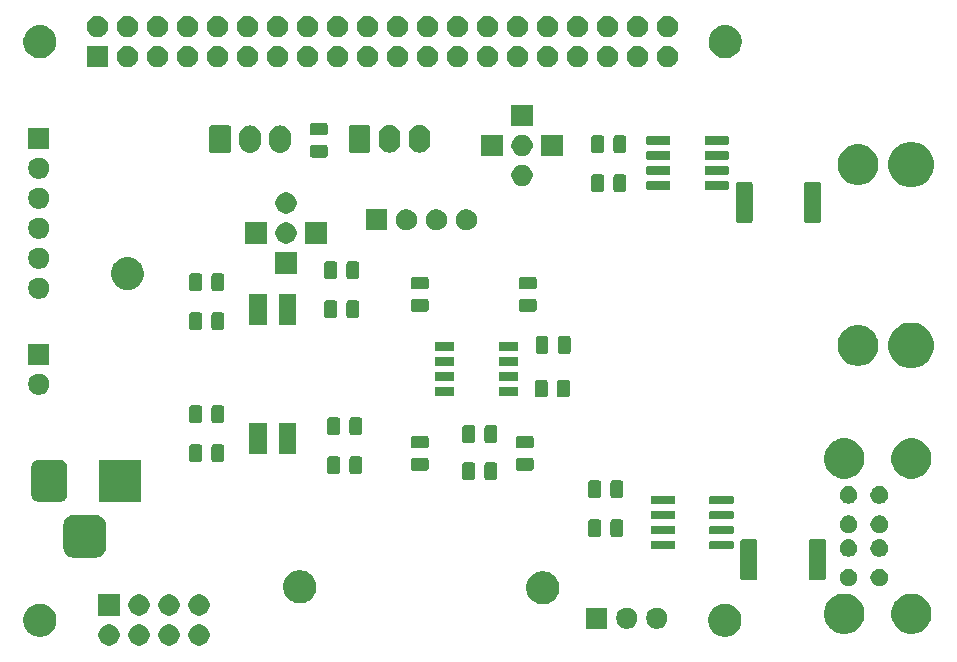
<source format=gbr>
G04 #@! TF.GenerationSoftware,KiCad,Pcbnew,5.1.6-c6e7f7d~87~ubuntu18.04.1*
G04 #@! TF.CreationDate,2020-09-02T16:37:53+02:00*
G04 #@! TF.ProjectId,res_hat,7265735f-6861-4742-9e6b-696361645f70,rev?*
G04 #@! TF.SameCoordinates,Original*
G04 #@! TF.FileFunction,Soldermask,Bot*
G04 #@! TF.FilePolarity,Negative*
%FSLAX46Y46*%
G04 Gerber Fmt 4.6, Leading zero omitted, Abs format (unit mm)*
G04 Created by KiCad (PCBNEW 5.1.6-c6e7f7d~87~ubuntu18.04.1) date 2020-09-02 16:37:53*
%MOMM*%
%LPD*%
G01*
G04 APERTURE LIST*
%ADD10C,0.100000*%
G04 APERTURE END LIST*
D10*
G36*
X73881512Y-151146227D02*
G01*
X74030812Y-151175924D01*
X74194784Y-151243844D01*
X74342354Y-151342447D01*
X74467853Y-151467946D01*
X74566456Y-151615516D01*
X74634376Y-151779488D01*
X74669000Y-151953559D01*
X74669000Y-152131041D01*
X74634376Y-152305112D01*
X74566456Y-152469084D01*
X74467853Y-152616654D01*
X74342354Y-152742153D01*
X74194784Y-152840756D01*
X74030812Y-152908676D01*
X73881512Y-152938373D01*
X73856742Y-152943300D01*
X73679258Y-152943300D01*
X73654488Y-152938373D01*
X73505188Y-152908676D01*
X73341216Y-152840756D01*
X73193646Y-152742153D01*
X73068147Y-152616654D01*
X72969544Y-152469084D01*
X72901624Y-152305112D01*
X72867000Y-152131041D01*
X72867000Y-151953559D01*
X72901624Y-151779488D01*
X72969544Y-151615516D01*
X73068147Y-151467946D01*
X73193646Y-151342447D01*
X73341216Y-151243844D01*
X73505188Y-151175924D01*
X73654488Y-151146227D01*
X73679258Y-151141300D01*
X73856742Y-151141300D01*
X73881512Y-151146227D01*
G37*
G36*
X76421512Y-151146227D02*
G01*
X76570812Y-151175924D01*
X76734784Y-151243844D01*
X76882354Y-151342447D01*
X77007853Y-151467946D01*
X77106456Y-151615516D01*
X77174376Y-151779488D01*
X77209000Y-151953559D01*
X77209000Y-152131041D01*
X77174376Y-152305112D01*
X77106456Y-152469084D01*
X77007853Y-152616654D01*
X76882354Y-152742153D01*
X76734784Y-152840756D01*
X76570812Y-152908676D01*
X76421512Y-152938373D01*
X76396742Y-152943300D01*
X76219258Y-152943300D01*
X76194488Y-152938373D01*
X76045188Y-152908676D01*
X75881216Y-152840756D01*
X75733646Y-152742153D01*
X75608147Y-152616654D01*
X75509544Y-152469084D01*
X75441624Y-152305112D01*
X75407000Y-152131041D01*
X75407000Y-151953559D01*
X75441624Y-151779488D01*
X75509544Y-151615516D01*
X75608147Y-151467946D01*
X75733646Y-151342447D01*
X75881216Y-151243844D01*
X76045188Y-151175924D01*
X76194488Y-151146227D01*
X76219258Y-151141300D01*
X76396742Y-151141300D01*
X76421512Y-151146227D01*
G37*
G36*
X78961512Y-151146227D02*
G01*
X79110812Y-151175924D01*
X79274784Y-151243844D01*
X79422354Y-151342447D01*
X79547853Y-151467946D01*
X79646456Y-151615516D01*
X79714376Y-151779488D01*
X79749000Y-151953559D01*
X79749000Y-152131041D01*
X79714376Y-152305112D01*
X79646456Y-152469084D01*
X79547853Y-152616654D01*
X79422354Y-152742153D01*
X79274784Y-152840756D01*
X79110812Y-152908676D01*
X78961512Y-152938373D01*
X78936742Y-152943300D01*
X78759258Y-152943300D01*
X78734488Y-152938373D01*
X78585188Y-152908676D01*
X78421216Y-152840756D01*
X78273646Y-152742153D01*
X78148147Y-152616654D01*
X78049544Y-152469084D01*
X77981624Y-152305112D01*
X77947000Y-152131041D01*
X77947000Y-151953559D01*
X77981624Y-151779488D01*
X78049544Y-151615516D01*
X78148147Y-151467946D01*
X78273646Y-151342447D01*
X78421216Y-151243844D01*
X78585188Y-151175924D01*
X78734488Y-151146227D01*
X78759258Y-151141300D01*
X78936742Y-151141300D01*
X78961512Y-151146227D01*
G37*
G36*
X71341512Y-151146227D02*
G01*
X71490812Y-151175924D01*
X71654784Y-151243844D01*
X71802354Y-151342447D01*
X71927853Y-151467946D01*
X72026456Y-151615516D01*
X72094376Y-151779488D01*
X72129000Y-151953559D01*
X72129000Y-152131041D01*
X72094376Y-152305112D01*
X72026456Y-152469084D01*
X71927853Y-152616654D01*
X71802354Y-152742153D01*
X71654784Y-152840756D01*
X71490812Y-152908676D01*
X71341512Y-152938373D01*
X71316742Y-152943300D01*
X71139258Y-152943300D01*
X71114488Y-152938373D01*
X70965188Y-152908676D01*
X70801216Y-152840756D01*
X70653646Y-152742153D01*
X70528147Y-152616654D01*
X70429544Y-152469084D01*
X70361624Y-152305112D01*
X70327000Y-152131041D01*
X70327000Y-151953559D01*
X70361624Y-151779488D01*
X70429544Y-151615516D01*
X70528147Y-151467946D01*
X70653646Y-151342447D01*
X70801216Y-151243844D01*
X70965188Y-151175924D01*
X71114488Y-151146227D01*
X71139258Y-151141300D01*
X71316742Y-151141300D01*
X71341512Y-151146227D01*
G37*
G36*
X65698033Y-149434693D02*
G01*
X65788257Y-149452639D01*
X65893867Y-149496385D01*
X66043221Y-149558249D01*
X66043222Y-149558250D01*
X66272686Y-149711572D01*
X66467828Y-149906714D01*
X66561995Y-150047646D01*
X66621151Y-150136179D01*
X66648478Y-150202152D01*
X66717455Y-150368676D01*
X66726761Y-150391144D01*
X66780600Y-150661812D01*
X66780600Y-150937788D01*
X66744707Y-151118233D01*
X66729169Y-151196353D01*
X66726761Y-151208456D01*
X66621151Y-151463421D01*
X66570275Y-151539563D01*
X66467828Y-151692886D01*
X66272686Y-151888028D01*
X66174611Y-151953559D01*
X66043221Y-152041351D01*
X65893867Y-152103215D01*
X65788257Y-152146961D01*
X65698033Y-152164907D01*
X65517588Y-152200800D01*
X65241612Y-152200800D01*
X65061167Y-152164907D01*
X64970943Y-152146961D01*
X64865333Y-152103215D01*
X64715979Y-152041351D01*
X64584589Y-151953559D01*
X64486514Y-151888028D01*
X64291372Y-151692886D01*
X64188925Y-151539563D01*
X64138049Y-151463421D01*
X64032439Y-151208456D01*
X64030032Y-151196353D01*
X64014493Y-151118233D01*
X63978600Y-150937788D01*
X63978600Y-150661812D01*
X64032439Y-150391144D01*
X64041746Y-150368676D01*
X64110722Y-150202152D01*
X64138049Y-150136179D01*
X64197205Y-150047646D01*
X64291372Y-149906714D01*
X64486514Y-149711572D01*
X64715978Y-149558250D01*
X64715979Y-149558249D01*
X64865333Y-149496385D01*
X64970943Y-149452639D01*
X65061167Y-149434693D01*
X65241612Y-149398800D01*
X65517588Y-149398800D01*
X65698033Y-149434693D01*
G37*
G36*
X123686233Y-149434693D02*
G01*
X123776457Y-149452639D01*
X123882067Y-149496385D01*
X124031421Y-149558249D01*
X124031422Y-149558250D01*
X124260886Y-149711572D01*
X124456028Y-149906714D01*
X124550195Y-150047646D01*
X124609351Y-150136179D01*
X124636678Y-150202152D01*
X124705655Y-150368676D01*
X124714961Y-150391144D01*
X124768800Y-150661812D01*
X124768800Y-150937788D01*
X124732907Y-151118233D01*
X124717369Y-151196353D01*
X124714961Y-151208456D01*
X124609351Y-151463421D01*
X124558475Y-151539563D01*
X124456028Y-151692886D01*
X124260886Y-151888028D01*
X124162811Y-151953559D01*
X124031421Y-152041351D01*
X123882067Y-152103215D01*
X123776457Y-152146961D01*
X123686233Y-152164907D01*
X123505788Y-152200800D01*
X123229812Y-152200800D01*
X123049367Y-152164907D01*
X122959143Y-152146961D01*
X122853533Y-152103215D01*
X122704179Y-152041351D01*
X122572789Y-151953559D01*
X122474714Y-151888028D01*
X122279572Y-151692886D01*
X122177125Y-151539563D01*
X122126249Y-151463421D01*
X122020639Y-151208456D01*
X122018232Y-151196353D01*
X122002693Y-151118233D01*
X121966800Y-150937788D01*
X121966800Y-150661812D01*
X122020639Y-150391144D01*
X122029946Y-150368676D01*
X122098922Y-150202152D01*
X122126249Y-150136179D01*
X122185405Y-150047646D01*
X122279572Y-149906714D01*
X122474714Y-149711572D01*
X122704178Y-149558250D01*
X122704179Y-149558249D01*
X122853533Y-149496385D01*
X122959143Y-149452639D01*
X123049367Y-149434693D01*
X123229812Y-149398800D01*
X123505788Y-149398800D01*
X123686233Y-149434693D01*
G37*
G36*
X133977062Y-148609468D02*
G01*
X134286624Y-148737693D01*
X134286625Y-148737694D01*
X134565224Y-148923847D01*
X134802153Y-149160776D01*
X134831148Y-149204171D01*
X134988307Y-149439376D01*
X135116532Y-149748938D01*
X135181900Y-150077565D01*
X135181900Y-150412635D01*
X135116532Y-150741262D01*
X134988307Y-151050824D01*
X134988306Y-151050825D01*
X134802153Y-151329424D01*
X134565224Y-151566353D01*
X134379070Y-151690737D01*
X134286624Y-151752507D01*
X133977062Y-151880732D01*
X133648435Y-151946100D01*
X133313365Y-151946100D01*
X132984738Y-151880732D01*
X132675176Y-151752507D01*
X132582730Y-151690737D01*
X132396576Y-151566353D01*
X132159647Y-151329424D01*
X131973494Y-151050825D01*
X131973493Y-151050824D01*
X131845268Y-150741262D01*
X131779900Y-150412635D01*
X131779900Y-150077565D01*
X131845268Y-149748938D01*
X131973493Y-149439376D01*
X132130652Y-149204171D01*
X132159647Y-149160776D01*
X132396576Y-148923847D01*
X132675175Y-148737694D01*
X132675176Y-148737693D01*
X132984738Y-148609468D01*
X133313365Y-148544100D01*
X133648435Y-148544100D01*
X133977062Y-148609468D01*
G37*
G36*
X139657062Y-148609468D02*
G01*
X139966624Y-148737693D01*
X139966625Y-148737694D01*
X140245224Y-148923847D01*
X140482153Y-149160776D01*
X140511148Y-149204171D01*
X140668307Y-149439376D01*
X140796532Y-149748938D01*
X140861900Y-150077565D01*
X140861900Y-150412635D01*
X140796532Y-150741262D01*
X140668307Y-151050824D01*
X140668306Y-151050825D01*
X140482153Y-151329424D01*
X140245224Y-151566353D01*
X140059070Y-151690737D01*
X139966624Y-151752507D01*
X139657062Y-151880732D01*
X139328435Y-151946100D01*
X138993365Y-151946100D01*
X138664738Y-151880732D01*
X138355176Y-151752507D01*
X138262730Y-151690737D01*
X138076576Y-151566353D01*
X137839647Y-151329424D01*
X137653494Y-151050825D01*
X137653493Y-151050824D01*
X137525268Y-150741262D01*
X137459900Y-150412635D01*
X137459900Y-150077565D01*
X137525268Y-149748938D01*
X137653493Y-149439376D01*
X137810652Y-149204171D01*
X137839647Y-149160776D01*
X138076576Y-148923847D01*
X138355175Y-148737694D01*
X138355176Y-148737693D01*
X138664738Y-148609468D01*
X138993365Y-148544100D01*
X139328435Y-148544100D01*
X139657062Y-148609468D01*
G37*
G36*
X113423000Y-151523000D02*
G01*
X111621000Y-151523000D01*
X111621000Y-149721000D01*
X113423000Y-149721000D01*
X113423000Y-151523000D01*
G37*
G36*
X117715512Y-149725927D02*
G01*
X117864812Y-149755624D01*
X118028784Y-149823544D01*
X118176354Y-149922147D01*
X118301853Y-150047646D01*
X118400456Y-150195216D01*
X118468376Y-150359188D01*
X118503000Y-150533259D01*
X118503000Y-150710741D01*
X118468376Y-150884812D01*
X118400456Y-151048784D01*
X118301853Y-151196354D01*
X118176354Y-151321853D01*
X118028784Y-151420456D01*
X117864812Y-151488376D01*
X117715512Y-151518073D01*
X117690742Y-151523000D01*
X117513258Y-151523000D01*
X117488488Y-151518073D01*
X117339188Y-151488376D01*
X117175216Y-151420456D01*
X117027646Y-151321853D01*
X116902147Y-151196354D01*
X116803544Y-151048784D01*
X116735624Y-150884812D01*
X116701000Y-150710741D01*
X116701000Y-150533259D01*
X116735624Y-150359188D01*
X116803544Y-150195216D01*
X116902147Y-150047646D01*
X117027646Y-149922147D01*
X117175216Y-149823544D01*
X117339188Y-149755624D01*
X117488488Y-149725927D01*
X117513258Y-149721000D01*
X117690742Y-149721000D01*
X117715512Y-149725927D01*
G37*
G36*
X115175512Y-149725927D02*
G01*
X115324812Y-149755624D01*
X115488784Y-149823544D01*
X115636354Y-149922147D01*
X115761853Y-150047646D01*
X115860456Y-150195216D01*
X115928376Y-150359188D01*
X115963000Y-150533259D01*
X115963000Y-150710741D01*
X115928376Y-150884812D01*
X115860456Y-151048784D01*
X115761853Y-151196354D01*
X115636354Y-151321853D01*
X115488784Y-151420456D01*
X115324812Y-151488376D01*
X115175512Y-151518073D01*
X115150742Y-151523000D01*
X114973258Y-151523000D01*
X114948488Y-151518073D01*
X114799188Y-151488376D01*
X114635216Y-151420456D01*
X114487646Y-151321853D01*
X114362147Y-151196354D01*
X114263544Y-151048784D01*
X114195624Y-150884812D01*
X114161000Y-150710741D01*
X114161000Y-150533259D01*
X114195624Y-150359188D01*
X114263544Y-150195216D01*
X114362147Y-150047646D01*
X114487646Y-149922147D01*
X114635216Y-149823544D01*
X114799188Y-149755624D01*
X114948488Y-149725927D01*
X114973258Y-149721000D01*
X115150742Y-149721000D01*
X115175512Y-149725927D01*
G37*
G36*
X78961512Y-148606227D02*
G01*
X79110812Y-148635924D01*
X79274784Y-148703844D01*
X79422354Y-148802447D01*
X79547853Y-148927946D01*
X79646456Y-149075516D01*
X79714376Y-149239488D01*
X79749000Y-149413559D01*
X79749000Y-149591041D01*
X79714376Y-149765112D01*
X79646456Y-149929084D01*
X79547853Y-150076654D01*
X79422354Y-150202153D01*
X79274784Y-150300756D01*
X79110812Y-150368676D01*
X78961512Y-150398373D01*
X78936742Y-150403300D01*
X78759258Y-150403300D01*
X78734488Y-150398373D01*
X78585188Y-150368676D01*
X78421216Y-150300756D01*
X78273646Y-150202153D01*
X78148147Y-150076654D01*
X78049544Y-149929084D01*
X77981624Y-149765112D01*
X77947000Y-149591041D01*
X77947000Y-149413559D01*
X77981624Y-149239488D01*
X78049544Y-149075516D01*
X78148147Y-148927946D01*
X78273646Y-148802447D01*
X78421216Y-148703844D01*
X78585188Y-148635924D01*
X78734488Y-148606227D01*
X78759258Y-148601300D01*
X78936742Y-148601300D01*
X78961512Y-148606227D01*
G37*
G36*
X76421512Y-148606227D02*
G01*
X76570812Y-148635924D01*
X76734784Y-148703844D01*
X76882354Y-148802447D01*
X77007853Y-148927946D01*
X77106456Y-149075516D01*
X77174376Y-149239488D01*
X77209000Y-149413559D01*
X77209000Y-149591041D01*
X77174376Y-149765112D01*
X77106456Y-149929084D01*
X77007853Y-150076654D01*
X76882354Y-150202153D01*
X76734784Y-150300756D01*
X76570812Y-150368676D01*
X76421512Y-150398373D01*
X76396742Y-150403300D01*
X76219258Y-150403300D01*
X76194488Y-150398373D01*
X76045188Y-150368676D01*
X75881216Y-150300756D01*
X75733646Y-150202153D01*
X75608147Y-150076654D01*
X75509544Y-149929084D01*
X75441624Y-149765112D01*
X75407000Y-149591041D01*
X75407000Y-149413559D01*
X75441624Y-149239488D01*
X75509544Y-149075516D01*
X75608147Y-148927946D01*
X75733646Y-148802447D01*
X75881216Y-148703844D01*
X76045188Y-148635924D01*
X76194488Y-148606227D01*
X76219258Y-148601300D01*
X76396742Y-148601300D01*
X76421512Y-148606227D01*
G37*
G36*
X73881512Y-148606227D02*
G01*
X74030812Y-148635924D01*
X74194784Y-148703844D01*
X74342354Y-148802447D01*
X74467853Y-148927946D01*
X74566456Y-149075516D01*
X74634376Y-149239488D01*
X74669000Y-149413559D01*
X74669000Y-149591041D01*
X74634376Y-149765112D01*
X74566456Y-149929084D01*
X74467853Y-150076654D01*
X74342354Y-150202153D01*
X74194784Y-150300756D01*
X74030812Y-150368676D01*
X73881512Y-150398373D01*
X73856742Y-150403300D01*
X73679258Y-150403300D01*
X73654488Y-150398373D01*
X73505188Y-150368676D01*
X73341216Y-150300756D01*
X73193646Y-150202153D01*
X73068147Y-150076654D01*
X72969544Y-149929084D01*
X72901624Y-149765112D01*
X72867000Y-149591041D01*
X72867000Y-149413559D01*
X72901624Y-149239488D01*
X72969544Y-149075516D01*
X73068147Y-148927946D01*
X73193646Y-148802447D01*
X73341216Y-148703844D01*
X73505188Y-148635924D01*
X73654488Y-148606227D01*
X73679258Y-148601300D01*
X73856742Y-148601300D01*
X73881512Y-148606227D01*
G37*
G36*
X72129000Y-150403300D02*
G01*
X70327000Y-150403300D01*
X70327000Y-148601300D01*
X72129000Y-148601300D01*
X72129000Y-150403300D01*
G37*
G36*
X108270973Y-146678793D02*
G01*
X108361197Y-146696739D01*
X108466807Y-146740485D01*
X108616161Y-146802349D01*
X108692303Y-146853225D01*
X108845626Y-146955672D01*
X109040768Y-147150814D01*
X109106418Y-147249067D01*
X109194091Y-147380279D01*
X109299701Y-147635244D01*
X109353540Y-147905912D01*
X109353540Y-148181888D01*
X109299701Y-148452556D01*
X109194091Y-148707521D01*
X109194090Y-148707522D01*
X109040768Y-148936986D01*
X108845626Y-149132128D01*
X108802749Y-149160777D01*
X108616161Y-149285451D01*
X108466807Y-149347315D01*
X108361197Y-149391061D01*
X108270973Y-149409007D01*
X108090528Y-149444900D01*
X107814552Y-149444900D01*
X107634107Y-149409007D01*
X107543883Y-149391061D01*
X107438273Y-149347315D01*
X107288919Y-149285451D01*
X107102331Y-149160777D01*
X107059454Y-149132128D01*
X106864312Y-148936986D01*
X106710990Y-148707522D01*
X106710989Y-148707521D01*
X106605379Y-148452556D01*
X106551540Y-148181888D01*
X106551540Y-147905912D01*
X106605379Y-147635244D01*
X106710989Y-147380279D01*
X106798662Y-147249067D01*
X106864312Y-147150814D01*
X107059454Y-146955672D01*
X107212777Y-146853225D01*
X107288919Y-146802349D01*
X107438273Y-146740485D01*
X107543883Y-146696739D01*
X107634107Y-146678793D01*
X107814552Y-146642900D01*
X108090528Y-146642900D01*
X108270973Y-146678793D01*
G37*
G36*
X87694433Y-146597513D02*
G01*
X87784657Y-146615459D01*
X87890267Y-146659205D01*
X88039621Y-146721069D01*
X88039622Y-146721070D01*
X88269086Y-146874392D01*
X88464228Y-147069534D01*
X88496940Y-147118492D01*
X88617551Y-147298999D01*
X88679415Y-147448353D01*
X88713580Y-147530832D01*
X88723161Y-147553964D01*
X88777000Y-147824632D01*
X88777000Y-148100608D01*
X88723161Y-148371276D01*
X88617551Y-148626241D01*
X88617550Y-148626242D01*
X88464228Y-148855706D01*
X88269086Y-149050848D01*
X88147441Y-149132128D01*
X88039621Y-149204171D01*
X87890267Y-149266035D01*
X87784657Y-149309781D01*
X87694433Y-149327727D01*
X87513988Y-149363620D01*
X87238012Y-149363620D01*
X87057567Y-149327727D01*
X86967343Y-149309781D01*
X86861733Y-149266035D01*
X86712379Y-149204171D01*
X86604559Y-149132128D01*
X86482914Y-149050848D01*
X86287772Y-148855706D01*
X86134450Y-148626242D01*
X86134449Y-148626241D01*
X86028839Y-148371276D01*
X85975000Y-148100608D01*
X85975000Y-147824632D01*
X86028839Y-147553964D01*
X86038421Y-147530832D01*
X86072585Y-147448353D01*
X86134449Y-147298999D01*
X86255060Y-147118492D01*
X86287772Y-147069534D01*
X86482914Y-146874392D01*
X86712378Y-146721070D01*
X86712379Y-146721069D01*
X86861733Y-146659205D01*
X86967343Y-146615459D01*
X87057567Y-146597513D01*
X87238012Y-146561620D01*
X87513988Y-146561620D01*
X87694433Y-146597513D01*
G37*
G36*
X136669959Y-146452960D02*
G01*
X136806632Y-146509572D01*
X136929635Y-146591760D01*
X137034240Y-146696365D01*
X137050747Y-146721070D01*
X137116429Y-146819370D01*
X137173040Y-146956041D01*
X137201900Y-147101132D01*
X137201900Y-147249068D01*
X137185553Y-147331249D01*
X137173040Y-147394159D01*
X137116428Y-147530832D01*
X137034240Y-147653835D01*
X136929635Y-147758440D01*
X136806632Y-147840628D01*
X136806631Y-147840629D01*
X136806630Y-147840629D01*
X136669959Y-147897240D01*
X136524868Y-147926100D01*
X136376932Y-147926100D01*
X136231841Y-147897240D01*
X136095170Y-147840629D01*
X136095169Y-147840629D01*
X136095168Y-147840628D01*
X135972165Y-147758440D01*
X135867560Y-147653835D01*
X135785372Y-147530832D01*
X135728760Y-147394159D01*
X135716247Y-147331249D01*
X135699900Y-147249068D01*
X135699900Y-147101132D01*
X135728760Y-146956041D01*
X135785371Y-146819370D01*
X135851053Y-146721070D01*
X135867560Y-146696365D01*
X135972165Y-146591760D01*
X136095168Y-146509572D01*
X136231841Y-146452960D01*
X136376932Y-146424100D01*
X136524868Y-146424100D01*
X136669959Y-146452960D01*
G37*
G36*
X134049959Y-146452960D02*
G01*
X134186632Y-146509572D01*
X134309635Y-146591760D01*
X134414240Y-146696365D01*
X134430747Y-146721070D01*
X134496429Y-146819370D01*
X134553040Y-146956041D01*
X134581900Y-147101132D01*
X134581900Y-147249068D01*
X134565553Y-147331249D01*
X134553040Y-147394159D01*
X134496428Y-147530832D01*
X134414240Y-147653835D01*
X134309635Y-147758440D01*
X134186632Y-147840628D01*
X134186631Y-147840629D01*
X134186630Y-147840629D01*
X134049959Y-147897240D01*
X133904868Y-147926100D01*
X133756932Y-147926100D01*
X133611841Y-147897240D01*
X133475170Y-147840629D01*
X133475169Y-147840629D01*
X133475168Y-147840628D01*
X133352165Y-147758440D01*
X133247560Y-147653835D01*
X133165372Y-147530832D01*
X133108760Y-147394159D01*
X133096247Y-147331249D01*
X133079900Y-147249068D01*
X133079900Y-147101132D01*
X133108760Y-146956041D01*
X133165371Y-146819370D01*
X133231053Y-146721070D01*
X133247560Y-146696365D01*
X133352165Y-146591760D01*
X133475168Y-146509572D01*
X133611841Y-146452960D01*
X133756932Y-146424100D01*
X133904868Y-146424100D01*
X134049959Y-146452960D01*
G37*
G36*
X131770738Y-143939627D02*
G01*
X131806307Y-143950417D01*
X131839079Y-143967934D01*
X131867809Y-143991511D01*
X131891386Y-144020241D01*
X131908903Y-144053013D01*
X131919693Y-144088582D01*
X131923940Y-144131705D01*
X131923940Y-147191055D01*
X131919693Y-147234178D01*
X131908903Y-147269747D01*
X131891386Y-147302519D01*
X131867809Y-147331249D01*
X131839079Y-147354826D01*
X131806307Y-147372343D01*
X131770738Y-147383133D01*
X131727615Y-147387380D01*
X130668265Y-147387380D01*
X130625142Y-147383133D01*
X130589573Y-147372343D01*
X130556801Y-147354826D01*
X130528071Y-147331249D01*
X130504494Y-147302519D01*
X130486977Y-147269747D01*
X130476187Y-147234178D01*
X130471940Y-147191055D01*
X130471940Y-144131705D01*
X130476187Y-144088582D01*
X130486977Y-144053013D01*
X130504494Y-144020241D01*
X130528071Y-143991511D01*
X130556801Y-143967934D01*
X130589573Y-143950417D01*
X130625142Y-143939627D01*
X130668265Y-143935380D01*
X131727615Y-143935380D01*
X131770738Y-143939627D01*
G37*
G36*
X125970738Y-143939627D02*
G01*
X126006307Y-143950417D01*
X126039079Y-143967934D01*
X126067809Y-143991511D01*
X126091386Y-144020241D01*
X126108903Y-144053013D01*
X126119693Y-144088582D01*
X126123940Y-144131705D01*
X126123940Y-147191055D01*
X126119693Y-147234178D01*
X126108903Y-147269747D01*
X126091386Y-147302519D01*
X126067809Y-147331249D01*
X126039079Y-147354826D01*
X126006307Y-147372343D01*
X125970738Y-147383133D01*
X125927615Y-147387380D01*
X124868265Y-147387380D01*
X124825142Y-147383133D01*
X124789573Y-147372343D01*
X124756801Y-147354826D01*
X124728071Y-147331249D01*
X124704494Y-147302519D01*
X124686977Y-147269747D01*
X124676187Y-147234178D01*
X124671940Y-147191055D01*
X124671940Y-144131705D01*
X124676187Y-144088582D01*
X124686977Y-144053013D01*
X124704494Y-144020241D01*
X124728071Y-143991511D01*
X124756801Y-143967934D01*
X124789573Y-143950417D01*
X124825142Y-143939627D01*
X124868265Y-143935380D01*
X125927615Y-143935380D01*
X125970738Y-143939627D01*
G37*
G36*
X70287766Y-141904495D02*
G01*
X70444860Y-141952149D01*
X70589631Y-142029531D01*
X70716528Y-142133672D01*
X70820669Y-142260569D01*
X70898051Y-142405340D01*
X70945705Y-142562434D01*
X70962400Y-142731940D01*
X70962400Y-144645660D01*
X70945705Y-144815166D01*
X70898051Y-144972260D01*
X70820669Y-145117031D01*
X70716528Y-145243928D01*
X70589631Y-145348069D01*
X70444860Y-145425451D01*
X70287766Y-145473105D01*
X70118260Y-145489800D01*
X68204540Y-145489800D01*
X68035034Y-145473105D01*
X67877940Y-145425451D01*
X67733169Y-145348069D01*
X67606272Y-145243928D01*
X67502131Y-145117031D01*
X67424749Y-144972260D01*
X67377095Y-144815166D01*
X67360400Y-144645660D01*
X67360400Y-142731940D01*
X67377095Y-142562434D01*
X67424749Y-142405340D01*
X67502131Y-142260569D01*
X67606272Y-142133672D01*
X67733169Y-142029531D01*
X67877940Y-141952149D01*
X68035034Y-141904495D01*
X68204540Y-141887800D01*
X70118260Y-141887800D01*
X70287766Y-141904495D01*
G37*
G36*
X136669959Y-143952960D02*
G01*
X136736920Y-143980696D01*
X136806632Y-144009572D01*
X136929635Y-144091760D01*
X137034240Y-144196365D01*
X137048163Y-144217202D01*
X137116429Y-144319370D01*
X137173040Y-144456041D01*
X137199547Y-144589300D01*
X137201900Y-144601133D01*
X137201900Y-144749067D01*
X137173040Y-144894159D01*
X137116428Y-145030832D01*
X137034240Y-145153835D01*
X136929635Y-145258440D01*
X136806632Y-145340628D01*
X136806631Y-145340629D01*
X136806630Y-145340629D01*
X136669959Y-145397240D01*
X136524868Y-145426100D01*
X136376932Y-145426100D01*
X136231841Y-145397240D01*
X136095170Y-145340629D01*
X136095169Y-145340629D01*
X136095168Y-145340628D01*
X135972165Y-145258440D01*
X135867560Y-145153835D01*
X135785372Y-145030832D01*
X135728760Y-144894159D01*
X135699900Y-144749067D01*
X135699900Y-144601133D01*
X135702254Y-144589300D01*
X135728760Y-144456041D01*
X135785371Y-144319370D01*
X135853637Y-144217202D01*
X135867560Y-144196365D01*
X135972165Y-144091760D01*
X136095168Y-144009572D01*
X136164881Y-143980696D01*
X136231841Y-143952960D01*
X136376932Y-143924100D01*
X136524868Y-143924100D01*
X136669959Y-143952960D01*
G37*
G36*
X134049959Y-143952960D02*
G01*
X134116920Y-143980696D01*
X134186632Y-144009572D01*
X134309635Y-144091760D01*
X134414240Y-144196365D01*
X134428163Y-144217202D01*
X134496429Y-144319370D01*
X134553040Y-144456041D01*
X134579547Y-144589300D01*
X134581900Y-144601133D01*
X134581900Y-144749067D01*
X134553040Y-144894159D01*
X134496428Y-145030832D01*
X134414240Y-145153835D01*
X134309635Y-145258440D01*
X134186632Y-145340628D01*
X134186631Y-145340629D01*
X134186630Y-145340629D01*
X134049959Y-145397240D01*
X133904868Y-145426100D01*
X133756932Y-145426100D01*
X133611841Y-145397240D01*
X133475170Y-145340629D01*
X133475169Y-145340629D01*
X133475168Y-145340628D01*
X133352165Y-145258440D01*
X133247560Y-145153835D01*
X133165372Y-145030832D01*
X133108760Y-144894159D01*
X133079900Y-144749067D01*
X133079900Y-144601133D01*
X133082254Y-144589300D01*
X133108760Y-144456041D01*
X133165371Y-144319370D01*
X133233637Y-144217202D01*
X133247560Y-144196365D01*
X133352165Y-144091760D01*
X133475168Y-144009572D01*
X133544881Y-143980696D01*
X133611841Y-143952960D01*
X133756932Y-143924100D01*
X133904868Y-143924100D01*
X134049959Y-143952960D01*
G37*
G36*
X119066748Y-144078704D02*
G01*
X119087829Y-144085100D01*
X119107265Y-144095488D01*
X119124296Y-144109464D01*
X119138272Y-144126495D01*
X119148660Y-144145931D01*
X119155056Y-144167012D01*
X119157820Y-144195080D01*
X119157820Y-144658800D01*
X119155056Y-144686868D01*
X119148660Y-144707949D01*
X119138272Y-144727385D01*
X119124296Y-144744416D01*
X119107265Y-144758392D01*
X119087829Y-144768780D01*
X119066748Y-144775176D01*
X119038680Y-144777940D01*
X117224960Y-144777940D01*
X117196892Y-144775176D01*
X117175811Y-144768780D01*
X117156375Y-144758392D01*
X117139344Y-144744416D01*
X117125368Y-144727385D01*
X117114980Y-144707949D01*
X117108584Y-144686868D01*
X117105820Y-144658800D01*
X117105820Y-144195080D01*
X117108584Y-144167012D01*
X117114980Y-144145931D01*
X117125368Y-144126495D01*
X117139344Y-144109464D01*
X117156375Y-144095488D01*
X117175811Y-144085100D01*
X117196892Y-144078704D01*
X117224960Y-144075940D01*
X119038680Y-144075940D01*
X119066748Y-144078704D01*
G37*
G36*
X124016748Y-144078704D02*
G01*
X124037829Y-144085100D01*
X124057265Y-144095488D01*
X124074296Y-144109464D01*
X124088272Y-144126495D01*
X124098660Y-144145931D01*
X124105056Y-144167012D01*
X124107820Y-144195080D01*
X124107820Y-144658800D01*
X124105056Y-144686868D01*
X124098660Y-144707949D01*
X124088272Y-144727385D01*
X124074296Y-144744416D01*
X124057265Y-144758392D01*
X124037829Y-144768780D01*
X124016748Y-144775176D01*
X123988680Y-144777940D01*
X122174960Y-144777940D01*
X122146892Y-144775176D01*
X122125811Y-144768780D01*
X122106375Y-144758392D01*
X122089344Y-144744416D01*
X122075368Y-144727385D01*
X122064980Y-144707949D01*
X122058584Y-144686868D01*
X122055820Y-144658800D01*
X122055820Y-144195080D01*
X122058584Y-144167012D01*
X122064980Y-144145931D01*
X122075368Y-144126495D01*
X122089344Y-144109464D01*
X122106375Y-144095488D01*
X122125811Y-144085100D01*
X122146892Y-144078704D01*
X122174960Y-144075940D01*
X123988680Y-144075940D01*
X124016748Y-144078704D01*
G37*
G36*
X114593468Y-142255565D02*
G01*
X114632138Y-142267296D01*
X114667777Y-142286346D01*
X114699017Y-142311983D01*
X114724654Y-142343223D01*
X114743704Y-142378862D01*
X114755435Y-142417532D01*
X114760000Y-142463888D01*
X114760000Y-143540112D01*
X114755435Y-143586468D01*
X114743704Y-143625138D01*
X114724654Y-143660777D01*
X114699017Y-143692017D01*
X114667777Y-143717654D01*
X114632138Y-143736704D01*
X114593468Y-143748435D01*
X114547112Y-143753000D01*
X113895888Y-143753000D01*
X113849532Y-143748435D01*
X113810862Y-143736704D01*
X113775223Y-143717654D01*
X113743983Y-143692017D01*
X113718346Y-143660777D01*
X113699296Y-143625138D01*
X113687565Y-143586468D01*
X113683000Y-143540112D01*
X113683000Y-142463888D01*
X113687565Y-142417532D01*
X113699296Y-142378862D01*
X113718346Y-142343223D01*
X113743983Y-142311983D01*
X113775223Y-142286346D01*
X113810862Y-142267296D01*
X113849532Y-142255565D01*
X113895888Y-142251000D01*
X114547112Y-142251000D01*
X114593468Y-142255565D01*
G37*
G36*
X112718468Y-142255565D02*
G01*
X112757138Y-142267296D01*
X112792777Y-142286346D01*
X112824017Y-142311983D01*
X112849654Y-142343223D01*
X112868704Y-142378862D01*
X112880435Y-142417532D01*
X112885000Y-142463888D01*
X112885000Y-143540112D01*
X112880435Y-143586468D01*
X112868704Y-143625138D01*
X112849654Y-143660777D01*
X112824017Y-143692017D01*
X112792777Y-143717654D01*
X112757138Y-143736704D01*
X112718468Y-143748435D01*
X112672112Y-143753000D01*
X112020888Y-143753000D01*
X111974532Y-143748435D01*
X111935862Y-143736704D01*
X111900223Y-143717654D01*
X111868983Y-143692017D01*
X111843346Y-143660777D01*
X111824296Y-143625138D01*
X111812565Y-143586468D01*
X111808000Y-143540112D01*
X111808000Y-142463888D01*
X111812565Y-142417532D01*
X111824296Y-142378862D01*
X111843346Y-142343223D01*
X111868983Y-142311983D01*
X111900223Y-142286346D01*
X111935862Y-142267296D01*
X111974532Y-142255565D01*
X112020888Y-142251000D01*
X112672112Y-142251000D01*
X112718468Y-142255565D01*
G37*
G36*
X124016748Y-142808704D02*
G01*
X124037829Y-142815100D01*
X124057265Y-142825488D01*
X124074296Y-142839464D01*
X124088272Y-142856495D01*
X124098660Y-142875931D01*
X124105056Y-142897012D01*
X124107820Y-142925080D01*
X124107820Y-143388800D01*
X124105056Y-143416868D01*
X124098660Y-143437949D01*
X124088272Y-143457385D01*
X124074296Y-143474416D01*
X124057265Y-143488392D01*
X124037829Y-143498780D01*
X124016748Y-143505176D01*
X123988680Y-143507940D01*
X122174960Y-143507940D01*
X122146892Y-143505176D01*
X122125811Y-143498780D01*
X122106375Y-143488392D01*
X122089344Y-143474416D01*
X122075368Y-143457385D01*
X122064980Y-143437949D01*
X122058584Y-143416868D01*
X122055820Y-143388800D01*
X122055820Y-142925080D01*
X122058584Y-142897012D01*
X122064980Y-142875931D01*
X122075368Y-142856495D01*
X122089344Y-142839464D01*
X122106375Y-142825488D01*
X122125811Y-142815100D01*
X122146892Y-142808704D01*
X122174960Y-142805940D01*
X123988680Y-142805940D01*
X124016748Y-142808704D01*
G37*
G36*
X119066748Y-142808704D02*
G01*
X119087829Y-142815100D01*
X119107265Y-142825488D01*
X119124296Y-142839464D01*
X119138272Y-142856495D01*
X119148660Y-142875931D01*
X119155056Y-142897012D01*
X119157820Y-142925080D01*
X119157820Y-143388800D01*
X119155056Y-143416868D01*
X119148660Y-143437949D01*
X119138272Y-143457385D01*
X119124296Y-143474416D01*
X119107265Y-143488392D01*
X119087829Y-143498780D01*
X119066748Y-143505176D01*
X119038680Y-143507940D01*
X117224960Y-143507940D01*
X117196892Y-143505176D01*
X117175811Y-143498780D01*
X117156375Y-143488392D01*
X117139344Y-143474416D01*
X117125368Y-143457385D01*
X117114980Y-143437949D01*
X117108584Y-143416868D01*
X117105820Y-143388800D01*
X117105820Y-142925080D01*
X117108584Y-142897012D01*
X117114980Y-142875931D01*
X117125368Y-142856495D01*
X117139344Y-142839464D01*
X117156375Y-142825488D01*
X117175811Y-142815100D01*
X117196892Y-142808704D01*
X117224960Y-142805940D01*
X119038680Y-142805940D01*
X119066748Y-142808704D01*
G37*
G36*
X136669959Y-141952960D02*
G01*
X136678134Y-141956346D01*
X136806632Y-142009572D01*
X136929635Y-142091760D01*
X137034240Y-142196365D01*
X137101066Y-142296377D01*
X137116429Y-142319370D01*
X137173040Y-142456041D01*
X137201900Y-142601132D01*
X137201900Y-142749068D01*
X137187930Y-142819299D01*
X137173040Y-142894159D01*
X137116428Y-143030832D01*
X137034240Y-143153835D01*
X136929635Y-143258440D01*
X136806632Y-143340628D01*
X136806631Y-143340629D01*
X136806630Y-143340629D01*
X136669959Y-143397240D01*
X136524868Y-143426100D01*
X136376932Y-143426100D01*
X136231841Y-143397240D01*
X136095170Y-143340629D01*
X136095169Y-143340629D01*
X136095168Y-143340628D01*
X135972165Y-143258440D01*
X135867560Y-143153835D01*
X135785372Y-143030832D01*
X135728760Y-142894159D01*
X135713870Y-142819299D01*
X135699900Y-142749068D01*
X135699900Y-142601132D01*
X135728760Y-142456041D01*
X135785371Y-142319370D01*
X135800734Y-142296377D01*
X135867560Y-142196365D01*
X135972165Y-142091760D01*
X136095168Y-142009572D01*
X136223667Y-141956346D01*
X136231841Y-141952960D01*
X136376932Y-141924100D01*
X136524868Y-141924100D01*
X136669959Y-141952960D01*
G37*
G36*
X134049959Y-141952960D02*
G01*
X134058134Y-141956346D01*
X134186632Y-142009572D01*
X134309635Y-142091760D01*
X134414240Y-142196365D01*
X134481066Y-142296377D01*
X134496429Y-142319370D01*
X134553040Y-142456041D01*
X134581900Y-142601132D01*
X134581900Y-142749068D01*
X134567930Y-142819299D01*
X134553040Y-142894159D01*
X134496428Y-143030832D01*
X134414240Y-143153835D01*
X134309635Y-143258440D01*
X134186632Y-143340628D01*
X134186631Y-143340629D01*
X134186630Y-143340629D01*
X134049959Y-143397240D01*
X133904868Y-143426100D01*
X133756932Y-143426100D01*
X133611841Y-143397240D01*
X133475170Y-143340629D01*
X133475169Y-143340629D01*
X133475168Y-143340628D01*
X133352165Y-143258440D01*
X133247560Y-143153835D01*
X133165372Y-143030832D01*
X133108760Y-142894159D01*
X133093870Y-142819299D01*
X133079900Y-142749068D01*
X133079900Y-142601132D01*
X133108760Y-142456041D01*
X133165371Y-142319370D01*
X133180734Y-142296377D01*
X133247560Y-142196365D01*
X133352165Y-142091760D01*
X133475168Y-142009572D01*
X133603667Y-141956346D01*
X133611841Y-141952960D01*
X133756932Y-141924100D01*
X133904868Y-141924100D01*
X134049959Y-141952960D01*
G37*
G36*
X124016748Y-141538704D02*
G01*
X124037829Y-141545100D01*
X124057265Y-141555488D01*
X124074296Y-141569464D01*
X124088272Y-141586495D01*
X124098660Y-141605931D01*
X124105056Y-141627012D01*
X124107820Y-141655080D01*
X124107820Y-142118800D01*
X124105056Y-142146868D01*
X124098660Y-142167949D01*
X124088272Y-142187385D01*
X124074296Y-142204416D01*
X124057265Y-142218392D01*
X124037829Y-142228780D01*
X124016748Y-142235176D01*
X123988680Y-142237940D01*
X122174960Y-142237940D01*
X122146892Y-142235176D01*
X122125811Y-142228780D01*
X122106375Y-142218392D01*
X122089344Y-142204416D01*
X122075368Y-142187385D01*
X122064980Y-142167949D01*
X122058584Y-142146868D01*
X122055820Y-142118800D01*
X122055820Y-141655080D01*
X122058584Y-141627012D01*
X122064980Y-141605931D01*
X122075368Y-141586495D01*
X122089344Y-141569464D01*
X122106375Y-141555488D01*
X122125811Y-141545100D01*
X122146892Y-141538704D01*
X122174960Y-141535940D01*
X123988680Y-141535940D01*
X124016748Y-141538704D01*
G37*
G36*
X119066748Y-141538704D02*
G01*
X119087829Y-141545100D01*
X119107265Y-141555488D01*
X119124296Y-141569464D01*
X119138272Y-141586495D01*
X119148660Y-141605931D01*
X119155056Y-141627012D01*
X119157820Y-141655080D01*
X119157820Y-142118800D01*
X119155056Y-142146868D01*
X119148660Y-142167949D01*
X119138272Y-142187385D01*
X119124296Y-142204416D01*
X119107265Y-142218392D01*
X119087829Y-142228780D01*
X119066748Y-142235176D01*
X119038680Y-142237940D01*
X117224960Y-142237940D01*
X117196892Y-142235176D01*
X117175811Y-142228780D01*
X117156375Y-142218392D01*
X117139344Y-142204416D01*
X117125368Y-142187385D01*
X117114980Y-142167949D01*
X117108584Y-142146868D01*
X117105820Y-142118800D01*
X117105820Y-141655080D01*
X117108584Y-141627012D01*
X117114980Y-141605931D01*
X117125368Y-141586495D01*
X117139344Y-141569464D01*
X117156375Y-141555488D01*
X117175811Y-141545100D01*
X117196892Y-141538704D01*
X117224960Y-141535940D01*
X119038680Y-141535940D01*
X119066748Y-141538704D01*
G37*
G36*
X124016748Y-140268704D02*
G01*
X124037829Y-140275100D01*
X124057265Y-140285488D01*
X124074296Y-140299464D01*
X124088272Y-140316495D01*
X124098660Y-140335931D01*
X124105056Y-140357012D01*
X124107820Y-140385080D01*
X124107820Y-140848800D01*
X124105056Y-140876868D01*
X124098660Y-140897949D01*
X124088272Y-140917385D01*
X124074296Y-140934416D01*
X124057265Y-140948392D01*
X124037829Y-140958780D01*
X124016748Y-140965176D01*
X123988680Y-140967940D01*
X122174960Y-140967940D01*
X122146892Y-140965176D01*
X122125811Y-140958780D01*
X122106375Y-140948392D01*
X122089344Y-140934416D01*
X122075368Y-140917385D01*
X122064980Y-140897949D01*
X122058584Y-140876868D01*
X122055820Y-140848800D01*
X122055820Y-140385080D01*
X122058584Y-140357012D01*
X122064980Y-140335931D01*
X122075368Y-140316495D01*
X122089344Y-140299464D01*
X122106375Y-140285488D01*
X122125811Y-140275100D01*
X122146892Y-140268704D01*
X122174960Y-140265940D01*
X123988680Y-140265940D01*
X124016748Y-140268704D01*
G37*
G36*
X119066748Y-140268704D02*
G01*
X119087829Y-140275100D01*
X119107265Y-140285488D01*
X119124296Y-140299464D01*
X119138272Y-140316495D01*
X119148660Y-140335931D01*
X119155056Y-140357012D01*
X119157820Y-140385080D01*
X119157820Y-140848800D01*
X119155056Y-140876868D01*
X119148660Y-140897949D01*
X119138272Y-140917385D01*
X119124296Y-140934416D01*
X119107265Y-140948392D01*
X119087829Y-140958780D01*
X119066748Y-140965176D01*
X119038680Y-140967940D01*
X117224960Y-140967940D01*
X117196892Y-140965176D01*
X117175811Y-140958780D01*
X117156375Y-140948392D01*
X117139344Y-140934416D01*
X117125368Y-140917385D01*
X117114980Y-140897949D01*
X117108584Y-140876868D01*
X117105820Y-140848800D01*
X117105820Y-140385080D01*
X117108584Y-140357012D01*
X117114980Y-140335931D01*
X117125368Y-140316495D01*
X117139344Y-140299464D01*
X117156375Y-140285488D01*
X117175811Y-140275100D01*
X117196892Y-140268704D01*
X117224960Y-140265940D01*
X119038680Y-140265940D01*
X119066748Y-140268704D01*
G37*
G36*
X136669959Y-139452960D02*
G01*
X136806632Y-139509572D01*
X136929635Y-139591760D01*
X137034240Y-139696365D01*
X137034241Y-139696367D01*
X137116429Y-139819370D01*
X137173040Y-139956041D01*
X137201900Y-140101132D01*
X137201900Y-140249068D01*
X137173040Y-140394159D01*
X137151387Y-140446435D01*
X137116428Y-140530832D01*
X137034240Y-140653835D01*
X136929635Y-140758440D01*
X136806632Y-140840628D01*
X136806631Y-140840629D01*
X136806630Y-140840629D01*
X136669959Y-140897240D01*
X136524868Y-140926100D01*
X136376932Y-140926100D01*
X136231841Y-140897240D01*
X136095170Y-140840629D01*
X136095169Y-140840629D01*
X136095168Y-140840628D01*
X135972165Y-140758440D01*
X135867560Y-140653835D01*
X135785372Y-140530832D01*
X135750414Y-140446435D01*
X135728760Y-140394159D01*
X135699900Y-140249068D01*
X135699900Y-140101132D01*
X135728760Y-139956041D01*
X135785371Y-139819370D01*
X135867559Y-139696367D01*
X135867560Y-139696365D01*
X135972165Y-139591760D01*
X136095168Y-139509572D01*
X136231841Y-139452960D01*
X136376932Y-139424100D01*
X136524868Y-139424100D01*
X136669959Y-139452960D01*
G37*
G36*
X134049959Y-139452960D02*
G01*
X134186632Y-139509572D01*
X134309635Y-139591760D01*
X134414240Y-139696365D01*
X134414241Y-139696367D01*
X134496429Y-139819370D01*
X134553040Y-139956041D01*
X134581900Y-140101132D01*
X134581900Y-140249068D01*
X134553040Y-140394159D01*
X134531387Y-140446435D01*
X134496428Y-140530832D01*
X134414240Y-140653835D01*
X134309635Y-140758440D01*
X134186632Y-140840628D01*
X134186631Y-140840629D01*
X134186630Y-140840629D01*
X134049959Y-140897240D01*
X133904868Y-140926100D01*
X133756932Y-140926100D01*
X133611841Y-140897240D01*
X133475170Y-140840629D01*
X133475169Y-140840629D01*
X133475168Y-140840628D01*
X133352165Y-140758440D01*
X133247560Y-140653835D01*
X133165372Y-140530832D01*
X133130414Y-140446435D01*
X133108760Y-140394159D01*
X133079900Y-140249068D01*
X133079900Y-140101132D01*
X133108760Y-139956041D01*
X133165371Y-139819370D01*
X133247559Y-139696367D01*
X133247560Y-139696365D01*
X133352165Y-139591760D01*
X133475168Y-139509572D01*
X133611841Y-139452960D01*
X133756932Y-139424100D01*
X133904868Y-139424100D01*
X134049959Y-139452960D01*
G37*
G36*
X67138379Y-137202093D02*
G01*
X67272025Y-137242634D01*
X67395184Y-137308464D01*
X67503140Y-137397060D01*
X67591736Y-137505016D01*
X67657566Y-137628175D01*
X67698107Y-137761821D01*
X67712400Y-137906940D01*
X67712400Y-140070660D01*
X67698107Y-140215779D01*
X67657566Y-140349425D01*
X67591736Y-140472584D01*
X67503140Y-140580540D01*
X67395184Y-140669136D01*
X67272025Y-140734966D01*
X67138379Y-140775507D01*
X66993260Y-140789800D01*
X65329540Y-140789800D01*
X65184421Y-140775507D01*
X65050775Y-140734966D01*
X64927616Y-140669136D01*
X64819660Y-140580540D01*
X64731064Y-140472584D01*
X64665234Y-140349425D01*
X64624693Y-140215779D01*
X64610400Y-140070660D01*
X64610400Y-137906940D01*
X64624693Y-137761821D01*
X64665234Y-137628175D01*
X64731064Y-137505016D01*
X64819660Y-137397060D01*
X64927616Y-137308464D01*
X65050775Y-137242634D01*
X65184421Y-137202093D01*
X65329540Y-137187800D01*
X66993260Y-137187800D01*
X67138379Y-137202093D01*
G37*
G36*
X73962400Y-140789800D02*
G01*
X70360400Y-140789800D01*
X70360400Y-137187800D01*
X73962400Y-137187800D01*
X73962400Y-140789800D01*
G37*
G36*
X114593468Y-138953565D02*
G01*
X114632138Y-138965296D01*
X114667777Y-138984346D01*
X114699017Y-139009983D01*
X114724654Y-139041223D01*
X114743704Y-139076862D01*
X114755435Y-139115532D01*
X114760000Y-139161888D01*
X114760000Y-140238112D01*
X114755435Y-140284468D01*
X114743704Y-140323138D01*
X114724654Y-140358777D01*
X114699017Y-140390017D01*
X114667777Y-140415654D01*
X114632138Y-140434704D01*
X114593468Y-140446435D01*
X114547112Y-140451000D01*
X113895888Y-140451000D01*
X113849532Y-140446435D01*
X113810862Y-140434704D01*
X113775223Y-140415654D01*
X113743983Y-140390017D01*
X113718346Y-140358777D01*
X113699296Y-140323138D01*
X113687565Y-140284468D01*
X113683000Y-140238112D01*
X113683000Y-139161888D01*
X113687565Y-139115532D01*
X113699296Y-139076862D01*
X113718346Y-139041223D01*
X113743983Y-139009983D01*
X113775223Y-138984346D01*
X113810862Y-138965296D01*
X113849532Y-138953565D01*
X113895888Y-138949000D01*
X114547112Y-138949000D01*
X114593468Y-138953565D01*
G37*
G36*
X112718468Y-138953565D02*
G01*
X112757138Y-138965296D01*
X112792777Y-138984346D01*
X112824017Y-139009983D01*
X112849654Y-139041223D01*
X112868704Y-139076862D01*
X112880435Y-139115532D01*
X112885000Y-139161888D01*
X112885000Y-140238112D01*
X112880435Y-140284468D01*
X112868704Y-140323138D01*
X112849654Y-140358777D01*
X112824017Y-140390017D01*
X112792777Y-140415654D01*
X112757138Y-140434704D01*
X112718468Y-140446435D01*
X112672112Y-140451000D01*
X112020888Y-140451000D01*
X111974532Y-140446435D01*
X111935862Y-140434704D01*
X111900223Y-140415654D01*
X111868983Y-140390017D01*
X111843346Y-140358777D01*
X111824296Y-140323138D01*
X111812565Y-140284468D01*
X111808000Y-140238112D01*
X111808000Y-139161888D01*
X111812565Y-139115532D01*
X111824296Y-139076862D01*
X111843346Y-139041223D01*
X111868983Y-139009983D01*
X111900223Y-138984346D01*
X111935862Y-138965296D01*
X111974532Y-138953565D01*
X112020888Y-138949000D01*
X112672112Y-138949000D01*
X112718468Y-138953565D01*
G37*
G36*
X103925468Y-137429565D02*
G01*
X103964138Y-137441296D01*
X103999777Y-137460346D01*
X104031017Y-137485983D01*
X104056654Y-137517223D01*
X104075704Y-137552862D01*
X104087435Y-137591532D01*
X104092000Y-137637888D01*
X104092000Y-138714112D01*
X104087435Y-138760468D01*
X104075704Y-138799138D01*
X104056654Y-138834777D01*
X104031017Y-138866017D01*
X103999777Y-138891654D01*
X103964138Y-138910704D01*
X103925468Y-138922435D01*
X103879112Y-138927000D01*
X103227888Y-138927000D01*
X103181532Y-138922435D01*
X103142862Y-138910704D01*
X103107223Y-138891654D01*
X103075983Y-138866017D01*
X103050346Y-138834777D01*
X103031296Y-138799138D01*
X103019565Y-138760468D01*
X103015000Y-138714112D01*
X103015000Y-137637888D01*
X103019565Y-137591532D01*
X103031296Y-137552862D01*
X103050346Y-137517223D01*
X103075983Y-137485983D01*
X103107223Y-137460346D01*
X103142862Y-137441296D01*
X103181532Y-137429565D01*
X103227888Y-137425000D01*
X103879112Y-137425000D01*
X103925468Y-137429565D01*
G37*
G36*
X102050468Y-137429565D02*
G01*
X102089138Y-137441296D01*
X102124777Y-137460346D01*
X102156017Y-137485983D01*
X102181654Y-137517223D01*
X102200704Y-137552862D01*
X102212435Y-137591532D01*
X102217000Y-137637888D01*
X102217000Y-138714112D01*
X102212435Y-138760468D01*
X102200704Y-138799138D01*
X102181654Y-138834777D01*
X102156017Y-138866017D01*
X102124777Y-138891654D01*
X102089138Y-138910704D01*
X102050468Y-138922435D01*
X102004112Y-138927000D01*
X101352888Y-138927000D01*
X101306532Y-138922435D01*
X101267862Y-138910704D01*
X101232223Y-138891654D01*
X101200983Y-138866017D01*
X101175346Y-138834777D01*
X101156296Y-138799138D01*
X101144565Y-138760468D01*
X101140000Y-138714112D01*
X101140000Y-137637888D01*
X101144565Y-137591532D01*
X101156296Y-137552862D01*
X101175346Y-137517223D01*
X101200983Y-137485983D01*
X101232223Y-137460346D01*
X101267862Y-137441296D01*
X101306532Y-137429565D01*
X101352888Y-137425000D01*
X102004112Y-137425000D01*
X102050468Y-137429565D01*
G37*
G36*
X139657062Y-135469468D02*
G01*
X139966624Y-135597693D01*
X139992208Y-135614788D01*
X140245224Y-135783847D01*
X140482153Y-136020776D01*
X140544368Y-136113888D01*
X140668307Y-136299376D01*
X140796532Y-136608938D01*
X140861900Y-136937565D01*
X140861900Y-137272635D01*
X140796532Y-137601262D01*
X140668307Y-137910824D01*
X140608629Y-138000138D01*
X140482153Y-138189424D01*
X140245224Y-138426353D01*
X140059070Y-138550737D01*
X139966624Y-138612507D01*
X139657062Y-138740732D01*
X139328435Y-138806100D01*
X138993365Y-138806100D01*
X138664738Y-138740732D01*
X138355176Y-138612507D01*
X138262730Y-138550737D01*
X138076576Y-138426353D01*
X137839647Y-138189424D01*
X137713171Y-138000138D01*
X137653493Y-137910824D01*
X137525268Y-137601262D01*
X137459900Y-137272635D01*
X137459900Y-136937565D01*
X137525268Y-136608938D01*
X137653493Y-136299376D01*
X137777432Y-136113888D01*
X137839647Y-136020776D01*
X138076576Y-135783847D01*
X138329592Y-135614788D01*
X138355176Y-135597693D01*
X138664738Y-135469468D01*
X138993365Y-135404100D01*
X139328435Y-135404100D01*
X139657062Y-135469468D01*
G37*
G36*
X133977062Y-135469468D02*
G01*
X134286624Y-135597693D01*
X134312208Y-135614788D01*
X134565224Y-135783847D01*
X134802153Y-136020776D01*
X134864368Y-136113888D01*
X134988307Y-136299376D01*
X135116532Y-136608938D01*
X135181900Y-136937565D01*
X135181900Y-137272635D01*
X135116532Y-137601262D01*
X134988307Y-137910824D01*
X134928629Y-138000138D01*
X134802153Y-138189424D01*
X134565224Y-138426353D01*
X134379070Y-138550737D01*
X134286624Y-138612507D01*
X133977062Y-138740732D01*
X133648435Y-138806100D01*
X133313365Y-138806100D01*
X132984738Y-138740732D01*
X132675176Y-138612507D01*
X132582730Y-138550737D01*
X132396576Y-138426353D01*
X132159647Y-138189424D01*
X132033171Y-138000138D01*
X131973493Y-137910824D01*
X131845268Y-137601262D01*
X131779900Y-137272635D01*
X131779900Y-136937565D01*
X131845268Y-136608938D01*
X131973493Y-136299376D01*
X132097432Y-136113888D01*
X132159647Y-136020776D01*
X132396576Y-135783847D01*
X132649592Y-135614788D01*
X132675176Y-135597693D01*
X132984738Y-135469468D01*
X133313365Y-135404100D01*
X133648435Y-135404100D01*
X133977062Y-135469468D01*
G37*
G36*
X92495468Y-136921565D02*
G01*
X92534138Y-136933296D01*
X92569777Y-136952346D01*
X92601017Y-136977983D01*
X92626654Y-137009223D01*
X92645704Y-137044862D01*
X92657435Y-137083532D01*
X92662000Y-137129888D01*
X92662000Y-138206112D01*
X92657435Y-138252468D01*
X92645704Y-138291138D01*
X92626654Y-138326777D01*
X92601017Y-138358017D01*
X92569777Y-138383654D01*
X92534138Y-138402704D01*
X92495468Y-138414435D01*
X92449112Y-138419000D01*
X91797888Y-138419000D01*
X91751532Y-138414435D01*
X91712862Y-138402704D01*
X91677223Y-138383654D01*
X91645983Y-138358017D01*
X91620346Y-138326777D01*
X91601296Y-138291138D01*
X91589565Y-138252468D01*
X91585000Y-138206112D01*
X91585000Y-137129888D01*
X91589565Y-137083532D01*
X91601296Y-137044862D01*
X91620346Y-137009223D01*
X91645983Y-136977983D01*
X91677223Y-136952346D01*
X91712862Y-136933296D01*
X91751532Y-136921565D01*
X91797888Y-136917000D01*
X92449112Y-136917000D01*
X92495468Y-136921565D01*
G37*
G36*
X90620468Y-136921565D02*
G01*
X90659138Y-136933296D01*
X90694777Y-136952346D01*
X90726017Y-136977983D01*
X90751654Y-137009223D01*
X90770704Y-137044862D01*
X90782435Y-137083532D01*
X90787000Y-137129888D01*
X90787000Y-138206112D01*
X90782435Y-138252468D01*
X90770704Y-138291138D01*
X90751654Y-138326777D01*
X90726017Y-138358017D01*
X90694777Y-138383654D01*
X90659138Y-138402704D01*
X90620468Y-138414435D01*
X90574112Y-138419000D01*
X89922888Y-138419000D01*
X89876532Y-138414435D01*
X89837862Y-138402704D01*
X89802223Y-138383654D01*
X89770983Y-138358017D01*
X89745346Y-138326777D01*
X89726296Y-138291138D01*
X89714565Y-138252468D01*
X89710000Y-138206112D01*
X89710000Y-137129888D01*
X89714565Y-137083532D01*
X89726296Y-137044862D01*
X89745346Y-137009223D01*
X89770983Y-136977983D01*
X89802223Y-136952346D01*
X89837862Y-136933296D01*
X89876532Y-136921565D01*
X89922888Y-136917000D01*
X90574112Y-136917000D01*
X90620468Y-136921565D01*
G37*
G36*
X98120468Y-137055565D02*
G01*
X98159138Y-137067296D01*
X98194777Y-137086346D01*
X98226017Y-137111983D01*
X98251654Y-137143223D01*
X98270704Y-137178862D01*
X98282435Y-137217532D01*
X98287000Y-137263888D01*
X98287000Y-137915112D01*
X98282435Y-137961468D01*
X98270704Y-138000138D01*
X98251654Y-138035777D01*
X98226017Y-138067017D01*
X98194777Y-138092654D01*
X98159138Y-138111704D01*
X98120468Y-138123435D01*
X98074112Y-138128000D01*
X96997888Y-138128000D01*
X96951532Y-138123435D01*
X96912862Y-138111704D01*
X96877223Y-138092654D01*
X96845983Y-138067017D01*
X96820346Y-138035777D01*
X96801296Y-138000138D01*
X96789565Y-137961468D01*
X96785000Y-137915112D01*
X96785000Y-137263888D01*
X96789565Y-137217532D01*
X96801296Y-137178862D01*
X96820346Y-137143223D01*
X96845983Y-137111983D01*
X96877223Y-137086346D01*
X96912862Y-137067296D01*
X96951532Y-137055565D01*
X96997888Y-137051000D01*
X98074112Y-137051000D01*
X98120468Y-137055565D01*
G37*
G36*
X107010468Y-137055565D02*
G01*
X107049138Y-137067296D01*
X107084777Y-137086346D01*
X107116017Y-137111983D01*
X107141654Y-137143223D01*
X107160704Y-137178862D01*
X107172435Y-137217532D01*
X107177000Y-137263888D01*
X107177000Y-137915112D01*
X107172435Y-137961468D01*
X107160704Y-138000138D01*
X107141654Y-138035777D01*
X107116017Y-138067017D01*
X107084777Y-138092654D01*
X107049138Y-138111704D01*
X107010468Y-138123435D01*
X106964112Y-138128000D01*
X105887888Y-138128000D01*
X105841532Y-138123435D01*
X105802862Y-138111704D01*
X105767223Y-138092654D01*
X105735983Y-138067017D01*
X105710346Y-138035777D01*
X105691296Y-138000138D01*
X105679565Y-137961468D01*
X105675000Y-137915112D01*
X105675000Y-137263888D01*
X105679565Y-137217532D01*
X105691296Y-137178862D01*
X105710346Y-137143223D01*
X105735983Y-137111983D01*
X105767223Y-137086346D01*
X105802862Y-137067296D01*
X105841532Y-137055565D01*
X105887888Y-137051000D01*
X106964112Y-137051000D01*
X107010468Y-137055565D01*
G37*
G36*
X80811468Y-135905565D02*
G01*
X80850138Y-135917296D01*
X80885777Y-135936346D01*
X80917017Y-135961983D01*
X80942654Y-135993223D01*
X80961704Y-136028862D01*
X80973435Y-136067532D01*
X80978000Y-136113888D01*
X80978000Y-137190112D01*
X80973435Y-137236468D01*
X80961704Y-137275138D01*
X80942654Y-137310777D01*
X80917017Y-137342017D01*
X80885777Y-137367654D01*
X80850138Y-137386704D01*
X80811468Y-137398435D01*
X80765112Y-137403000D01*
X80113888Y-137403000D01*
X80067532Y-137398435D01*
X80028862Y-137386704D01*
X79993223Y-137367654D01*
X79961983Y-137342017D01*
X79936346Y-137310777D01*
X79917296Y-137275138D01*
X79905565Y-137236468D01*
X79901000Y-137190112D01*
X79901000Y-136113888D01*
X79905565Y-136067532D01*
X79917296Y-136028862D01*
X79936346Y-135993223D01*
X79961983Y-135961983D01*
X79993223Y-135936346D01*
X80028862Y-135917296D01*
X80067532Y-135905565D01*
X80113888Y-135901000D01*
X80765112Y-135901000D01*
X80811468Y-135905565D01*
G37*
G36*
X78936468Y-135905565D02*
G01*
X78975138Y-135917296D01*
X79010777Y-135936346D01*
X79042017Y-135961983D01*
X79067654Y-135993223D01*
X79086704Y-136028862D01*
X79098435Y-136067532D01*
X79103000Y-136113888D01*
X79103000Y-137190112D01*
X79098435Y-137236468D01*
X79086704Y-137275138D01*
X79067654Y-137310777D01*
X79042017Y-137342017D01*
X79010777Y-137367654D01*
X78975138Y-137386704D01*
X78936468Y-137398435D01*
X78890112Y-137403000D01*
X78238888Y-137403000D01*
X78192532Y-137398435D01*
X78153862Y-137386704D01*
X78118223Y-137367654D01*
X78086983Y-137342017D01*
X78061346Y-137310777D01*
X78042296Y-137275138D01*
X78030565Y-137236468D01*
X78026000Y-137190112D01*
X78026000Y-136113888D01*
X78030565Y-136067532D01*
X78042296Y-136028862D01*
X78061346Y-135993223D01*
X78086983Y-135961983D01*
X78118223Y-135936346D01*
X78153862Y-135917296D01*
X78192532Y-135905565D01*
X78238888Y-135901000D01*
X78890112Y-135901000D01*
X78936468Y-135905565D01*
G37*
G36*
X84591000Y-136683000D02*
G01*
X83089000Y-136683000D01*
X83089000Y-134081000D01*
X84591000Y-134081000D01*
X84591000Y-136683000D01*
G37*
G36*
X87091000Y-136683000D02*
G01*
X85589000Y-136683000D01*
X85589000Y-134081000D01*
X87091000Y-134081000D01*
X87091000Y-136683000D01*
G37*
G36*
X107010468Y-135180565D02*
G01*
X107049138Y-135192296D01*
X107084777Y-135211346D01*
X107116017Y-135236983D01*
X107141654Y-135268223D01*
X107160704Y-135303862D01*
X107172435Y-135342532D01*
X107177000Y-135388888D01*
X107177000Y-136040112D01*
X107172435Y-136086468D01*
X107160704Y-136125138D01*
X107141654Y-136160777D01*
X107116017Y-136192017D01*
X107084777Y-136217654D01*
X107049138Y-136236704D01*
X107010468Y-136248435D01*
X106964112Y-136253000D01*
X105887888Y-136253000D01*
X105841532Y-136248435D01*
X105802862Y-136236704D01*
X105767223Y-136217654D01*
X105735983Y-136192017D01*
X105710346Y-136160777D01*
X105691296Y-136125138D01*
X105679565Y-136086468D01*
X105675000Y-136040112D01*
X105675000Y-135388888D01*
X105679565Y-135342532D01*
X105691296Y-135303862D01*
X105710346Y-135268223D01*
X105735983Y-135236983D01*
X105767223Y-135211346D01*
X105802862Y-135192296D01*
X105841532Y-135180565D01*
X105887888Y-135176000D01*
X106964112Y-135176000D01*
X107010468Y-135180565D01*
G37*
G36*
X98120468Y-135180565D02*
G01*
X98159138Y-135192296D01*
X98194777Y-135211346D01*
X98226017Y-135236983D01*
X98251654Y-135268223D01*
X98270704Y-135303862D01*
X98282435Y-135342532D01*
X98287000Y-135388888D01*
X98287000Y-136040112D01*
X98282435Y-136086468D01*
X98270704Y-136125138D01*
X98251654Y-136160777D01*
X98226017Y-136192017D01*
X98194777Y-136217654D01*
X98159138Y-136236704D01*
X98120468Y-136248435D01*
X98074112Y-136253000D01*
X96997888Y-136253000D01*
X96951532Y-136248435D01*
X96912862Y-136236704D01*
X96877223Y-136217654D01*
X96845983Y-136192017D01*
X96820346Y-136160777D01*
X96801296Y-136125138D01*
X96789565Y-136086468D01*
X96785000Y-136040112D01*
X96785000Y-135388888D01*
X96789565Y-135342532D01*
X96801296Y-135303862D01*
X96820346Y-135268223D01*
X96845983Y-135236983D01*
X96877223Y-135211346D01*
X96912862Y-135192296D01*
X96951532Y-135180565D01*
X96997888Y-135176000D01*
X98074112Y-135176000D01*
X98120468Y-135180565D01*
G37*
G36*
X102050468Y-134283565D02*
G01*
X102089138Y-134295296D01*
X102124777Y-134314346D01*
X102156017Y-134339983D01*
X102181654Y-134371223D01*
X102200704Y-134406862D01*
X102212435Y-134445532D01*
X102217000Y-134491888D01*
X102217000Y-135568112D01*
X102212435Y-135614468D01*
X102200704Y-135653138D01*
X102181654Y-135688777D01*
X102156017Y-135720017D01*
X102124777Y-135745654D01*
X102089138Y-135764704D01*
X102050468Y-135776435D01*
X102004112Y-135781000D01*
X101352888Y-135781000D01*
X101306532Y-135776435D01*
X101267862Y-135764704D01*
X101232223Y-135745654D01*
X101200983Y-135720017D01*
X101175346Y-135688777D01*
X101156296Y-135653138D01*
X101144565Y-135614468D01*
X101140000Y-135568112D01*
X101140000Y-134491888D01*
X101144565Y-134445532D01*
X101156296Y-134406862D01*
X101175346Y-134371223D01*
X101200983Y-134339983D01*
X101232223Y-134314346D01*
X101267862Y-134295296D01*
X101306532Y-134283565D01*
X101352888Y-134279000D01*
X102004112Y-134279000D01*
X102050468Y-134283565D01*
G37*
G36*
X103925468Y-134283565D02*
G01*
X103964138Y-134295296D01*
X103999777Y-134314346D01*
X104031017Y-134339983D01*
X104056654Y-134371223D01*
X104075704Y-134406862D01*
X104087435Y-134445532D01*
X104092000Y-134491888D01*
X104092000Y-135568112D01*
X104087435Y-135614468D01*
X104075704Y-135653138D01*
X104056654Y-135688777D01*
X104031017Y-135720017D01*
X103999777Y-135745654D01*
X103964138Y-135764704D01*
X103925468Y-135776435D01*
X103879112Y-135781000D01*
X103227888Y-135781000D01*
X103181532Y-135776435D01*
X103142862Y-135764704D01*
X103107223Y-135745654D01*
X103075983Y-135720017D01*
X103050346Y-135688777D01*
X103031296Y-135653138D01*
X103019565Y-135614468D01*
X103015000Y-135568112D01*
X103015000Y-134491888D01*
X103019565Y-134445532D01*
X103031296Y-134406862D01*
X103050346Y-134371223D01*
X103075983Y-134339983D01*
X103107223Y-134314346D01*
X103142862Y-134295296D01*
X103181532Y-134283565D01*
X103227888Y-134279000D01*
X103879112Y-134279000D01*
X103925468Y-134283565D01*
G37*
G36*
X90620468Y-133619565D02*
G01*
X90659138Y-133631296D01*
X90694777Y-133650346D01*
X90726017Y-133675983D01*
X90751654Y-133707223D01*
X90770704Y-133742862D01*
X90782435Y-133781532D01*
X90787000Y-133827888D01*
X90787000Y-134904112D01*
X90782435Y-134950468D01*
X90770704Y-134989138D01*
X90751654Y-135024777D01*
X90726017Y-135056017D01*
X90694777Y-135081654D01*
X90659138Y-135100704D01*
X90620468Y-135112435D01*
X90574112Y-135117000D01*
X89922888Y-135117000D01*
X89876532Y-135112435D01*
X89837862Y-135100704D01*
X89802223Y-135081654D01*
X89770983Y-135056017D01*
X89745346Y-135024777D01*
X89726296Y-134989138D01*
X89714565Y-134950468D01*
X89710000Y-134904112D01*
X89710000Y-133827888D01*
X89714565Y-133781532D01*
X89726296Y-133742862D01*
X89745346Y-133707223D01*
X89770983Y-133675983D01*
X89802223Y-133650346D01*
X89837862Y-133631296D01*
X89876532Y-133619565D01*
X89922888Y-133615000D01*
X90574112Y-133615000D01*
X90620468Y-133619565D01*
G37*
G36*
X92495468Y-133619565D02*
G01*
X92534138Y-133631296D01*
X92569777Y-133650346D01*
X92601017Y-133675983D01*
X92626654Y-133707223D01*
X92645704Y-133742862D01*
X92657435Y-133781532D01*
X92662000Y-133827888D01*
X92662000Y-134904112D01*
X92657435Y-134950468D01*
X92645704Y-134989138D01*
X92626654Y-135024777D01*
X92601017Y-135056017D01*
X92569777Y-135081654D01*
X92534138Y-135100704D01*
X92495468Y-135112435D01*
X92449112Y-135117000D01*
X91797888Y-135117000D01*
X91751532Y-135112435D01*
X91712862Y-135100704D01*
X91677223Y-135081654D01*
X91645983Y-135056017D01*
X91620346Y-135024777D01*
X91601296Y-134989138D01*
X91589565Y-134950468D01*
X91585000Y-134904112D01*
X91585000Y-133827888D01*
X91589565Y-133781532D01*
X91601296Y-133742862D01*
X91620346Y-133707223D01*
X91645983Y-133675983D01*
X91677223Y-133650346D01*
X91712862Y-133631296D01*
X91751532Y-133619565D01*
X91797888Y-133615000D01*
X92449112Y-133615000D01*
X92495468Y-133619565D01*
G37*
G36*
X78936468Y-132603565D02*
G01*
X78975138Y-132615296D01*
X79010777Y-132634346D01*
X79042017Y-132659983D01*
X79067654Y-132691223D01*
X79086704Y-132726862D01*
X79098435Y-132765532D01*
X79103000Y-132811888D01*
X79103000Y-133888112D01*
X79098435Y-133934468D01*
X79086704Y-133973138D01*
X79067654Y-134008777D01*
X79042017Y-134040017D01*
X79010777Y-134065654D01*
X78975138Y-134084704D01*
X78936468Y-134096435D01*
X78890112Y-134101000D01*
X78238888Y-134101000D01*
X78192532Y-134096435D01*
X78153862Y-134084704D01*
X78118223Y-134065654D01*
X78086983Y-134040017D01*
X78061346Y-134008777D01*
X78042296Y-133973138D01*
X78030565Y-133934468D01*
X78026000Y-133888112D01*
X78026000Y-132811888D01*
X78030565Y-132765532D01*
X78042296Y-132726862D01*
X78061346Y-132691223D01*
X78086983Y-132659983D01*
X78118223Y-132634346D01*
X78153862Y-132615296D01*
X78192532Y-132603565D01*
X78238888Y-132599000D01*
X78890112Y-132599000D01*
X78936468Y-132603565D01*
G37*
G36*
X80811468Y-132603565D02*
G01*
X80850138Y-132615296D01*
X80885777Y-132634346D01*
X80917017Y-132659983D01*
X80942654Y-132691223D01*
X80961704Y-132726862D01*
X80973435Y-132765532D01*
X80978000Y-132811888D01*
X80978000Y-133888112D01*
X80973435Y-133934468D01*
X80961704Y-133973138D01*
X80942654Y-134008777D01*
X80917017Y-134040017D01*
X80885777Y-134065654D01*
X80850138Y-134084704D01*
X80811468Y-134096435D01*
X80765112Y-134101000D01*
X80113888Y-134101000D01*
X80067532Y-134096435D01*
X80028862Y-134084704D01*
X79993223Y-134065654D01*
X79961983Y-134040017D01*
X79936346Y-134008777D01*
X79917296Y-133973138D01*
X79905565Y-133934468D01*
X79901000Y-133888112D01*
X79901000Y-132811888D01*
X79905565Y-132765532D01*
X79917296Y-132726862D01*
X79936346Y-132691223D01*
X79961983Y-132659983D01*
X79993223Y-132634346D01*
X80028862Y-132615296D01*
X80067532Y-132603565D01*
X80113888Y-132599000D01*
X80765112Y-132599000D01*
X80811468Y-132603565D01*
G37*
G36*
X110074808Y-130434405D02*
G01*
X110113478Y-130446136D01*
X110149117Y-130465186D01*
X110180357Y-130490823D01*
X110205994Y-130522063D01*
X110225044Y-130557702D01*
X110236775Y-130596372D01*
X110241340Y-130642728D01*
X110241340Y-131718952D01*
X110236775Y-131765308D01*
X110225044Y-131803978D01*
X110205994Y-131839617D01*
X110180357Y-131870857D01*
X110149117Y-131896494D01*
X110113478Y-131915544D01*
X110074808Y-131927275D01*
X110028452Y-131931840D01*
X109377228Y-131931840D01*
X109330872Y-131927275D01*
X109292202Y-131915544D01*
X109256563Y-131896494D01*
X109225323Y-131870857D01*
X109199686Y-131839617D01*
X109180636Y-131803978D01*
X109168905Y-131765308D01*
X109164340Y-131718952D01*
X109164340Y-130642728D01*
X109168905Y-130596372D01*
X109180636Y-130557702D01*
X109199686Y-130522063D01*
X109225323Y-130490823D01*
X109256563Y-130465186D01*
X109292202Y-130446136D01*
X109330872Y-130434405D01*
X109377228Y-130429840D01*
X110028452Y-130429840D01*
X110074808Y-130434405D01*
G37*
G36*
X108199808Y-130434405D02*
G01*
X108238478Y-130446136D01*
X108274117Y-130465186D01*
X108305357Y-130490823D01*
X108330994Y-130522063D01*
X108350044Y-130557702D01*
X108361775Y-130596372D01*
X108366340Y-130642728D01*
X108366340Y-131718952D01*
X108361775Y-131765308D01*
X108350044Y-131803978D01*
X108330994Y-131839617D01*
X108305357Y-131870857D01*
X108274117Y-131896494D01*
X108238478Y-131915544D01*
X108199808Y-131927275D01*
X108153452Y-131931840D01*
X107502228Y-131931840D01*
X107455872Y-131927275D01*
X107417202Y-131915544D01*
X107381563Y-131896494D01*
X107350323Y-131870857D01*
X107324686Y-131839617D01*
X107305636Y-131803978D01*
X107293905Y-131765308D01*
X107289340Y-131718952D01*
X107289340Y-130642728D01*
X107293905Y-130596372D01*
X107305636Y-130557702D01*
X107324686Y-130522063D01*
X107350323Y-130490823D01*
X107381563Y-130465186D01*
X107417202Y-130446136D01*
X107455872Y-130434405D01*
X107502228Y-130429840D01*
X108153452Y-130429840D01*
X108199808Y-130434405D01*
G37*
G36*
X100466000Y-131821000D02*
G01*
X98836000Y-131821000D01*
X98836000Y-131069000D01*
X100466000Y-131069000D01*
X100466000Y-131821000D01*
G37*
G36*
X105888000Y-131821000D02*
G01*
X104258000Y-131821000D01*
X104258000Y-131069000D01*
X105888000Y-131069000D01*
X105888000Y-131821000D01*
G37*
G36*
X65391512Y-129913927D02*
G01*
X65540812Y-129943624D01*
X65704784Y-130011544D01*
X65852354Y-130110147D01*
X65977853Y-130235646D01*
X66076456Y-130383216D01*
X66144376Y-130547188D01*
X66179000Y-130721259D01*
X66179000Y-130898741D01*
X66144376Y-131072812D01*
X66076456Y-131236784D01*
X65977853Y-131384354D01*
X65852354Y-131509853D01*
X65704784Y-131608456D01*
X65540812Y-131676376D01*
X65391512Y-131706073D01*
X65366742Y-131711000D01*
X65189258Y-131711000D01*
X65164488Y-131706073D01*
X65015188Y-131676376D01*
X64851216Y-131608456D01*
X64703646Y-131509853D01*
X64578147Y-131384354D01*
X64479544Y-131236784D01*
X64411624Y-131072812D01*
X64377000Y-130898741D01*
X64377000Y-130721259D01*
X64411624Y-130547188D01*
X64479544Y-130383216D01*
X64578147Y-130235646D01*
X64703646Y-130110147D01*
X64851216Y-130011544D01*
X65015188Y-129943624D01*
X65164488Y-129913927D01*
X65189258Y-129909000D01*
X65366742Y-129909000D01*
X65391512Y-129913927D01*
G37*
G36*
X100466000Y-130551000D02*
G01*
X98836000Y-130551000D01*
X98836000Y-129799000D01*
X100466000Y-129799000D01*
X100466000Y-130551000D01*
G37*
G36*
X105888000Y-130551000D02*
G01*
X104258000Y-130551000D01*
X104258000Y-129799000D01*
X105888000Y-129799000D01*
X105888000Y-130551000D01*
G37*
G36*
X139701765Y-125669467D02*
G01*
X140053093Y-125814992D01*
X140053095Y-125814993D01*
X140126717Y-125864186D01*
X140369281Y-126026262D01*
X140638178Y-126295159D01*
X140849448Y-126611347D01*
X140994973Y-126962675D01*
X141069160Y-127335641D01*
X141069160Y-127715919D01*
X140994973Y-128088885D01*
X140849448Y-128440213D01*
X140849447Y-128440215D01*
X140638177Y-128756402D01*
X140369282Y-129025297D01*
X140053095Y-129236567D01*
X140053094Y-129236568D01*
X140053093Y-129236568D01*
X139701765Y-129382093D01*
X139328799Y-129456280D01*
X138948521Y-129456280D01*
X138575555Y-129382093D01*
X138224227Y-129236568D01*
X138224226Y-129236568D01*
X138224225Y-129236567D01*
X137908038Y-129025297D01*
X137639143Y-128756402D01*
X137427873Y-128440215D01*
X137427872Y-128440213D01*
X137282347Y-128088885D01*
X137208160Y-127715919D01*
X137208160Y-127335641D01*
X137282347Y-126962675D01*
X137427872Y-126611347D01*
X137639142Y-126295159D01*
X137908039Y-126026262D01*
X138150603Y-125864186D01*
X138224225Y-125814993D01*
X138224227Y-125814992D01*
X138575555Y-125669467D01*
X138948521Y-125595280D01*
X139328799Y-125595280D01*
X139701765Y-125669467D01*
G37*
G36*
X105888000Y-129281000D02*
G01*
X104258000Y-129281000D01*
X104258000Y-128529000D01*
X105888000Y-128529000D01*
X105888000Y-129281000D01*
G37*
G36*
X100466000Y-129281000D02*
G01*
X98836000Y-129281000D01*
X98836000Y-128529000D01*
X100466000Y-128529000D01*
X100466000Y-129281000D01*
G37*
G36*
X134895384Y-125814992D02*
G01*
X135142699Y-125864186D01*
X135457175Y-125994446D01*
X135740196Y-126183555D01*
X135980885Y-126424244D01*
X136169994Y-126707265D01*
X136290549Y-126998310D01*
X136300254Y-127021742D01*
X136366660Y-127355586D01*
X136366660Y-127695974D01*
X136333457Y-127862896D01*
X136300254Y-128029819D01*
X136169994Y-128344295D01*
X135980885Y-128627316D01*
X135740196Y-128868005D01*
X135457175Y-129057114D01*
X135142699Y-129187374D01*
X134975776Y-129220577D01*
X134808854Y-129253780D01*
X134468466Y-129253780D01*
X134301544Y-129220577D01*
X134134621Y-129187374D01*
X133820145Y-129057114D01*
X133537124Y-128868005D01*
X133296435Y-128627316D01*
X133107326Y-128344295D01*
X132977066Y-128029819D01*
X132943863Y-127862896D01*
X132910660Y-127695974D01*
X132910660Y-127355586D01*
X132977066Y-127021742D01*
X132986772Y-126998310D01*
X133107326Y-126707265D01*
X133296435Y-126424244D01*
X133537124Y-126183555D01*
X133820145Y-125994446D01*
X134134621Y-125864186D01*
X134381936Y-125814992D01*
X134468466Y-125797780D01*
X134808854Y-125797780D01*
X134895384Y-125814992D01*
G37*
G36*
X66179000Y-129171000D02*
G01*
X64377000Y-129171000D01*
X64377000Y-127369000D01*
X66179000Y-127369000D01*
X66179000Y-129171000D01*
G37*
G36*
X110143388Y-126733625D02*
G01*
X110182058Y-126745356D01*
X110217697Y-126764406D01*
X110248937Y-126790043D01*
X110274574Y-126821283D01*
X110293624Y-126856922D01*
X110305355Y-126895592D01*
X110309920Y-126941948D01*
X110309920Y-128018172D01*
X110305355Y-128064528D01*
X110293624Y-128103198D01*
X110274574Y-128138837D01*
X110248937Y-128170077D01*
X110217697Y-128195714D01*
X110182058Y-128214764D01*
X110143388Y-128226495D01*
X110097032Y-128231060D01*
X109445808Y-128231060D01*
X109399452Y-128226495D01*
X109360782Y-128214764D01*
X109325143Y-128195714D01*
X109293903Y-128170077D01*
X109268266Y-128138837D01*
X109249216Y-128103198D01*
X109237485Y-128064528D01*
X109232920Y-128018172D01*
X109232920Y-126941948D01*
X109237485Y-126895592D01*
X109249216Y-126856922D01*
X109268266Y-126821283D01*
X109293903Y-126790043D01*
X109325143Y-126764406D01*
X109360782Y-126745356D01*
X109399452Y-126733625D01*
X109445808Y-126729060D01*
X110097032Y-126729060D01*
X110143388Y-126733625D01*
G37*
G36*
X108268388Y-126733625D02*
G01*
X108307058Y-126745356D01*
X108342697Y-126764406D01*
X108373937Y-126790043D01*
X108399574Y-126821283D01*
X108418624Y-126856922D01*
X108430355Y-126895592D01*
X108434920Y-126941948D01*
X108434920Y-128018172D01*
X108430355Y-128064528D01*
X108418624Y-128103198D01*
X108399574Y-128138837D01*
X108373937Y-128170077D01*
X108342697Y-128195714D01*
X108307058Y-128214764D01*
X108268388Y-128226495D01*
X108222032Y-128231060D01*
X107570808Y-128231060D01*
X107524452Y-128226495D01*
X107485782Y-128214764D01*
X107450143Y-128195714D01*
X107418903Y-128170077D01*
X107393266Y-128138837D01*
X107374216Y-128103198D01*
X107362485Y-128064528D01*
X107357920Y-128018172D01*
X107357920Y-126941948D01*
X107362485Y-126895592D01*
X107374216Y-126856922D01*
X107393266Y-126821283D01*
X107418903Y-126790043D01*
X107450143Y-126764406D01*
X107485782Y-126745356D01*
X107524452Y-126733625D01*
X107570808Y-126729060D01*
X108222032Y-126729060D01*
X108268388Y-126733625D01*
G37*
G36*
X105888000Y-128011000D02*
G01*
X104258000Y-128011000D01*
X104258000Y-127259000D01*
X105888000Y-127259000D01*
X105888000Y-128011000D01*
G37*
G36*
X100466000Y-128011000D02*
G01*
X98836000Y-128011000D01*
X98836000Y-127259000D01*
X100466000Y-127259000D01*
X100466000Y-128011000D01*
G37*
G36*
X78936468Y-124729565D02*
G01*
X78975138Y-124741296D01*
X79010777Y-124760346D01*
X79042017Y-124785983D01*
X79067654Y-124817223D01*
X79086704Y-124852862D01*
X79098435Y-124891532D01*
X79103000Y-124937888D01*
X79103000Y-126014112D01*
X79098435Y-126060468D01*
X79086704Y-126099138D01*
X79067654Y-126134777D01*
X79042017Y-126166017D01*
X79010777Y-126191654D01*
X78975138Y-126210704D01*
X78936468Y-126222435D01*
X78890112Y-126227000D01*
X78238888Y-126227000D01*
X78192532Y-126222435D01*
X78153862Y-126210704D01*
X78118223Y-126191654D01*
X78086983Y-126166017D01*
X78061346Y-126134777D01*
X78042296Y-126099138D01*
X78030565Y-126060468D01*
X78026000Y-126014112D01*
X78026000Y-124937888D01*
X78030565Y-124891532D01*
X78042296Y-124852862D01*
X78061346Y-124817223D01*
X78086983Y-124785983D01*
X78118223Y-124760346D01*
X78153862Y-124741296D01*
X78192532Y-124729565D01*
X78238888Y-124725000D01*
X78890112Y-124725000D01*
X78936468Y-124729565D01*
G37*
G36*
X80811468Y-124729565D02*
G01*
X80850138Y-124741296D01*
X80885777Y-124760346D01*
X80917017Y-124785983D01*
X80942654Y-124817223D01*
X80961704Y-124852862D01*
X80973435Y-124891532D01*
X80978000Y-124937888D01*
X80978000Y-126014112D01*
X80973435Y-126060468D01*
X80961704Y-126099138D01*
X80942654Y-126134777D01*
X80917017Y-126166017D01*
X80885777Y-126191654D01*
X80850138Y-126210704D01*
X80811468Y-126222435D01*
X80765112Y-126227000D01*
X80113888Y-126227000D01*
X80067532Y-126222435D01*
X80028862Y-126210704D01*
X79993223Y-126191654D01*
X79961983Y-126166017D01*
X79936346Y-126134777D01*
X79917296Y-126099138D01*
X79905565Y-126060468D01*
X79901000Y-126014112D01*
X79901000Y-124937888D01*
X79905565Y-124891532D01*
X79917296Y-124852862D01*
X79936346Y-124817223D01*
X79961983Y-124785983D01*
X79993223Y-124760346D01*
X80028862Y-124741296D01*
X80067532Y-124729565D01*
X80113888Y-124725000D01*
X80765112Y-124725000D01*
X80811468Y-124729565D01*
G37*
G36*
X87091000Y-125761000D02*
G01*
X85589000Y-125761000D01*
X85589000Y-123159000D01*
X87091000Y-123159000D01*
X87091000Y-125761000D01*
G37*
G36*
X84591000Y-125761000D02*
G01*
X83089000Y-125761000D01*
X83089000Y-123159000D01*
X84591000Y-123159000D01*
X84591000Y-125761000D01*
G37*
G36*
X92241468Y-123713565D02*
G01*
X92280138Y-123725296D01*
X92315777Y-123744346D01*
X92347017Y-123769983D01*
X92372654Y-123801223D01*
X92391704Y-123836862D01*
X92403435Y-123875532D01*
X92408000Y-123921888D01*
X92408000Y-124998112D01*
X92403435Y-125044468D01*
X92391704Y-125083138D01*
X92372654Y-125118777D01*
X92347017Y-125150017D01*
X92315777Y-125175654D01*
X92280138Y-125194704D01*
X92241468Y-125206435D01*
X92195112Y-125211000D01*
X91543888Y-125211000D01*
X91497532Y-125206435D01*
X91458862Y-125194704D01*
X91423223Y-125175654D01*
X91391983Y-125150017D01*
X91366346Y-125118777D01*
X91347296Y-125083138D01*
X91335565Y-125044468D01*
X91331000Y-124998112D01*
X91331000Y-123921888D01*
X91335565Y-123875532D01*
X91347296Y-123836862D01*
X91366346Y-123801223D01*
X91391983Y-123769983D01*
X91423223Y-123744346D01*
X91458862Y-123725296D01*
X91497532Y-123713565D01*
X91543888Y-123709000D01*
X92195112Y-123709000D01*
X92241468Y-123713565D01*
G37*
G36*
X90366468Y-123713565D02*
G01*
X90405138Y-123725296D01*
X90440777Y-123744346D01*
X90472017Y-123769983D01*
X90497654Y-123801223D01*
X90516704Y-123836862D01*
X90528435Y-123875532D01*
X90533000Y-123921888D01*
X90533000Y-124998112D01*
X90528435Y-125044468D01*
X90516704Y-125083138D01*
X90497654Y-125118777D01*
X90472017Y-125150017D01*
X90440777Y-125175654D01*
X90405138Y-125194704D01*
X90366468Y-125206435D01*
X90320112Y-125211000D01*
X89668888Y-125211000D01*
X89622532Y-125206435D01*
X89583862Y-125194704D01*
X89548223Y-125175654D01*
X89516983Y-125150017D01*
X89491346Y-125118777D01*
X89472296Y-125083138D01*
X89460565Y-125044468D01*
X89456000Y-124998112D01*
X89456000Y-123921888D01*
X89460565Y-123875532D01*
X89472296Y-123836862D01*
X89491346Y-123801223D01*
X89516983Y-123769983D01*
X89548223Y-123744346D01*
X89583862Y-123725296D01*
X89622532Y-123713565D01*
X89668888Y-123709000D01*
X90320112Y-123709000D01*
X90366468Y-123713565D01*
G37*
G36*
X107264468Y-123593565D02*
G01*
X107303138Y-123605296D01*
X107338777Y-123624346D01*
X107370017Y-123649983D01*
X107395654Y-123681223D01*
X107414704Y-123716862D01*
X107426435Y-123755532D01*
X107431000Y-123801888D01*
X107431000Y-124453112D01*
X107426435Y-124499468D01*
X107414704Y-124538138D01*
X107395654Y-124573777D01*
X107370017Y-124605017D01*
X107338777Y-124630654D01*
X107303138Y-124649704D01*
X107264468Y-124661435D01*
X107218112Y-124666000D01*
X106141888Y-124666000D01*
X106095532Y-124661435D01*
X106056862Y-124649704D01*
X106021223Y-124630654D01*
X105989983Y-124605017D01*
X105964346Y-124573777D01*
X105945296Y-124538138D01*
X105933565Y-124499468D01*
X105929000Y-124453112D01*
X105929000Y-123801888D01*
X105933565Y-123755532D01*
X105945296Y-123716862D01*
X105964346Y-123681223D01*
X105989983Y-123649983D01*
X106021223Y-123624346D01*
X106056862Y-123605296D01*
X106095532Y-123593565D01*
X106141888Y-123589000D01*
X107218112Y-123589000D01*
X107264468Y-123593565D01*
G37*
G36*
X98120468Y-123593565D02*
G01*
X98159138Y-123605296D01*
X98194777Y-123624346D01*
X98226017Y-123649983D01*
X98251654Y-123681223D01*
X98270704Y-123716862D01*
X98282435Y-123755532D01*
X98287000Y-123801888D01*
X98287000Y-124453112D01*
X98282435Y-124499468D01*
X98270704Y-124538138D01*
X98251654Y-124573777D01*
X98226017Y-124605017D01*
X98194777Y-124630654D01*
X98159138Y-124649704D01*
X98120468Y-124661435D01*
X98074112Y-124666000D01*
X96997888Y-124666000D01*
X96951532Y-124661435D01*
X96912862Y-124649704D01*
X96877223Y-124630654D01*
X96845983Y-124605017D01*
X96820346Y-124573777D01*
X96801296Y-124538138D01*
X96789565Y-124499468D01*
X96785000Y-124453112D01*
X96785000Y-123801888D01*
X96789565Y-123755532D01*
X96801296Y-123716862D01*
X96820346Y-123681223D01*
X96845983Y-123649983D01*
X96877223Y-123624346D01*
X96912862Y-123605296D01*
X96951532Y-123593565D01*
X96997888Y-123589000D01*
X98074112Y-123589000D01*
X98120468Y-123593565D01*
G37*
G36*
X65391512Y-121785927D02*
G01*
X65540812Y-121815624D01*
X65704784Y-121883544D01*
X65852354Y-121982147D01*
X65977853Y-122107646D01*
X66076456Y-122255216D01*
X66144376Y-122419188D01*
X66164776Y-122521750D01*
X66179000Y-122593258D01*
X66179000Y-122770742D01*
X66175878Y-122786435D01*
X66144376Y-122944812D01*
X66076456Y-123108784D01*
X65977853Y-123256354D01*
X65852354Y-123381853D01*
X65704784Y-123480456D01*
X65540812Y-123548376D01*
X65391512Y-123578073D01*
X65366742Y-123583000D01*
X65189258Y-123583000D01*
X65164488Y-123578073D01*
X65015188Y-123548376D01*
X64851216Y-123480456D01*
X64703646Y-123381853D01*
X64578147Y-123256354D01*
X64479544Y-123108784D01*
X64411624Y-122944812D01*
X64380122Y-122786435D01*
X64377000Y-122770742D01*
X64377000Y-122593258D01*
X64391224Y-122521750D01*
X64411624Y-122419188D01*
X64479544Y-122255216D01*
X64578147Y-122107646D01*
X64703646Y-121982147D01*
X64851216Y-121883544D01*
X65015188Y-121815624D01*
X65164488Y-121785927D01*
X65189258Y-121781000D01*
X65366742Y-121781000D01*
X65391512Y-121785927D01*
G37*
G36*
X80811468Y-121427565D02*
G01*
X80850138Y-121439296D01*
X80885777Y-121458346D01*
X80917017Y-121483983D01*
X80942654Y-121515223D01*
X80961704Y-121550862D01*
X80973435Y-121589532D01*
X80978000Y-121635888D01*
X80978000Y-122712112D01*
X80973435Y-122758468D01*
X80961704Y-122797138D01*
X80942654Y-122832777D01*
X80917017Y-122864017D01*
X80885777Y-122889654D01*
X80850138Y-122908704D01*
X80811468Y-122920435D01*
X80765112Y-122925000D01*
X80113888Y-122925000D01*
X80067532Y-122920435D01*
X80028862Y-122908704D01*
X79993223Y-122889654D01*
X79961983Y-122864017D01*
X79936346Y-122832777D01*
X79917296Y-122797138D01*
X79905565Y-122758468D01*
X79901000Y-122712112D01*
X79901000Y-121635888D01*
X79905565Y-121589532D01*
X79917296Y-121550862D01*
X79936346Y-121515223D01*
X79961983Y-121483983D01*
X79993223Y-121458346D01*
X80028862Y-121439296D01*
X80067532Y-121427565D01*
X80113888Y-121423000D01*
X80765112Y-121423000D01*
X80811468Y-121427565D01*
G37*
G36*
X78936468Y-121427565D02*
G01*
X78975138Y-121439296D01*
X79010777Y-121458346D01*
X79042017Y-121483983D01*
X79067654Y-121515223D01*
X79086704Y-121550862D01*
X79098435Y-121589532D01*
X79103000Y-121635888D01*
X79103000Y-122712112D01*
X79098435Y-122758468D01*
X79086704Y-122797138D01*
X79067654Y-122832777D01*
X79042017Y-122864017D01*
X79010777Y-122889654D01*
X78975138Y-122908704D01*
X78936468Y-122920435D01*
X78890112Y-122925000D01*
X78238888Y-122925000D01*
X78192532Y-122920435D01*
X78153862Y-122908704D01*
X78118223Y-122889654D01*
X78086983Y-122864017D01*
X78061346Y-122832777D01*
X78042296Y-122797138D01*
X78030565Y-122758468D01*
X78026000Y-122712112D01*
X78026000Y-121635888D01*
X78030565Y-121589532D01*
X78042296Y-121550862D01*
X78061346Y-121515223D01*
X78086983Y-121483983D01*
X78118223Y-121458346D01*
X78153862Y-121439296D01*
X78192532Y-121427565D01*
X78238888Y-121423000D01*
X78890112Y-121423000D01*
X78936468Y-121427565D01*
G37*
G36*
X73112293Y-120077373D02*
G01*
X73202517Y-120095319D01*
X73308127Y-120139065D01*
X73457481Y-120200929D01*
X73457482Y-120200930D01*
X73686946Y-120354252D01*
X73882088Y-120549394D01*
X73898216Y-120573532D01*
X74035411Y-120778859D01*
X74141021Y-121033824D01*
X74194860Y-121304492D01*
X74194860Y-121580468D01*
X74183068Y-121639750D01*
X74141021Y-121851137D01*
X74108055Y-121930722D01*
X74035411Y-122106101D01*
X74034378Y-122107647D01*
X73882088Y-122335566D01*
X73686946Y-122530708D01*
X73593331Y-122593259D01*
X73457481Y-122684031D01*
X73389687Y-122712112D01*
X73202517Y-122789641D01*
X73164826Y-122797138D01*
X72931848Y-122843480D01*
X72655872Y-122843480D01*
X72422894Y-122797138D01*
X72385203Y-122789641D01*
X72198033Y-122712112D01*
X72130239Y-122684031D01*
X71994389Y-122593259D01*
X71900774Y-122530708D01*
X71705632Y-122335566D01*
X71553342Y-122107647D01*
X71552309Y-122106101D01*
X71479665Y-121930722D01*
X71446699Y-121851137D01*
X71404652Y-121639750D01*
X71392860Y-121580468D01*
X71392860Y-121304492D01*
X71446699Y-121033824D01*
X71552309Y-120778859D01*
X71689504Y-120573532D01*
X71705632Y-120549394D01*
X71900774Y-120354252D01*
X72130238Y-120200930D01*
X72130239Y-120200929D01*
X72279593Y-120139065D01*
X72385203Y-120095319D01*
X72475427Y-120077373D01*
X72655872Y-120041480D01*
X72931848Y-120041480D01*
X73112293Y-120077373D01*
G37*
G36*
X98120468Y-121718565D02*
G01*
X98159138Y-121730296D01*
X98194777Y-121749346D01*
X98226017Y-121774983D01*
X98251654Y-121806223D01*
X98270704Y-121841862D01*
X98282435Y-121880532D01*
X98287000Y-121926888D01*
X98287000Y-122578112D01*
X98282435Y-122624468D01*
X98270704Y-122663138D01*
X98251654Y-122698777D01*
X98226017Y-122730017D01*
X98194777Y-122755654D01*
X98159138Y-122774704D01*
X98120468Y-122786435D01*
X98074112Y-122791000D01*
X96997888Y-122791000D01*
X96951532Y-122786435D01*
X96912862Y-122774704D01*
X96877223Y-122755654D01*
X96845983Y-122730017D01*
X96820346Y-122698777D01*
X96801296Y-122663138D01*
X96789565Y-122624468D01*
X96785000Y-122578112D01*
X96785000Y-121926888D01*
X96789565Y-121880532D01*
X96801296Y-121841862D01*
X96820346Y-121806223D01*
X96845983Y-121774983D01*
X96877223Y-121749346D01*
X96912862Y-121730296D01*
X96951532Y-121718565D01*
X96997888Y-121714000D01*
X98074112Y-121714000D01*
X98120468Y-121718565D01*
G37*
G36*
X107264468Y-121718565D02*
G01*
X107303138Y-121730296D01*
X107338777Y-121749346D01*
X107370017Y-121774983D01*
X107395654Y-121806223D01*
X107414704Y-121841862D01*
X107426435Y-121880532D01*
X107431000Y-121926888D01*
X107431000Y-122578112D01*
X107426435Y-122624468D01*
X107414704Y-122663138D01*
X107395654Y-122698777D01*
X107370017Y-122730017D01*
X107338777Y-122755654D01*
X107303138Y-122774704D01*
X107264468Y-122786435D01*
X107218112Y-122791000D01*
X106141888Y-122791000D01*
X106095532Y-122786435D01*
X106056862Y-122774704D01*
X106021223Y-122755654D01*
X105989983Y-122730017D01*
X105964346Y-122698777D01*
X105945296Y-122663138D01*
X105933565Y-122624468D01*
X105929000Y-122578112D01*
X105929000Y-121926888D01*
X105933565Y-121880532D01*
X105945296Y-121841862D01*
X105964346Y-121806223D01*
X105989983Y-121774983D01*
X106021223Y-121749346D01*
X106056862Y-121730296D01*
X106095532Y-121718565D01*
X106141888Y-121714000D01*
X107218112Y-121714000D01*
X107264468Y-121718565D01*
G37*
G36*
X92241468Y-120411565D02*
G01*
X92280138Y-120423296D01*
X92315777Y-120442346D01*
X92347017Y-120467983D01*
X92372654Y-120499223D01*
X92391704Y-120534862D01*
X92403435Y-120573532D01*
X92408000Y-120619888D01*
X92408000Y-121696112D01*
X92403435Y-121742468D01*
X92391704Y-121781138D01*
X92372654Y-121816777D01*
X92347017Y-121848017D01*
X92315777Y-121873654D01*
X92280138Y-121892704D01*
X92241468Y-121904435D01*
X92195112Y-121909000D01*
X91543888Y-121909000D01*
X91497532Y-121904435D01*
X91458862Y-121892704D01*
X91423223Y-121873654D01*
X91391983Y-121848017D01*
X91366346Y-121816777D01*
X91347296Y-121781138D01*
X91335565Y-121742468D01*
X91331000Y-121696112D01*
X91331000Y-120619888D01*
X91335565Y-120573532D01*
X91347296Y-120534862D01*
X91366346Y-120499223D01*
X91391983Y-120467983D01*
X91423223Y-120442346D01*
X91458862Y-120423296D01*
X91497532Y-120411565D01*
X91543888Y-120407000D01*
X92195112Y-120407000D01*
X92241468Y-120411565D01*
G37*
G36*
X90366468Y-120411565D02*
G01*
X90405138Y-120423296D01*
X90440777Y-120442346D01*
X90472017Y-120467983D01*
X90497654Y-120499223D01*
X90516704Y-120534862D01*
X90528435Y-120573532D01*
X90533000Y-120619888D01*
X90533000Y-121696112D01*
X90528435Y-121742468D01*
X90516704Y-121781138D01*
X90497654Y-121816777D01*
X90472017Y-121848017D01*
X90440777Y-121873654D01*
X90405138Y-121892704D01*
X90366468Y-121904435D01*
X90320112Y-121909000D01*
X89668888Y-121909000D01*
X89622532Y-121904435D01*
X89583862Y-121892704D01*
X89548223Y-121873654D01*
X89516983Y-121848017D01*
X89491346Y-121816777D01*
X89472296Y-121781138D01*
X89460565Y-121742468D01*
X89456000Y-121696112D01*
X89456000Y-120619888D01*
X89460565Y-120573532D01*
X89472296Y-120534862D01*
X89491346Y-120499223D01*
X89516983Y-120467983D01*
X89548223Y-120442346D01*
X89583862Y-120423296D01*
X89622532Y-120411565D01*
X89668888Y-120407000D01*
X90320112Y-120407000D01*
X90366468Y-120411565D01*
G37*
G36*
X87116220Y-121446860D02*
G01*
X85314220Y-121446860D01*
X85314220Y-119644860D01*
X87116220Y-119644860D01*
X87116220Y-121446860D01*
G37*
G36*
X65391512Y-119245927D02*
G01*
X65540812Y-119275624D01*
X65704784Y-119343544D01*
X65852354Y-119442147D01*
X65977853Y-119567646D01*
X66076456Y-119715216D01*
X66144376Y-119879188D01*
X66179000Y-120053259D01*
X66179000Y-120230741D01*
X66144376Y-120404812D01*
X66076456Y-120568784D01*
X65977853Y-120716354D01*
X65852354Y-120841853D01*
X65704784Y-120940456D01*
X65540812Y-121008376D01*
X65391512Y-121038073D01*
X65366742Y-121043000D01*
X65189258Y-121043000D01*
X65164488Y-121038073D01*
X65015188Y-121008376D01*
X64851216Y-120940456D01*
X64703646Y-120841853D01*
X64578147Y-120716354D01*
X64479544Y-120568784D01*
X64411624Y-120404812D01*
X64377000Y-120230741D01*
X64377000Y-120053259D01*
X64411624Y-119879188D01*
X64479544Y-119715216D01*
X64578147Y-119567646D01*
X64703646Y-119442147D01*
X64851216Y-119343544D01*
X65015188Y-119275624D01*
X65164488Y-119245927D01*
X65189258Y-119241000D01*
X65366742Y-119241000D01*
X65391512Y-119245927D01*
G37*
G36*
X86322291Y-117108506D02*
G01*
X86478032Y-117139484D01*
X86642004Y-117207404D01*
X86789574Y-117306007D01*
X86915073Y-117431506D01*
X87013676Y-117579076D01*
X87081596Y-117743048D01*
X87116220Y-117917119D01*
X87116220Y-118094601D01*
X87081596Y-118268672D01*
X87013676Y-118432644D01*
X86915073Y-118580214D01*
X86789574Y-118705713D01*
X86642004Y-118804316D01*
X86478032Y-118872236D01*
X86328732Y-118901933D01*
X86303962Y-118906860D01*
X86126478Y-118906860D01*
X86101708Y-118901933D01*
X85952408Y-118872236D01*
X85788436Y-118804316D01*
X85640866Y-118705713D01*
X85515367Y-118580214D01*
X85416764Y-118432644D01*
X85348844Y-118268672D01*
X85314220Y-118094601D01*
X85314220Y-117917119D01*
X85348844Y-117743048D01*
X85416764Y-117579076D01*
X85515367Y-117431506D01*
X85640866Y-117306007D01*
X85788436Y-117207404D01*
X85952408Y-117139484D01*
X86108149Y-117108506D01*
X86126478Y-117104860D01*
X86303962Y-117104860D01*
X86322291Y-117108506D01*
G37*
G36*
X84576220Y-118904320D02*
G01*
X82774220Y-118904320D01*
X82774220Y-117102320D01*
X84576220Y-117102320D01*
X84576220Y-118904320D01*
G37*
G36*
X89656220Y-118904320D02*
G01*
X87854220Y-118904320D01*
X87854220Y-117102320D01*
X89656220Y-117102320D01*
X89656220Y-118904320D01*
G37*
G36*
X65391512Y-116705927D02*
G01*
X65540812Y-116735624D01*
X65704784Y-116803544D01*
X65852354Y-116902147D01*
X65977853Y-117027646D01*
X66076456Y-117175216D01*
X66144376Y-117339188D01*
X66179000Y-117513259D01*
X66179000Y-117690741D01*
X66144376Y-117864812D01*
X66076456Y-118028784D01*
X65977853Y-118176354D01*
X65852354Y-118301853D01*
X65704784Y-118400456D01*
X65540812Y-118468376D01*
X65391512Y-118498073D01*
X65366742Y-118503000D01*
X65189258Y-118503000D01*
X65164488Y-118498073D01*
X65015188Y-118468376D01*
X64851216Y-118400456D01*
X64703646Y-118301853D01*
X64578147Y-118176354D01*
X64479544Y-118028784D01*
X64411624Y-117864812D01*
X64377000Y-117690741D01*
X64377000Y-117513259D01*
X64411624Y-117339188D01*
X64479544Y-117175216D01*
X64578147Y-117027646D01*
X64703646Y-116902147D01*
X64851216Y-116803544D01*
X65015188Y-116735624D01*
X65164488Y-116705927D01*
X65189258Y-116701000D01*
X65366742Y-116701000D01*
X65391512Y-116705927D01*
G37*
G36*
X101599212Y-115994727D02*
G01*
X101748512Y-116024424D01*
X101912484Y-116092344D01*
X102060054Y-116190947D01*
X102185553Y-116316446D01*
X102284156Y-116464016D01*
X102352076Y-116627988D01*
X102386700Y-116802059D01*
X102386700Y-116979541D01*
X102352076Y-117153612D01*
X102284156Y-117317584D01*
X102185553Y-117465154D01*
X102060054Y-117590653D01*
X101912484Y-117689256D01*
X101748512Y-117757176D01*
X101599212Y-117786873D01*
X101574442Y-117791800D01*
X101396958Y-117791800D01*
X101372188Y-117786873D01*
X101222888Y-117757176D01*
X101058916Y-117689256D01*
X100911346Y-117590653D01*
X100785847Y-117465154D01*
X100687244Y-117317584D01*
X100619324Y-117153612D01*
X100584700Y-116979541D01*
X100584700Y-116802059D01*
X100619324Y-116627988D01*
X100687244Y-116464016D01*
X100785847Y-116316446D01*
X100911346Y-116190947D01*
X101058916Y-116092344D01*
X101222888Y-116024424D01*
X101372188Y-115994727D01*
X101396958Y-115989800D01*
X101574442Y-115989800D01*
X101599212Y-115994727D01*
G37*
G36*
X94766700Y-117791800D02*
G01*
X92964700Y-117791800D01*
X92964700Y-115989800D01*
X94766700Y-115989800D01*
X94766700Y-117791800D01*
G37*
G36*
X96519212Y-115994727D02*
G01*
X96668512Y-116024424D01*
X96832484Y-116092344D01*
X96980054Y-116190947D01*
X97105553Y-116316446D01*
X97204156Y-116464016D01*
X97272076Y-116627988D01*
X97306700Y-116802059D01*
X97306700Y-116979541D01*
X97272076Y-117153612D01*
X97204156Y-117317584D01*
X97105553Y-117465154D01*
X96980054Y-117590653D01*
X96832484Y-117689256D01*
X96668512Y-117757176D01*
X96519212Y-117786873D01*
X96494442Y-117791800D01*
X96316958Y-117791800D01*
X96292188Y-117786873D01*
X96142888Y-117757176D01*
X95978916Y-117689256D01*
X95831346Y-117590653D01*
X95705847Y-117465154D01*
X95607244Y-117317584D01*
X95539324Y-117153612D01*
X95504700Y-116979541D01*
X95504700Y-116802059D01*
X95539324Y-116627988D01*
X95607244Y-116464016D01*
X95705847Y-116316446D01*
X95831346Y-116190947D01*
X95978916Y-116092344D01*
X96142888Y-116024424D01*
X96292188Y-115994727D01*
X96316958Y-115989800D01*
X96494442Y-115989800D01*
X96519212Y-115994727D01*
G37*
G36*
X99059212Y-115994727D02*
G01*
X99208512Y-116024424D01*
X99372484Y-116092344D01*
X99520054Y-116190947D01*
X99645553Y-116316446D01*
X99744156Y-116464016D01*
X99812076Y-116627988D01*
X99846700Y-116802059D01*
X99846700Y-116979541D01*
X99812076Y-117153612D01*
X99744156Y-117317584D01*
X99645553Y-117465154D01*
X99520054Y-117590653D01*
X99372484Y-117689256D01*
X99208512Y-117757176D01*
X99059212Y-117786873D01*
X99034442Y-117791800D01*
X98856958Y-117791800D01*
X98832188Y-117786873D01*
X98682888Y-117757176D01*
X98518916Y-117689256D01*
X98371346Y-117590653D01*
X98245847Y-117465154D01*
X98147244Y-117317584D01*
X98079324Y-117153612D01*
X98044700Y-116979541D01*
X98044700Y-116802059D01*
X98079324Y-116627988D01*
X98147244Y-116464016D01*
X98245847Y-116316446D01*
X98371346Y-116190947D01*
X98518916Y-116092344D01*
X98682888Y-116024424D01*
X98832188Y-115994727D01*
X98856958Y-115989800D01*
X99034442Y-115989800D01*
X99059212Y-115994727D01*
G37*
G36*
X131369418Y-113693307D02*
G01*
X131404987Y-113704097D01*
X131437759Y-113721614D01*
X131466489Y-113745191D01*
X131490066Y-113773921D01*
X131507583Y-113806693D01*
X131518373Y-113842262D01*
X131522620Y-113885385D01*
X131522620Y-116944735D01*
X131518373Y-116987858D01*
X131507583Y-117023427D01*
X131490066Y-117056199D01*
X131466489Y-117084929D01*
X131437759Y-117108506D01*
X131404987Y-117126023D01*
X131369418Y-117136813D01*
X131326295Y-117141060D01*
X130266945Y-117141060D01*
X130223822Y-117136813D01*
X130188253Y-117126023D01*
X130155481Y-117108506D01*
X130126751Y-117084929D01*
X130103174Y-117056199D01*
X130085657Y-117023427D01*
X130074867Y-116987858D01*
X130070620Y-116944735D01*
X130070620Y-113885385D01*
X130074867Y-113842262D01*
X130085657Y-113806693D01*
X130103174Y-113773921D01*
X130126751Y-113745191D01*
X130155481Y-113721614D01*
X130188253Y-113704097D01*
X130223822Y-113693307D01*
X130266945Y-113689060D01*
X131326295Y-113689060D01*
X131369418Y-113693307D01*
G37*
G36*
X125569418Y-113693307D02*
G01*
X125604987Y-113704097D01*
X125637759Y-113721614D01*
X125666489Y-113745191D01*
X125690066Y-113773921D01*
X125707583Y-113806693D01*
X125718373Y-113842262D01*
X125722620Y-113885385D01*
X125722620Y-116944735D01*
X125718373Y-116987858D01*
X125707583Y-117023427D01*
X125690066Y-117056199D01*
X125666489Y-117084929D01*
X125637759Y-117108506D01*
X125604987Y-117126023D01*
X125569418Y-117136813D01*
X125526295Y-117141060D01*
X124466945Y-117141060D01*
X124423822Y-117136813D01*
X124388253Y-117126023D01*
X124355481Y-117108506D01*
X124326751Y-117084929D01*
X124303174Y-117056199D01*
X124285657Y-117023427D01*
X124274867Y-116987858D01*
X124270620Y-116944735D01*
X124270620Y-113885385D01*
X124274867Y-113842262D01*
X124285657Y-113806693D01*
X124303174Y-113773921D01*
X124326751Y-113745191D01*
X124355481Y-113721614D01*
X124388253Y-113704097D01*
X124423822Y-113693307D01*
X124466945Y-113689060D01*
X125526295Y-113689060D01*
X125569418Y-113693307D01*
G37*
G36*
X86328732Y-114569787D02*
G01*
X86478032Y-114599484D01*
X86642004Y-114667404D01*
X86789574Y-114766007D01*
X86915073Y-114891506D01*
X87013676Y-115039076D01*
X87081596Y-115203048D01*
X87116220Y-115377119D01*
X87116220Y-115554601D01*
X87081596Y-115728672D01*
X87013676Y-115892644D01*
X86915073Y-116040214D01*
X86789574Y-116165713D01*
X86642004Y-116264316D01*
X86478032Y-116332236D01*
X86328732Y-116361933D01*
X86303962Y-116366860D01*
X86126478Y-116366860D01*
X86101708Y-116361933D01*
X85952408Y-116332236D01*
X85788436Y-116264316D01*
X85640866Y-116165713D01*
X85515367Y-116040214D01*
X85416764Y-115892644D01*
X85348844Y-115728672D01*
X85314220Y-115554601D01*
X85314220Y-115377119D01*
X85348844Y-115203048D01*
X85416764Y-115039076D01*
X85515367Y-114891506D01*
X85640866Y-114766007D01*
X85788436Y-114667404D01*
X85952408Y-114599484D01*
X86101708Y-114569787D01*
X86126478Y-114564860D01*
X86303962Y-114564860D01*
X86328732Y-114569787D01*
G37*
G36*
X65391512Y-114165927D02*
G01*
X65540812Y-114195624D01*
X65704784Y-114263544D01*
X65852354Y-114362147D01*
X65977853Y-114487646D01*
X66076456Y-114635216D01*
X66144376Y-114799188D01*
X66179000Y-114973259D01*
X66179000Y-115150741D01*
X66144376Y-115324812D01*
X66076456Y-115488784D01*
X65977853Y-115636354D01*
X65852354Y-115761853D01*
X65704784Y-115860456D01*
X65540812Y-115928376D01*
X65391512Y-115958073D01*
X65366742Y-115963000D01*
X65189258Y-115963000D01*
X65164488Y-115958073D01*
X65015188Y-115928376D01*
X64851216Y-115860456D01*
X64703646Y-115761853D01*
X64578147Y-115636354D01*
X64479544Y-115488784D01*
X64411624Y-115324812D01*
X64377000Y-115150741D01*
X64377000Y-114973259D01*
X64411624Y-114799188D01*
X64479544Y-114635216D01*
X64578147Y-114487646D01*
X64703646Y-114362147D01*
X64851216Y-114263544D01*
X65015188Y-114195624D01*
X65164488Y-114165927D01*
X65189258Y-114161000D01*
X65366742Y-114161000D01*
X65391512Y-114165927D01*
G37*
G36*
X114847468Y-113045565D02*
G01*
X114886138Y-113057296D01*
X114921777Y-113076346D01*
X114953017Y-113101983D01*
X114978654Y-113133223D01*
X114997704Y-113168862D01*
X115009435Y-113207532D01*
X115014000Y-113253888D01*
X115014000Y-114330112D01*
X115009435Y-114376468D01*
X114997704Y-114415138D01*
X114978654Y-114450777D01*
X114953017Y-114482017D01*
X114921777Y-114507654D01*
X114886138Y-114526704D01*
X114847468Y-114538435D01*
X114801112Y-114543000D01*
X114149888Y-114543000D01*
X114103532Y-114538435D01*
X114064862Y-114526704D01*
X114029223Y-114507654D01*
X113997983Y-114482017D01*
X113972346Y-114450777D01*
X113953296Y-114415138D01*
X113941565Y-114376468D01*
X113937000Y-114330112D01*
X113937000Y-113253888D01*
X113941565Y-113207532D01*
X113953296Y-113168862D01*
X113972346Y-113133223D01*
X113997983Y-113101983D01*
X114029223Y-113076346D01*
X114064862Y-113057296D01*
X114103532Y-113045565D01*
X114149888Y-113041000D01*
X114801112Y-113041000D01*
X114847468Y-113045565D01*
G37*
G36*
X112972468Y-113045565D02*
G01*
X113011138Y-113057296D01*
X113046777Y-113076346D01*
X113078017Y-113101983D01*
X113103654Y-113133223D01*
X113122704Y-113168862D01*
X113134435Y-113207532D01*
X113139000Y-113253888D01*
X113139000Y-114330112D01*
X113134435Y-114376468D01*
X113122704Y-114415138D01*
X113103654Y-114450777D01*
X113078017Y-114482017D01*
X113046777Y-114507654D01*
X113011138Y-114526704D01*
X112972468Y-114538435D01*
X112926112Y-114543000D01*
X112274888Y-114543000D01*
X112228532Y-114538435D01*
X112189862Y-114526704D01*
X112154223Y-114507654D01*
X112122983Y-114482017D01*
X112097346Y-114450777D01*
X112078296Y-114415138D01*
X112066565Y-114376468D01*
X112062000Y-114330112D01*
X112062000Y-113253888D01*
X112066565Y-113207532D01*
X112078296Y-113168862D01*
X112097346Y-113133223D01*
X112122983Y-113101983D01*
X112154223Y-113076346D01*
X112189862Y-113057296D01*
X112228532Y-113045565D01*
X112274888Y-113041000D01*
X112926112Y-113041000D01*
X112972468Y-113045565D01*
G37*
G36*
X118670508Y-113629184D02*
G01*
X118691589Y-113635580D01*
X118711025Y-113645968D01*
X118728056Y-113659944D01*
X118742032Y-113676975D01*
X118752420Y-113696411D01*
X118758816Y-113717492D01*
X118761580Y-113745560D01*
X118761580Y-114209280D01*
X118758816Y-114237348D01*
X118752420Y-114258429D01*
X118742032Y-114277865D01*
X118728056Y-114294896D01*
X118711025Y-114308872D01*
X118691589Y-114319260D01*
X118670508Y-114325656D01*
X118642440Y-114328420D01*
X116828720Y-114328420D01*
X116800652Y-114325656D01*
X116779571Y-114319260D01*
X116760135Y-114308872D01*
X116743104Y-114294896D01*
X116729128Y-114277865D01*
X116718740Y-114258429D01*
X116712344Y-114237348D01*
X116709580Y-114209280D01*
X116709580Y-113745560D01*
X116712344Y-113717492D01*
X116718740Y-113696411D01*
X116729128Y-113676975D01*
X116743104Y-113659944D01*
X116760135Y-113645968D01*
X116779571Y-113635580D01*
X116800652Y-113629184D01*
X116828720Y-113626420D01*
X118642440Y-113626420D01*
X118670508Y-113629184D01*
G37*
G36*
X123620508Y-113629184D02*
G01*
X123641589Y-113635580D01*
X123661025Y-113645968D01*
X123678056Y-113659944D01*
X123692032Y-113676975D01*
X123702420Y-113696411D01*
X123708816Y-113717492D01*
X123711580Y-113745560D01*
X123711580Y-114209280D01*
X123708816Y-114237348D01*
X123702420Y-114258429D01*
X123692032Y-114277865D01*
X123678056Y-114294896D01*
X123661025Y-114308872D01*
X123641589Y-114319260D01*
X123620508Y-114325656D01*
X123592440Y-114328420D01*
X121778720Y-114328420D01*
X121750652Y-114325656D01*
X121729571Y-114319260D01*
X121710135Y-114308872D01*
X121693104Y-114294896D01*
X121679128Y-114277865D01*
X121668740Y-114258429D01*
X121662344Y-114237348D01*
X121659580Y-114209280D01*
X121659580Y-113745560D01*
X121662344Y-113717492D01*
X121668740Y-113696411D01*
X121679128Y-113676975D01*
X121693104Y-113659944D01*
X121710135Y-113645968D01*
X121729571Y-113635580D01*
X121750652Y-113629184D01*
X121778720Y-113626420D01*
X123592440Y-113626420D01*
X123620508Y-113629184D01*
G37*
G36*
X139701765Y-110353267D02*
G01*
X140019545Y-110484896D01*
X140053095Y-110498793D01*
X140146965Y-110561515D01*
X140369281Y-110710062D01*
X140638178Y-110978959D01*
X140729473Y-111115592D01*
X140827247Y-111261920D01*
X140849448Y-111295147D01*
X140994973Y-111646475D01*
X141069160Y-112019441D01*
X141069160Y-112399719D01*
X140994973Y-112772685D01*
X140875344Y-113061495D01*
X140849447Y-113124015D01*
X140762668Y-113253888D01*
X140638178Y-113440201D01*
X140369281Y-113709098D01*
X140281604Y-113767682D01*
X140053095Y-113920367D01*
X140053094Y-113920368D01*
X140053093Y-113920368D01*
X139701765Y-114065893D01*
X139328799Y-114140080D01*
X138948521Y-114140080D01*
X138575555Y-114065893D01*
X138224227Y-113920368D01*
X138224226Y-113920368D01*
X138224225Y-113920367D01*
X137995716Y-113767682D01*
X137908039Y-113709098D01*
X137639142Y-113440201D01*
X137514652Y-113253888D01*
X137427873Y-113124015D01*
X137401976Y-113061495D01*
X137282347Y-112772685D01*
X137208160Y-112399719D01*
X137208160Y-112019441D01*
X137282347Y-111646475D01*
X137427872Y-111295147D01*
X137450074Y-111261920D01*
X137547847Y-111115592D01*
X137639142Y-110978959D01*
X137908039Y-110710062D01*
X138130355Y-110561515D01*
X138224225Y-110498793D01*
X138257775Y-110484896D01*
X138575555Y-110353267D01*
X138948521Y-110279080D01*
X139328799Y-110279080D01*
X139701765Y-110353267D01*
G37*
G36*
X106313452Y-112232987D02*
G01*
X106462752Y-112262684D01*
X106626724Y-112330604D01*
X106774294Y-112429207D01*
X106899793Y-112554706D01*
X106998396Y-112702276D01*
X107066316Y-112866248D01*
X107100940Y-113040319D01*
X107100940Y-113217801D01*
X107066316Y-113391872D01*
X106998396Y-113555844D01*
X106899793Y-113703414D01*
X106774294Y-113828913D01*
X106626724Y-113927516D01*
X106462752Y-113995436D01*
X106313452Y-114025133D01*
X106288682Y-114030060D01*
X106111198Y-114030060D01*
X106086428Y-114025133D01*
X105937128Y-113995436D01*
X105773156Y-113927516D01*
X105625586Y-113828913D01*
X105500087Y-113703414D01*
X105401484Y-113555844D01*
X105333564Y-113391872D01*
X105298940Y-113217801D01*
X105298940Y-113040319D01*
X105333564Y-112866248D01*
X105401484Y-112702276D01*
X105500087Y-112554706D01*
X105625586Y-112429207D01*
X105773156Y-112330604D01*
X105937128Y-112262684D01*
X106086428Y-112232987D01*
X106111198Y-112228060D01*
X106288682Y-112228060D01*
X106313452Y-112232987D01*
G37*
G36*
X134926900Y-110505061D02*
G01*
X135142699Y-110547986D01*
X135316269Y-110619881D01*
X135434569Y-110668882D01*
X135457175Y-110678246D01*
X135740196Y-110867355D01*
X135980885Y-111108044D01*
X136169994Y-111391065D01*
X136300254Y-111705541D01*
X136333457Y-111872464D01*
X136366660Y-112039386D01*
X136366660Y-112379774D01*
X136336396Y-112531920D01*
X136300254Y-112713619D01*
X136169994Y-113028095D01*
X135980885Y-113311116D01*
X135740196Y-113551805D01*
X135457175Y-113740914D01*
X135457174Y-113740915D01*
X135457173Y-113740915D01*
X135445959Y-113745560D01*
X135142699Y-113871174D01*
X135071255Y-113885385D01*
X134808854Y-113937580D01*
X134468466Y-113937580D01*
X134206065Y-113885385D01*
X134134621Y-113871174D01*
X133831361Y-113745560D01*
X133820147Y-113740915D01*
X133820146Y-113740915D01*
X133820145Y-113740914D01*
X133537124Y-113551805D01*
X133296435Y-113311116D01*
X133107326Y-113028095D01*
X132977066Y-112713619D01*
X132940924Y-112531920D01*
X132910660Y-112379774D01*
X132910660Y-112039386D01*
X132943863Y-111872464D01*
X132977066Y-111705541D01*
X133107326Y-111391065D01*
X133296435Y-111108044D01*
X133537124Y-110867355D01*
X133820145Y-110678246D01*
X133842752Y-110668882D01*
X133961051Y-110619881D01*
X134134621Y-110547986D01*
X134350420Y-110505061D01*
X134468466Y-110481580D01*
X134808854Y-110481580D01*
X134926900Y-110505061D01*
G37*
G36*
X65391512Y-111625927D02*
G01*
X65540812Y-111655624D01*
X65704784Y-111723544D01*
X65852354Y-111822147D01*
X65977853Y-111947646D01*
X66076456Y-112095216D01*
X66144376Y-112259188D01*
X66179000Y-112433259D01*
X66179000Y-112610741D01*
X66144376Y-112784812D01*
X66076456Y-112948784D01*
X65977853Y-113096354D01*
X65852354Y-113221853D01*
X65704784Y-113320456D01*
X65540812Y-113388376D01*
X65391512Y-113418073D01*
X65366742Y-113423000D01*
X65189258Y-113423000D01*
X65164488Y-113418073D01*
X65015188Y-113388376D01*
X64851216Y-113320456D01*
X64703646Y-113221853D01*
X64578147Y-113096354D01*
X64479544Y-112948784D01*
X64411624Y-112784812D01*
X64377000Y-112610741D01*
X64377000Y-112433259D01*
X64411624Y-112259188D01*
X64479544Y-112095216D01*
X64578147Y-111947646D01*
X64703646Y-111822147D01*
X64851216Y-111723544D01*
X65015188Y-111655624D01*
X65164488Y-111625927D01*
X65189258Y-111621000D01*
X65366742Y-111621000D01*
X65391512Y-111625927D01*
G37*
G36*
X118670508Y-112359184D02*
G01*
X118691589Y-112365580D01*
X118711025Y-112375968D01*
X118728056Y-112389944D01*
X118742032Y-112406975D01*
X118752420Y-112426411D01*
X118758816Y-112447492D01*
X118761580Y-112475560D01*
X118761580Y-112939280D01*
X118758816Y-112967348D01*
X118752420Y-112988429D01*
X118742032Y-113007865D01*
X118728056Y-113024896D01*
X118711025Y-113038872D01*
X118691589Y-113049260D01*
X118670508Y-113055656D01*
X118642440Y-113058420D01*
X116828720Y-113058420D01*
X116800652Y-113055656D01*
X116779571Y-113049260D01*
X116760135Y-113038872D01*
X116743104Y-113024896D01*
X116729128Y-113007865D01*
X116718740Y-112988429D01*
X116712344Y-112967348D01*
X116709580Y-112939280D01*
X116709580Y-112475560D01*
X116712344Y-112447492D01*
X116718740Y-112426411D01*
X116729128Y-112406975D01*
X116743104Y-112389944D01*
X116760135Y-112375968D01*
X116779571Y-112365580D01*
X116800652Y-112359184D01*
X116828720Y-112356420D01*
X118642440Y-112356420D01*
X118670508Y-112359184D01*
G37*
G36*
X123620508Y-112359184D02*
G01*
X123641589Y-112365580D01*
X123661025Y-112375968D01*
X123678056Y-112389944D01*
X123692032Y-112406975D01*
X123702420Y-112426411D01*
X123708816Y-112447492D01*
X123711580Y-112475560D01*
X123711580Y-112939280D01*
X123708816Y-112967348D01*
X123702420Y-112988429D01*
X123692032Y-113007865D01*
X123678056Y-113024896D01*
X123661025Y-113038872D01*
X123641589Y-113049260D01*
X123620508Y-113055656D01*
X123592440Y-113058420D01*
X121778720Y-113058420D01*
X121750652Y-113055656D01*
X121729571Y-113049260D01*
X121710135Y-113038872D01*
X121693104Y-113024896D01*
X121679128Y-113007865D01*
X121668740Y-112988429D01*
X121662344Y-112967348D01*
X121659580Y-112939280D01*
X121659580Y-112475560D01*
X121662344Y-112447492D01*
X121668740Y-112426411D01*
X121679128Y-112406975D01*
X121693104Y-112389944D01*
X121710135Y-112375968D01*
X121729571Y-112365580D01*
X121750652Y-112359184D01*
X121778720Y-112356420D01*
X123592440Y-112356420D01*
X123620508Y-112359184D01*
G37*
G36*
X118670508Y-111089184D02*
G01*
X118691589Y-111095580D01*
X118711025Y-111105968D01*
X118728056Y-111119944D01*
X118742032Y-111136975D01*
X118752420Y-111156411D01*
X118758816Y-111177492D01*
X118761580Y-111205560D01*
X118761580Y-111669280D01*
X118758816Y-111697348D01*
X118752420Y-111718429D01*
X118742032Y-111737865D01*
X118728056Y-111754896D01*
X118711025Y-111768872D01*
X118691589Y-111779260D01*
X118670508Y-111785656D01*
X118642440Y-111788420D01*
X116828720Y-111788420D01*
X116800652Y-111785656D01*
X116779571Y-111779260D01*
X116760135Y-111768872D01*
X116743104Y-111754896D01*
X116729128Y-111737865D01*
X116718740Y-111718429D01*
X116712344Y-111697348D01*
X116709580Y-111669280D01*
X116709580Y-111205560D01*
X116712344Y-111177492D01*
X116718740Y-111156411D01*
X116729128Y-111136975D01*
X116743104Y-111119944D01*
X116760135Y-111105968D01*
X116779571Y-111095580D01*
X116800652Y-111089184D01*
X116828720Y-111086420D01*
X118642440Y-111086420D01*
X118670508Y-111089184D01*
G37*
G36*
X123620508Y-111089184D02*
G01*
X123641589Y-111095580D01*
X123661025Y-111105968D01*
X123678056Y-111119944D01*
X123692032Y-111136975D01*
X123702420Y-111156411D01*
X123708816Y-111177492D01*
X123711580Y-111205560D01*
X123711580Y-111669280D01*
X123708816Y-111697348D01*
X123702420Y-111718429D01*
X123692032Y-111737865D01*
X123678056Y-111754896D01*
X123661025Y-111768872D01*
X123641589Y-111779260D01*
X123620508Y-111785656D01*
X123592440Y-111788420D01*
X121778720Y-111788420D01*
X121750652Y-111785656D01*
X121729571Y-111779260D01*
X121710135Y-111768872D01*
X121693104Y-111754896D01*
X121679128Y-111737865D01*
X121668740Y-111718429D01*
X121662344Y-111697348D01*
X121659580Y-111669280D01*
X121659580Y-111205560D01*
X121662344Y-111177492D01*
X121668740Y-111156411D01*
X121679128Y-111136975D01*
X121693104Y-111119944D01*
X121710135Y-111105968D01*
X121729571Y-111095580D01*
X121750652Y-111089184D01*
X121778720Y-111086420D01*
X123592440Y-111086420D01*
X123620508Y-111089184D01*
G37*
G36*
X89573368Y-110545585D02*
G01*
X89612038Y-110557316D01*
X89647677Y-110576366D01*
X89678917Y-110602003D01*
X89704554Y-110633243D01*
X89723604Y-110668882D01*
X89735335Y-110707552D01*
X89739900Y-110753908D01*
X89739900Y-111405132D01*
X89735335Y-111451488D01*
X89723604Y-111490158D01*
X89704554Y-111525797D01*
X89678917Y-111557037D01*
X89647677Y-111582674D01*
X89612038Y-111601724D01*
X89573368Y-111613455D01*
X89527012Y-111618020D01*
X88450788Y-111618020D01*
X88404432Y-111613455D01*
X88365762Y-111601724D01*
X88330123Y-111582674D01*
X88298883Y-111557037D01*
X88273246Y-111525797D01*
X88254196Y-111490158D01*
X88242465Y-111451488D01*
X88237900Y-111405132D01*
X88237900Y-110753908D01*
X88242465Y-110707552D01*
X88254196Y-110668882D01*
X88273246Y-110633243D01*
X88298883Y-110602003D01*
X88330123Y-110576366D01*
X88365762Y-110557316D01*
X88404432Y-110545585D01*
X88450788Y-110541020D01*
X89527012Y-110541020D01*
X89573368Y-110545585D01*
G37*
G36*
X106313452Y-109692987D02*
G01*
X106462752Y-109722684D01*
X106626724Y-109790604D01*
X106774294Y-109889207D01*
X106899793Y-110014706D01*
X106998396Y-110162276D01*
X107066316Y-110326248D01*
X107091629Y-110453508D01*
X107100940Y-110500318D01*
X107100940Y-110677802D01*
X107096013Y-110702572D01*
X107066316Y-110851872D01*
X106998396Y-111015844D01*
X106899793Y-111163414D01*
X106774294Y-111288913D01*
X106626724Y-111387516D01*
X106462752Y-111455436D01*
X106313452Y-111485133D01*
X106288682Y-111490060D01*
X106111198Y-111490060D01*
X106086428Y-111485133D01*
X105937128Y-111455436D01*
X105773156Y-111387516D01*
X105625586Y-111288913D01*
X105500087Y-111163414D01*
X105401484Y-111015844D01*
X105333564Y-110851872D01*
X105303867Y-110702572D01*
X105298940Y-110677802D01*
X105298940Y-110500318D01*
X105308251Y-110453508D01*
X105333564Y-110326248D01*
X105401484Y-110162276D01*
X105500087Y-110014706D01*
X105625586Y-109889207D01*
X105773156Y-109790604D01*
X105937128Y-109722684D01*
X106086428Y-109692987D01*
X106111198Y-109688060D01*
X106288682Y-109688060D01*
X106313452Y-109692987D01*
G37*
G36*
X109640940Y-111487520D02*
G01*
X107838940Y-111487520D01*
X107838940Y-109685520D01*
X109640940Y-109685520D01*
X109640940Y-111487520D01*
G37*
G36*
X104563480Y-111484980D02*
G01*
X102761480Y-111484980D01*
X102761480Y-109682980D01*
X104563480Y-109682980D01*
X104563480Y-111484980D01*
G37*
G36*
X114847468Y-109743565D02*
G01*
X114886138Y-109755296D01*
X114921777Y-109774346D01*
X114953017Y-109799983D01*
X114978654Y-109831223D01*
X114997704Y-109866862D01*
X115009435Y-109905532D01*
X115014000Y-109951888D01*
X115014000Y-111028112D01*
X115009435Y-111074468D01*
X114997704Y-111113138D01*
X114978654Y-111148777D01*
X114953017Y-111180017D01*
X114921777Y-111205654D01*
X114886138Y-111224704D01*
X114847468Y-111236435D01*
X114801112Y-111241000D01*
X114149888Y-111241000D01*
X114103532Y-111236435D01*
X114064862Y-111224704D01*
X114029223Y-111205654D01*
X113997983Y-111180017D01*
X113972346Y-111148777D01*
X113953296Y-111113138D01*
X113941565Y-111074468D01*
X113937000Y-111028112D01*
X113937000Y-109951888D01*
X113941565Y-109905532D01*
X113953296Y-109866862D01*
X113972346Y-109831223D01*
X113997983Y-109799983D01*
X114029223Y-109774346D01*
X114064862Y-109755296D01*
X114103532Y-109743565D01*
X114149888Y-109739000D01*
X114801112Y-109739000D01*
X114847468Y-109743565D01*
G37*
G36*
X112972468Y-109743565D02*
G01*
X113011138Y-109755296D01*
X113046777Y-109774346D01*
X113078017Y-109799983D01*
X113103654Y-109831223D01*
X113122704Y-109866862D01*
X113134435Y-109905532D01*
X113139000Y-109951888D01*
X113139000Y-111028112D01*
X113134435Y-111074468D01*
X113122704Y-111113138D01*
X113103654Y-111148777D01*
X113078017Y-111180017D01*
X113046777Y-111205654D01*
X113011138Y-111224704D01*
X112972468Y-111236435D01*
X112926112Y-111241000D01*
X112274888Y-111241000D01*
X112228532Y-111236435D01*
X112189862Y-111224704D01*
X112154223Y-111205654D01*
X112122983Y-111180017D01*
X112097346Y-111148777D01*
X112078296Y-111113138D01*
X112066565Y-111074468D01*
X112062000Y-111028112D01*
X112062000Y-109951888D01*
X112066565Y-109905532D01*
X112078296Y-109866862D01*
X112097346Y-109831223D01*
X112122983Y-109799983D01*
X112154223Y-109774346D01*
X112189862Y-109755296D01*
X112228532Y-109743565D01*
X112274888Y-109739000D01*
X112926112Y-109739000D01*
X112972468Y-109743565D01*
G37*
G36*
X83352847Y-108917986D02*
G01*
X83526456Y-108970650D01*
X83526458Y-108970651D01*
X83686455Y-109056171D01*
X83826697Y-109171263D01*
X83906029Y-109267931D01*
X83941789Y-109311504D01*
X84027310Y-109471503D01*
X84079974Y-109645112D01*
X84083954Y-109685520D01*
X84093300Y-109780415D01*
X84093300Y-110330904D01*
X84091097Y-110353267D01*
X84079974Y-110466208D01*
X84027310Y-110639817D01*
X83941789Y-110799816D01*
X83906029Y-110843389D01*
X83826697Y-110940057D01*
X83738732Y-111012247D01*
X83686456Y-111055149D01*
X83526457Y-111140670D01*
X83352848Y-111193334D01*
X83172300Y-111211116D01*
X82991753Y-111193334D01*
X82818144Y-111140670D01*
X82658145Y-111055149D01*
X82605869Y-111012247D01*
X82517904Y-110940057D01*
X82402813Y-110799817D01*
X82402812Y-110799815D01*
X82317290Y-110639817D01*
X82264626Y-110466208D01*
X82253503Y-110353268D01*
X82251300Y-110330905D01*
X82251300Y-109780416D01*
X82264626Y-109645115D01*
X82264626Y-109645113D01*
X82317290Y-109471504D01*
X82402811Y-109311505D01*
X82402812Y-109311504D01*
X82517903Y-109171263D01*
X82643688Y-109068035D01*
X82658144Y-109056171D01*
X82818143Y-108970650D01*
X82991752Y-108917986D01*
X83172300Y-108900204D01*
X83352847Y-108917986D01*
G37*
G36*
X85892847Y-108917986D02*
G01*
X86066456Y-108970650D01*
X86066458Y-108970651D01*
X86226455Y-109056171D01*
X86366697Y-109171263D01*
X86446029Y-109267931D01*
X86481789Y-109311504D01*
X86567310Y-109471503D01*
X86619974Y-109645112D01*
X86623954Y-109685520D01*
X86633300Y-109780415D01*
X86633300Y-110330904D01*
X86631097Y-110353267D01*
X86619974Y-110466208D01*
X86567310Y-110639817D01*
X86481789Y-110799816D01*
X86446029Y-110843389D01*
X86366697Y-110940057D01*
X86278732Y-111012247D01*
X86226456Y-111055149D01*
X86066457Y-111140670D01*
X85892848Y-111193334D01*
X85712300Y-111211116D01*
X85531753Y-111193334D01*
X85358144Y-111140670D01*
X85198145Y-111055149D01*
X85145869Y-111012247D01*
X85057904Y-110940057D01*
X84942813Y-110799817D01*
X84942812Y-110799815D01*
X84857290Y-110639817D01*
X84804626Y-110466208D01*
X84793503Y-110353268D01*
X84791300Y-110330905D01*
X84791300Y-109780416D01*
X84804626Y-109645115D01*
X84804626Y-109645113D01*
X84857290Y-109471504D01*
X84942811Y-109311505D01*
X84942812Y-109311504D01*
X85057903Y-109171263D01*
X85183688Y-109068035D01*
X85198144Y-109056171D01*
X85358143Y-108970650D01*
X85531752Y-108917986D01*
X85712300Y-108900204D01*
X85892847Y-108917986D01*
G37*
G36*
X81411861Y-108908626D02*
G01*
X81444683Y-108918583D01*
X81474932Y-108934752D01*
X81501448Y-108956512D01*
X81523208Y-108983028D01*
X81539377Y-109013277D01*
X81549334Y-109046099D01*
X81553300Y-109086373D01*
X81553300Y-111024947D01*
X81549334Y-111065221D01*
X81539377Y-111098043D01*
X81523208Y-111128292D01*
X81501448Y-111154808D01*
X81474932Y-111176568D01*
X81444683Y-111192737D01*
X81411861Y-111202694D01*
X81371587Y-111206660D01*
X79893013Y-111206660D01*
X79852739Y-111202694D01*
X79819917Y-111192737D01*
X79789668Y-111176568D01*
X79763152Y-111154808D01*
X79741392Y-111128292D01*
X79725223Y-111098043D01*
X79715266Y-111065221D01*
X79711300Y-111024947D01*
X79711300Y-109086373D01*
X79715266Y-109046099D01*
X79725223Y-109013277D01*
X79741392Y-108983028D01*
X79763152Y-108956512D01*
X79789668Y-108934752D01*
X79819917Y-108918583D01*
X79852739Y-108908626D01*
X79893013Y-108904660D01*
X81371587Y-108904660D01*
X81411861Y-108908626D01*
G37*
G36*
X97698767Y-108905286D02*
G01*
X97872376Y-108957950D01*
X97872378Y-108957951D01*
X98032375Y-109043471D01*
X98172617Y-109158563D01*
X98251949Y-109255231D01*
X98287709Y-109298804D01*
X98373230Y-109458803D01*
X98425894Y-109632412D01*
X98439220Y-109767716D01*
X98439220Y-110318203D01*
X98425894Y-110453508D01*
X98373230Y-110627117D01*
X98287709Y-110787116D01*
X98251949Y-110830689D01*
X98172617Y-110927357D01*
X98091853Y-110993637D01*
X98032376Y-111042449D01*
X97872377Y-111127970D01*
X97698768Y-111180634D01*
X97518220Y-111198416D01*
X97337673Y-111180634D01*
X97164064Y-111127970D01*
X97004065Y-111042449D01*
X96944588Y-110993637D01*
X96863824Y-110927357D01*
X96748733Y-110787117D01*
X96748732Y-110787115D01*
X96663210Y-110627117D01*
X96610546Y-110453508D01*
X96597220Y-110318204D01*
X96597220Y-109767717D01*
X96610546Y-109632413D01*
X96663210Y-109458804D01*
X96748731Y-109298805D01*
X96748732Y-109298804D01*
X96863823Y-109158563D01*
X96974133Y-109068035D01*
X97004064Y-109043471D01*
X97164063Y-108957950D01*
X97337672Y-108905286D01*
X97518220Y-108887504D01*
X97698767Y-108905286D01*
G37*
G36*
X95158767Y-108905286D02*
G01*
X95332376Y-108957950D01*
X95332378Y-108957951D01*
X95492375Y-109043471D01*
X95632617Y-109158563D01*
X95711949Y-109255231D01*
X95747709Y-109298804D01*
X95833230Y-109458803D01*
X95885894Y-109632412D01*
X95899220Y-109767716D01*
X95899220Y-110318203D01*
X95885894Y-110453508D01*
X95833230Y-110627117D01*
X95747709Y-110787116D01*
X95711949Y-110830689D01*
X95632617Y-110927357D01*
X95551853Y-110993637D01*
X95492376Y-111042449D01*
X95332377Y-111127970D01*
X95158768Y-111180634D01*
X94978220Y-111198416D01*
X94797673Y-111180634D01*
X94624064Y-111127970D01*
X94464065Y-111042449D01*
X94404588Y-110993637D01*
X94323824Y-110927357D01*
X94208733Y-110787117D01*
X94208732Y-110787115D01*
X94123210Y-110627117D01*
X94070546Y-110453508D01*
X94057220Y-110318204D01*
X94057220Y-109767717D01*
X94070546Y-109632413D01*
X94123210Y-109458804D01*
X94208731Y-109298805D01*
X94208732Y-109298804D01*
X94323823Y-109158563D01*
X94434133Y-109068035D01*
X94464064Y-109043471D01*
X94624063Y-108957950D01*
X94797672Y-108905286D01*
X94978220Y-108887504D01*
X95158767Y-108905286D01*
G37*
G36*
X93217781Y-108895926D02*
G01*
X93250603Y-108905883D01*
X93280852Y-108922052D01*
X93307368Y-108943812D01*
X93329128Y-108970328D01*
X93345297Y-109000577D01*
X93355254Y-109033399D01*
X93359220Y-109073673D01*
X93359220Y-111012247D01*
X93355254Y-111052521D01*
X93345297Y-111085343D01*
X93329128Y-111115592D01*
X93307368Y-111142108D01*
X93280852Y-111163868D01*
X93250603Y-111180037D01*
X93217781Y-111189994D01*
X93177507Y-111193960D01*
X91698933Y-111193960D01*
X91658659Y-111189994D01*
X91625837Y-111180037D01*
X91595588Y-111163868D01*
X91569072Y-111142108D01*
X91547312Y-111115592D01*
X91531143Y-111085343D01*
X91521186Y-111052521D01*
X91517220Y-111012247D01*
X91517220Y-109073673D01*
X91521186Y-109033399D01*
X91531143Y-109000577D01*
X91547312Y-108970328D01*
X91569072Y-108943812D01*
X91595588Y-108922052D01*
X91625837Y-108905883D01*
X91658659Y-108895926D01*
X91698933Y-108891960D01*
X93177507Y-108891960D01*
X93217781Y-108895926D01*
G37*
G36*
X66179000Y-110883000D02*
G01*
X64377000Y-110883000D01*
X64377000Y-109081000D01*
X66179000Y-109081000D01*
X66179000Y-110883000D01*
G37*
G36*
X123620508Y-109819184D02*
G01*
X123641589Y-109825580D01*
X123661025Y-109835968D01*
X123678056Y-109849944D01*
X123692032Y-109866975D01*
X123702420Y-109886411D01*
X123708816Y-109907492D01*
X123711580Y-109935560D01*
X123711580Y-110399280D01*
X123708816Y-110427348D01*
X123702420Y-110448429D01*
X123692032Y-110467865D01*
X123678056Y-110484896D01*
X123661025Y-110498872D01*
X123641589Y-110509260D01*
X123620508Y-110515656D01*
X123592440Y-110518420D01*
X121778720Y-110518420D01*
X121750652Y-110515656D01*
X121729571Y-110509260D01*
X121710135Y-110498872D01*
X121693104Y-110484896D01*
X121679128Y-110467865D01*
X121668740Y-110448429D01*
X121662344Y-110427348D01*
X121659580Y-110399280D01*
X121659580Y-109935560D01*
X121662344Y-109907492D01*
X121668740Y-109886411D01*
X121679128Y-109866975D01*
X121693104Y-109849944D01*
X121710135Y-109835968D01*
X121729571Y-109825580D01*
X121750652Y-109819184D01*
X121778720Y-109816420D01*
X123592440Y-109816420D01*
X123620508Y-109819184D01*
G37*
G36*
X118670508Y-109819184D02*
G01*
X118691589Y-109825580D01*
X118711025Y-109835968D01*
X118728056Y-109849944D01*
X118742032Y-109866975D01*
X118752420Y-109886411D01*
X118758816Y-109907492D01*
X118761580Y-109935560D01*
X118761580Y-110399280D01*
X118758816Y-110427348D01*
X118752420Y-110448429D01*
X118742032Y-110467865D01*
X118728056Y-110484896D01*
X118711025Y-110498872D01*
X118691589Y-110509260D01*
X118670508Y-110515656D01*
X118642440Y-110518420D01*
X116828720Y-110518420D01*
X116800652Y-110515656D01*
X116779571Y-110509260D01*
X116760135Y-110498872D01*
X116743104Y-110484896D01*
X116729128Y-110467865D01*
X116718740Y-110448429D01*
X116712344Y-110427348D01*
X116709580Y-110399280D01*
X116709580Y-109935560D01*
X116712344Y-109907492D01*
X116718740Y-109886411D01*
X116729128Y-109866975D01*
X116743104Y-109849944D01*
X116760135Y-109835968D01*
X116779571Y-109825580D01*
X116800652Y-109819184D01*
X116828720Y-109816420D01*
X118642440Y-109816420D01*
X118670508Y-109819184D01*
G37*
G36*
X89573368Y-108670585D02*
G01*
X89612038Y-108682316D01*
X89647677Y-108701366D01*
X89678917Y-108727003D01*
X89704554Y-108758243D01*
X89723604Y-108793882D01*
X89735335Y-108832552D01*
X89739900Y-108878908D01*
X89739900Y-109530132D01*
X89735335Y-109576488D01*
X89723604Y-109615158D01*
X89704554Y-109650797D01*
X89678917Y-109682037D01*
X89647677Y-109707674D01*
X89612038Y-109726724D01*
X89573368Y-109738455D01*
X89527012Y-109743020D01*
X88450788Y-109743020D01*
X88404432Y-109738455D01*
X88365762Y-109726724D01*
X88330123Y-109707674D01*
X88298883Y-109682037D01*
X88273246Y-109650797D01*
X88254196Y-109615158D01*
X88242465Y-109576488D01*
X88237900Y-109530132D01*
X88237900Y-108878908D01*
X88242465Y-108832552D01*
X88254196Y-108793882D01*
X88273246Y-108758243D01*
X88298883Y-108727003D01*
X88330123Y-108701366D01*
X88365762Y-108682316D01*
X88404432Y-108670585D01*
X88450788Y-108666020D01*
X89527012Y-108666020D01*
X89573368Y-108670585D01*
G37*
G36*
X107100940Y-108950060D02*
G01*
X105298940Y-108950060D01*
X105298940Y-107148060D01*
X107100940Y-107148060D01*
X107100940Y-108950060D01*
G37*
G36*
X75442292Y-102161887D02*
G01*
X75591592Y-102191584D01*
X75755564Y-102259504D01*
X75903134Y-102358107D01*
X76028633Y-102483606D01*
X76127236Y-102631176D01*
X76195156Y-102795148D01*
X76229780Y-102969219D01*
X76229780Y-103146701D01*
X76195156Y-103320772D01*
X76127236Y-103484744D01*
X76028633Y-103632314D01*
X75903134Y-103757813D01*
X75755564Y-103856416D01*
X75591592Y-103924336D01*
X75442292Y-103954033D01*
X75417522Y-103958960D01*
X75240038Y-103958960D01*
X75215268Y-103954033D01*
X75065968Y-103924336D01*
X74901996Y-103856416D01*
X74754426Y-103757813D01*
X74628927Y-103632314D01*
X74530324Y-103484744D01*
X74462404Y-103320772D01*
X74427780Y-103146701D01*
X74427780Y-102969219D01*
X74462404Y-102795148D01*
X74530324Y-102631176D01*
X74628927Y-102483606D01*
X74754426Y-102358107D01*
X74901996Y-102259504D01*
X75065968Y-102191584D01*
X75215268Y-102161887D01*
X75240038Y-102156960D01*
X75417522Y-102156960D01*
X75442292Y-102161887D01*
G37*
G36*
X80522292Y-102161887D02*
G01*
X80671592Y-102191584D01*
X80835564Y-102259504D01*
X80983134Y-102358107D01*
X81108633Y-102483606D01*
X81207236Y-102631176D01*
X81275156Y-102795148D01*
X81309780Y-102969219D01*
X81309780Y-103146701D01*
X81275156Y-103320772D01*
X81207236Y-103484744D01*
X81108633Y-103632314D01*
X80983134Y-103757813D01*
X80835564Y-103856416D01*
X80671592Y-103924336D01*
X80522292Y-103954033D01*
X80497522Y-103958960D01*
X80320038Y-103958960D01*
X80295268Y-103954033D01*
X80145968Y-103924336D01*
X79981996Y-103856416D01*
X79834426Y-103757813D01*
X79708927Y-103632314D01*
X79610324Y-103484744D01*
X79542404Y-103320772D01*
X79507780Y-103146701D01*
X79507780Y-102969219D01*
X79542404Y-102795148D01*
X79610324Y-102631176D01*
X79708927Y-102483606D01*
X79834426Y-102358107D01*
X79981996Y-102259504D01*
X80145968Y-102191584D01*
X80295268Y-102161887D01*
X80320038Y-102156960D01*
X80497522Y-102156960D01*
X80522292Y-102161887D01*
G37*
G36*
X83062292Y-102161887D02*
G01*
X83211592Y-102191584D01*
X83375564Y-102259504D01*
X83523134Y-102358107D01*
X83648633Y-102483606D01*
X83747236Y-102631176D01*
X83815156Y-102795148D01*
X83849780Y-102969219D01*
X83849780Y-103146701D01*
X83815156Y-103320772D01*
X83747236Y-103484744D01*
X83648633Y-103632314D01*
X83523134Y-103757813D01*
X83375564Y-103856416D01*
X83211592Y-103924336D01*
X83062292Y-103954033D01*
X83037522Y-103958960D01*
X82860038Y-103958960D01*
X82835268Y-103954033D01*
X82685968Y-103924336D01*
X82521996Y-103856416D01*
X82374426Y-103757813D01*
X82248927Y-103632314D01*
X82150324Y-103484744D01*
X82082404Y-103320772D01*
X82047780Y-103146701D01*
X82047780Y-102969219D01*
X82082404Y-102795148D01*
X82150324Y-102631176D01*
X82248927Y-102483606D01*
X82374426Y-102358107D01*
X82521996Y-102259504D01*
X82685968Y-102191584D01*
X82835268Y-102161887D01*
X82860038Y-102156960D01*
X83037522Y-102156960D01*
X83062292Y-102161887D01*
G37*
G36*
X85602292Y-102161887D02*
G01*
X85751592Y-102191584D01*
X85915564Y-102259504D01*
X86063134Y-102358107D01*
X86188633Y-102483606D01*
X86287236Y-102631176D01*
X86355156Y-102795148D01*
X86389780Y-102969219D01*
X86389780Y-103146701D01*
X86355156Y-103320772D01*
X86287236Y-103484744D01*
X86188633Y-103632314D01*
X86063134Y-103757813D01*
X85915564Y-103856416D01*
X85751592Y-103924336D01*
X85602292Y-103954033D01*
X85577522Y-103958960D01*
X85400038Y-103958960D01*
X85375268Y-103954033D01*
X85225968Y-103924336D01*
X85061996Y-103856416D01*
X84914426Y-103757813D01*
X84788927Y-103632314D01*
X84690324Y-103484744D01*
X84622404Y-103320772D01*
X84587780Y-103146701D01*
X84587780Y-102969219D01*
X84622404Y-102795148D01*
X84690324Y-102631176D01*
X84788927Y-102483606D01*
X84914426Y-102358107D01*
X85061996Y-102259504D01*
X85225968Y-102191584D01*
X85375268Y-102161887D01*
X85400038Y-102156960D01*
X85577522Y-102156960D01*
X85602292Y-102161887D01*
G37*
G36*
X118622292Y-102161887D02*
G01*
X118771592Y-102191584D01*
X118935564Y-102259504D01*
X119083134Y-102358107D01*
X119208633Y-102483606D01*
X119307236Y-102631176D01*
X119375156Y-102795148D01*
X119409780Y-102969219D01*
X119409780Y-103146701D01*
X119375156Y-103320772D01*
X119307236Y-103484744D01*
X119208633Y-103632314D01*
X119083134Y-103757813D01*
X118935564Y-103856416D01*
X118771592Y-103924336D01*
X118622292Y-103954033D01*
X118597522Y-103958960D01*
X118420038Y-103958960D01*
X118395268Y-103954033D01*
X118245968Y-103924336D01*
X118081996Y-103856416D01*
X117934426Y-103757813D01*
X117808927Y-103632314D01*
X117710324Y-103484744D01*
X117642404Y-103320772D01*
X117607780Y-103146701D01*
X117607780Y-102969219D01*
X117642404Y-102795148D01*
X117710324Y-102631176D01*
X117808927Y-102483606D01*
X117934426Y-102358107D01*
X118081996Y-102259504D01*
X118245968Y-102191584D01*
X118395268Y-102161887D01*
X118420038Y-102156960D01*
X118597522Y-102156960D01*
X118622292Y-102161887D01*
G37*
G36*
X116082292Y-102161887D02*
G01*
X116231592Y-102191584D01*
X116395564Y-102259504D01*
X116543134Y-102358107D01*
X116668633Y-102483606D01*
X116767236Y-102631176D01*
X116835156Y-102795148D01*
X116869780Y-102969219D01*
X116869780Y-103146701D01*
X116835156Y-103320772D01*
X116767236Y-103484744D01*
X116668633Y-103632314D01*
X116543134Y-103757813D01*
X116395564Y-103856416D01*
X116231592Y-103924336D01*
X116082292Y-103954033D01*
X116057522Y-103958960D01*
X115880038Y-103958960D01*
X115855268Y-103954033D01*
X115705968Y-103924336D01*
X115541996Y-103856416D01*
X115394426Y-103757813D01*
X115268927Y-103632314D01*
X115170324Y-103484744D01*
X115102404Y-103320772D01*
X115067780Y-103146701D01*
X115067780Y-102969219D01*
X115102404Y-102795148D01*
X115170324Y-102631176D01*
X115268927Y-102483606D01*
X115394426Y-102358107D01*
X115541996Y-102259504D01*
X115705968Y-102191584D01*
X115855268Y-102161887D01*
X115880038Y-102156960D01*
X116057522Y-102156960D01*
X116082292Y-102161887D01*
G37*
G36*
X111002292Y-102161887D02*
G01*
X111151592Y-102191584D01*
X111315564Y-102259504D01*
X111463134Y-102358107D01*
X111588633Y-102483606D01*
X111687236Y-102631176D01*
X111755156Y-102795148D01*
X111789780Y-102969219D01*
X111789780Y-103146701D01*
X111755156Y-103320772D01*
X111687236Y-103484744D01*
X111588633Y-103632314D01*
X111463134Y-103757813D01*
X111315564Y-103856416D01*
X111151592Y-103924336D01*
X111002292Y-103954033D01*
X110977522Y-103958960D01*
X110800038Y-103958960D01*
X110775268Y-103954033D01*
X110625968Y-103924336D01*
X110461996Y-103856416D01*
X110314426Y-103757813D01*
X110188927Y-103632314D01*
X110090324Y-103484744D01*
X110022404Y-103320772D01*
X109987780Y-103146701D01*
X109987780Y-102969219D01*
X110022404Y-102795148D01*
X110090324Y-102631176D01*
X110188927Y-102483606D01*
X110314426Y-102358107D01*
X110461996Y-102259504D01*
X110625968Y-102191584D01*
X110775268Y-102161887D01*
X110800038Y-102156960D01*
X110977522Y-102156960D01*
X111002292Y-102161887D01*
G37*
G36*
X108462292Y-102161887D02*
G01*
X108611592Y-102191584D01*
X108775564Y-102259504D01*
X108923134Y-102358107D01*
X109048633Y-102483606D01*
X109147236Y-102631176D01*
X109215156Y-102795148D01*
X109249780Y-102969219D01*
X109249780Y-103146701D01*
X109215156Y-103320772D01*
X109147236Y-103484744D01*
X109048633Y-103632314D01*
X108923134Y-103757813D01*
X108775564Y-103856416D01*
X108611592Y-103924336D01*
X108462292Y-103954033D01*
X108437522Y-103958960D01*
X108260038Y-103958960D01*
X108235268Y-103954033D01*
X108085968Y-103924336D01*
X107921996Y-103856416D01*
X107774426Y-103757813D01*
X107648927Y-103632314D01*
X107550324Y-103484744D01*
X107482404Y-103320772D01*
X107447780Y-103146701D01*
X107447780Y-102969219D01*
X107482404Y-102795148D01*
X107550324Y-102631176D01*
X107648927Y-102483606D01*
X107774426Y-102358107D01*
X107921996Y-102259504D01*
X108085968Y-102191584D01*
X108235268Y-102161887D01*
X108260038Y-102156960D01*
X108437522Y-102156960D01*
X108462292Y-102161887D01*
G37*
G36*
X105922292Y-102161887D02*
G01*
X106071592Y-102191584D01*
X106235564Y-102259504D01*
X106383134Y-102358107D01*
X106508633Y-102483606D01*
X106607236Y-102631176D01*
X106675156Y-102795148D01*
X106709780Y-102969219D01*
X106709780Y-103146701D01*
X106675156Y-103320772D01*
X106607236Y-103484744D01*
X106508633Y-103632314D01*
X106383134Y-103757813D01*
X106235564Y-103856416D01*
X106071592Y-103924336D01*
X105922292Y-103954033D01*
X105897522Y-103958960D01*
X105720038Y-103958960D01*
X105695268Y-103954033D01*
X105545968Y-103924336D01*
X105381996Y-103856416D01*
X105234426Y-103757813D01*
X105108927Y-103632314D01*
X105010324Y-103484744D01*
X104942404Y-103320772D01*
X104907780Y-103146701D01*
X104907780Y-102969219D01*
X104942404Y-102795148D01*
X105010324Y-102631176D01*
X105108927Y-102483606D01*
X105234426Y-102358107D01*
X105381996Y-102259504D01*
X105545968Y-102191584D01*
X105695268Y-102161887D01*
X105720038Y-102156960D01*
X105897522Y-102156960D01*
X105922292Y-102161887D01*
G37*
G36*
X103382292Y-102161887D02*
G01*
X103531592Y-102191584D01*
X103695564Y-102259504D01*
X103843134Y-102358107D01*
X103968633Y-102483606D01*
X104067236Y-102631176D01*
X104135156Y-102795148D01*
X104169780Y-102969219D01*
X104169780Y-103146701D01*
X104135156Y-103320772D01*
X104067236Y-103484744D01*
X103968633Y-103632314D01*
X103843134Y-103757813D01*
X103695564Y-103856416D01*
X103531592Y-103924336D01*
X103382292Y-103954033D01*
X103357522Y-103958960D01*
X103180038Y-103958960D01*
X103155268Y-103954033D01*
X103005968Y-103924336D01*
X102841996Y-103856416D01*
X102694426Y-103757813D01*
X102568927Y-103632314D01*
X102470324Y-103484744D01*
X102402404Y-103320772D01*
X102367780Y-103146701D01*
X102367780Y-102969219D01*
X102402404Y-102795148D01*
X102470324Y-102631176D01*
X102568927Y-102483606D01*
X102694426Y-102358107D01*
X102841996Y-102259504D01*
X103005968Y-102191584D01*
X103155268Y-102161887D01*
X103180038Y-102156960D01*
X103357522Y-102156960D01*
X103382292Y-102161887D01*
G37*
G36*
X98302292Y-102161887D02*
G01*
X98451592Y-102191584D01*
X98615564Y-102259504D01*
X98763134Y-102358107D01*
X98888633Y-102483606D01*
X98987236Y-102631176D01*
X99055156Y-102795148D01*
X99089780Y-102969219D01*
X99089780Y-103146701D01*
X99055156Y-103320772D01*
X98987236Y-103484744D01*
X98888633Y-103632314D01*
X98763134Y-103757813D01*
X98615564Y-103856416D01*
X98451592Y-103924336D01*
X98302292Y-103954033D01*
X98277522Y-103958960D01*
X98100038Y-103958960D01*
X98075268Y-103954033D01*
X97925968Y-103924336D01*
X97761996Y-103856416D01*
X97614426Y-103757813D01*
X97488927Y-103632314D01*
X97390324Y-103484744D01*
X97322404Y-103320772D01*
X97287780Y-103146701D01*
X97287780Y-102969219D01*
X97322404Y-102795148D01*
X97390324Y-102631176D01*
X97488927Y-102483606D01*
X97614426Y-102358107D01*
X97761996Y-102259504D01*
X97925968Y-102191584D01*
X98075268Y-102161887D01*
X98100038Y-102156960D01*
X98277522Y-102156960D01*
X98302292Y-102161887D01*
G37*
G36*
X95762292Y-102161887D02*
G01*
X95911592Y-102191584D01*
X96075564Y-102259504D01*
X96223134Y-102358107D01*
X96348633Y-102483606D01*
X96447236Y-102631176D01*
X96515156Y-102795148D01*
X96549780Y-102969219D01*
X96549780Y-103146701D01*
X96515156Y-103320772D01*
X96447236Y-103484744D01*
X96348633Y-103632314D01*
X96223134Y-103757813D01*
X96075564Y-103856416D01*
X95911592Y-103924336D01*
X95762292Y-103954033D01*
X95737522Y-103958960D01*
X95560038Y-103958960D01*
X95535268Y-103954033D01*
X95385968Y-103924336D01*
X95221996Y-103856416D01*
X95074426Y-103757813D01*
X94948927Y-103632314D01*
X94850324Y-103484744D01*
X94782404Y-103320772D01*
X94747780Y-103146701D01*
X94747780Y-102969219D01*
X94782404Y-102795148D01*
X94850324Y-102631176D01*
X94948927Y-102483606D01*
X95074426Y-102358107D01*
X95221996Y-102259504D01*
X95385968Y-102191584D01*
X95535268Y-102161887D01*
X95560038Y-102156960D01*
X95737522Y-102156960D01*
X95762292Y-102161887D01*
G37*
G36*
X93222292Y-102161887D02*
G01*
X93371592Y-102191584D01*
X93535564Y-102259504D01*
X93683134Y-102358107D01*
X93808633Y-102483606D01*
X93907236Y-102631176D01*
X93975156Y-102795148D01*
X94009780Y-102969219D01*
X94009780Y-103146701D01*
X93975156Y-103320772D01*
X93907236Y-103484744D01*
X93808633Y-103632314D01*
X93683134Y-103757813D01*
X93535564Y-103856416D01*
X93371592Y-103924336D01*
X93222292Y-103954033D01*
X93197522Y-103958960D01*
X93020038Y-103958960D01*
X92995268Y-103954033D01*
X92845968Y-103924336D01*
X92681996Y-103856416D01*
X92534426Y-103757813D01*
X92408927Y-103632314D01*
X92310324Y-103484744D01*
X92242404Y-103320772D01*
X92207780Y-103146701D01*
X92207780Y-102969219D01*
X92242404Y-102795148D01*
X92310324Y-102631176D01*
X92408927Y-102483606D01*
X92534426Y-102358107D01*
X92681996Y-102259504D01*
X92845968Y-102191584D01*
X92995268Y-102161887D01*
X93020038Y-102156960D01*
X93197522Y-102156960D01*
X93222292Y-102161887D01*
G37*
G36*
X90682292Y-102161887D02*
G01*
X90831592Y-102191584D01*
X90995564Y-102259504D01*
X91143134Y-102358107D01*
X91268633Y-102483606D01*
X91367236Y-102631176D01*
X91435156Y-102795148D01*
X91469780Y-102969219D01*
X91469780Y-103146701D01*
X91435156Y-103320772D01*
X91367236Y-103484744D01*
X91268633Y-103632314D01*
X91143134Y-103757813D01*
X90995564Y-103856416D01*
X90831592Y-103924336D01*
X90682292Y-103954033D01*
X90657522Y-103958960D01*
X90480038Y-103958960D01*
X90455268Y-103954033D01*
X90305968Y-103924336D01*
X90141996Y-103856416D01*
X89994426Y-103757813D01*
X89868927Y-103632314D01*
X89770324Y-103484744D01*
X89702404Y-103320772D01*
X89667780Y-103146701D01*
X89667780Y-102969219D01*
X89702404Y-102795148D01*
X89770324Y-102631176D01*
X89868927Y-102483606D01*
X89994426Y-102358107D01*
X90141996Y-102259504D01*
X90305968Y-102191584D01*
X90455268Y-102161887D01*
X90480038Y-102156960D01*
X90657522Y-102156960D01*
X90682292Y-102161887D01*
G37*
G36*
X88142292Y-102161887D02*
G01*
X88291592Y-102191584D01*
X88455564Y-102259504D01*
X88603134Y-102358107D01*
X88728633Y-102483606D01*
X88827236Y-102631176D01*
X88895156Y-102795148D01*
X88929780Y-102969219D01*
X88929780Y-103146701D01*
X88895156Y-103320772D01*
X88827236Y-103484744D01*
X88728633Y-103632314D01*
X88603134Y-103757813D01*
X88455564Y-103856416D01*
X88291592Y-103924336D01*
X88142292Y-103954033D01*
X88117522Y-103958960D01*
X87940038Y-103958960D01*
X87915268Y-103954033D01*
X87765968Y-103924336D01*
X87601996Y-103856416D01*
X87454426Y-103757813D01*
X87328927Y-103632314D01*
X87230324Y-103484744D01*
X87162404Y-103320772D01*
X87127780Y-103146701D01*
X87127780Y-102969219D01*
X87162404Y-102795148D01*
X87230324Y-102631176D01*
X87328927Y-102483606D01*
X87454426Y-102358107D01*
X87601996Y-102259504D01*
X87765968Y-102191584D01*
X87915268Y-102161887D01*
X87940038Y-102156960D01*
X88117522Y-102156960D01*
X88142292Y-102161887D01*
G37*
G36*
X113542292Y-102161887D02*
G01*
X113691592Y-102191584D01*
X113855564Y-102259504D01*
X114003134Y-102358107D01*
X114128633Y-102483606D01*
X114227236Y-102631176D01*
X114295156Y-102795148D01*
X114329780Y-102969219D01*
X114329780Y-103146701D01*
X114295156Y-103320772D01*
X114227236Y-103484744D01*
X114128633Y-103632314D01*
X114003134Y-103757813D01*
X113855564Y-103856416D01*
X113691592Y-103924336D01*
X113542292Y-103954033D01*
X113517522Y-103958960D01*
X113340038Y-103958960D01*
X113315268Y-103954033D01*
X113165968Y-103924336D01*
X113001996Y-103856416D01*
X112854426Y-103757813D01*
X112728927Y-103632314D01*
X112630324Y-103484744D01*
X112562404Y-103320772D01*
X112527780Y-103146701D01*
X112527780Y-102969219D01*
X112562404Y-102795148D01*
X112630324Y-102631176D01*
X112728927Y-102483606D01*
X112854426Y-102358107D01*
X113001996Y-102259504D01*
X113165968Y-102191584D01*
X113315268Y-102161887D01*
X113340038Y-102156960D01*
X113517522Y-102156960D01*
X113542292Y-102161887D01*
G37*
G36*
X77982292Y-102161887D02*
G01*
X78131592Y-102191584D01*
X78295564Y-102259504D01*
X78443134Y-102358107D01*
X78568633Y-102483606D01*
X78667236Y-102631176D01*
X78735156Y-102795148D01*
X78769780Y-102969219D01*
X78769780Y-103146701D01*
X78735156Y-103320772D01*
X78667236Y-103484744D01*
X78568633Y-103632314D01*
X78443134Y-103757813D01*
X78295564Y-103856416D01*
X78131592Y-103924336D01*
X77982292Y-103954033D01*
X77957522Y-103958960D01*
X77780038Y-103958960D01*
X77755268Y-103954033D01*
X77605968Y-103924336D01*
X77441996Y-103856416D01*
X77294426Y-103757813D01*
X77168927Y-103632314D01*
X77070324Y-103484744D01*
X77002404Y-103320772D01*
X76967780Y-103146701D01*
X76967780Y-102969219D01*
X77002404Y-102795148D01*
X77070324Y-102631176D01*
X77168927Y-102483606D01*
X77294426Y-102358107D01*
X77441996Y-102259504D01*
X77605968Y-102191584D01*
X77755268Y-102161887D01*
X77780038Y-102156960D01*
X77957522Y-102156960D01*
X77982292Y-102161887D01*
G37*
G36*
X72902292Y-102161887D02*
G01*
X73051592Y-102191584D01*
X73215564Y-102259504D01*
X73363134Y-102358107D01*
X73488633Y-102483606D01*
X73587236Y-102631176D01*
X73655156Y-102795148D01*
X73689780Y-102969219D01*
X73689780Y-103146701D01*
X73655156Y-103320772D01*
X73587236Y-103484744D01*
X73488633Y-103632314D01*
X73363134Y-103757813D01*
X73215564Y-103856416D01*
X73051592Y-103924336D01*
X72902292Y-103954033D01*
X72877522Y-103958960D01*
X72700038Y-103958960D01*
X72675268Y-103954033D01*
X72525968Y-103924336D01*
X72361996Y-103856416D01*
X72214426Y-103757813D01*
X72088927Y-103632314D01*
X71990324Y-103484744D01*
X71922404Y-103320772D01*
X71887780Y-103146701D01*
X71887780Y-102969219D01*
X71922404Y-102795148D01*
X71990324Y-102631176D01*
X72088927Y-102483606D01*
X72214426Y-102358107D01*
X72361996Y-102259504D01*
X72525968Y-102191584D01*
X72675268Y-102161887D01*
X72700038Y-102156960D01*
X72877522Y-102156960D01*
X72902292Y-102161887D01*
G37*
G36*
X71149780Y-103958960D02*
G01*
X69347780Y-103958960D01*
X69347780Y-102156960D01*
X71149780Y-102156960D01*
X71149780Y-103958960D01*
G37*
G36*
X100842292Y-102161887D02*
G01*
X100991592Y-102191584D01*
X101155564Y-102259504D01*
X101303134Y-102358107D01*
X101428633Y-102483606D01*
X101527236Y-102631176D01*
X101595156Y-102795148D01*
X101629780Y-102969219D01*
X101629780Y-103146701D01*
X101595156Y-103320772D01*
X101527236Y-103484744D01*
X101428633Y-103632314D01*
X101303134Y-103757813D01*
X101155564Y-103856416D01*
X100991592Y-103924336D01*
X100842292Y-103954033D01*
X100817522Y-103958960D01*
X100640038Y-103958960D01*
X100615268Y-103954033D01*
X100465968Y-103924336D01*
X100301996Y-103856416D01*
X100154426Y-103757813D01*
X100028927Y-103632314D01*
X99930324Y-103484744D01*
X99862404Y-103320772D01*
X99827780Y-103146701D01*
X99827780Y-102969219D01*
X99862404Y-102795148D01*
X99930324Y-102631176D01*
X100028927Y-102483606D01*
X100154426Y-102358107D01*
X100301996Y-102259504D01*
X100465968Y-102191584D01*
X100615268Y-102161887D01*
X100640038Y-102156960D01*
X100817522Y-102156960D01*
X100842292Y-102161887D01*
G37*
G36*
X123667017Y-100429218D02*
G01*
X123801857Y-100456039D01*
X123907467Y-100499785D01*
X124056821Y-100561649D01*
X124132963Y-100612525D01*
X124286286Y-100714972D01*
X124481428Y-100910114D01*
X124583875Y-101063437D01*
X124634751Y-101139579D01*
X124696615Y-101288933D01*
X124740361Y-101394543D01*
X124794200Y-101665214D01*
X124794200Y-101941186D01*
X124751281Y-102156960D01*
X124740361Y-102211856D01*
X124634751Y-102466821D01*
X124623535Y-102483607D01*
X124481428Y-102696286D01*
X124286286Y-102891428D01*
X124169864Y-102969218D01*
X124056821Y-103044751D01*
X123907467Y-103106615D01*
X123801857Y-103150361D01*
X123711633Y-103168307D01*
X123531188Y-103204200D01*
X123255212Y-103204200D01*
X123074767Y-103168307D01*
X122984543Y-103150361D01*
X122878933Y-103106615D01*
X122729579Y-103044751D01*
X122616536Y-102969218D01*
X122500114Y-102891428D01*
X122304972Y-102696286D01*
X122162865Y-102483607D01*
X122151649Y-102466821D01*
X122046039Y-102211856D01*
X122035120Y-102156960D01*
X121992200Y-101941186D01*
X121992200Y-101665214D01*
X122046039Y-101394543D01*
X122089785Y-101288933D01*
X122151649Y-101139579D01*
X122202525Y-101063437D01*
X122304972Y-100910114D01*
X122500114Y-100714972D01*
X122653437Y-100612525D01*
X122729579Y-100561649D01*
X122878933Y-100499785D01*
X122984543Y-100456039D01*
X123119383Y-100429218D01*
X123255212Y-100402200D01*
X123531188Y-100402200D01*
X123667017Y-100429218D01*
G37*
G36*
X65653417Y-100429218D02*
G01*
X65788257Y-100456039D01*
X65893867Y-100499785D01*
X66043221Y-100561649D01*
X66119363Y-100612525D01*
X66272686Y-100714972D01*
X66467828Y-100910114D01*
X66570275Y-101063437D01*
X66621151Y-101139579D01*
X66683015Y-101288933D01*
X66726761Y-101394543D01*
X66780600Y-101665214D01*
X66780600Y-101941186D01*
X66737681Y-102156960D01*
X66726761Y-102211856D01*
X66621151Y-102466821D01*
X66609935Y-102483607D01*
X66467828Y-102696286D01*
X66272686Y-102891428D01*
X66156264Y-102969218D01*
X66043221Y-103044751D01*
X65893867Y-103106615D01*
X65788257Y-103150361D01*
X65698033Y-103168307D01*
X65517588Y-103204200D01*
X65241612Y-103204200D01*
X65061167Y-103168307D01*
X64970943Y-103150361D01*
X64865333Y-103106615D01*
X64715979Y-103044751D01*
X64602936Y-102969218D01*
X64486514Y-102891428D01*
X64291372Y-102696286D01*
X64149265Y-102483607D01*
X64138049Y-102466821D01*
X64032439Y-102211856D01*
X64021520Y-102156960D01*
X63978600Y-101941186D01*
X63978600Y-101665214D01*
X64032439Y-101394543D01*
X64076185Y-101288933D01*
X64138049Y-101139579D01*
X64188925Y-101063437D01*
X64291372Y-100910114D01*
X64486514Y-100714972D01*
X64639837Y-100612525D01*
X64715979Y-100561649D01*
X64865333Y-100499785D01*
X64970943Y-100456039D01*
X65105783Y-100429218D01*
X65241612Y-100402200D01*
X65517588Y-100402200D01*
X65653417Y-100429218D01*
G37*
G36*
X118622292Y-99621887D02*
G01*
X118771592Y-99651584D01*
X118935564Y-99719504D01*
X119083134Y-99818107D01*
X119208633Y-99943606D01*
X119307236Y-100091176D01*
X119375156Y-100255148D01*
X119409780Y-100429219D01*
X119409780Y-100606701D01*
X119375156Y-100780772D01*
X119307236Y-100944744D01*
X119208633Y-101092314D01*
X119083134Y-101217813D01*
X118935564Y-101316416D01*
X118771592Y-101384336D01*
X118622292Y-101414033D01*
X118597522Y-101418960D01*
X118420038Y-101418960D01*
X118395268Y-101414033D01*
X118245968Y-101384336D01*
X118081996Y-101316416D01*
X117934426Y-101217813D01*
X117808927Y-101092314D01*
X117710324Y-100944744D01*
X117642404Y-100780772D01*
X117607780Y-100606701D01*
X117607780Y-100429219D01*
X117642404Y-100255148D01*
X117710324Y-100091176D01*
X117808927Y-99943606D01*
X117934426Y-99818107D01*
X118081996Y-99719504D01*
X118245968Y-99651584D01*
X118395268Y-99621887D01*
X118420038Y-99616960D01*
X118597522Y-99616960D01*
X118622292Y-99621887D01*
G37*
G36*
X70362292Y-99621887D02*
G01*
X70511592Y-99651584D01*
X70675564Y-99719504D01*
X70823134Y-99818107D01*
X70948633Y-99943606D01*
X71047236Y-100091176D01*
X71115156Y-100255148D01*
X71149780Y-100429219D01*
X71149780Y-100606701D01*
X71115156Y-100780772D01*
X71047236Y-100944744D01*
X70948633Y-101092314D01*
X70823134Y-101217813D01*
X70675564Y-101316416D01*
X70511592Y-101384336D01*
X70362292Y-101414033D01*
X70337522Y-101418960D01*
X70160038Y-101418960D01*
X70135268Y-101414033D01*
X69985968Y-101384336D01*
X69821996Y-101316416D01*
X69674426Y-101217813D01*
X69548927Y-101092314D01*
X69450324Y-100944744D01*
X69382404Y-100780772D01*
X69347780Y-100606701D01*
X69347780Y-100429219D01*
X69382404Y-100255148D01*
X69450324Y-100091176D01*
X69548927Y-99943606D01*
X69674426Y-99818107D01*
X69821996Y-99719504D01*
X69985968Y-99651584D01*
X70135268Y-99621887D01*
X70160038Y-99616960D01*
X70337522Y-99616960D01*
X70362292Y-99621887D01*
G37*
G36*
X72902292Y-99621887D02*
G01*
X73051592Y-99651584D01*
X73215564Y-99719504D01*
X73363134Y-99818107D01*
X73488633Y-99943606D01*
X73587236Y-100091176D01*
X73655156Y-100255148D01*
X73689780Y-100429219D01*
X73689780Y-100606701D01*
X73655156Y-100780772D01*
X73587236Y-100944744D01*
X73488633Y-101092314D01*
X73363134Y-101217813D01*
X73215564Y-101316416D01*
X73051592Y-101384336D01*
X72902292Y-101414033D01*
X72877522Y-101418960D01*
X72700038Y-101418960D01*
X72675268Y-101414033D01*
X72525968Y-101384336D01*
X72361996Y-101316416D01*
X72214426Y-101217813D01*
X72088927Y-101092314D01*
X71990324Y-100944744D01*
X71922404Y-100780772D01*
X71887780Y-100606701D01*
X71887780Y-100429219D01*
X71922404Y-100255148D01*
X71990324Y-100091176D01*
X72088927Y-99943606D01*
X72214426Y-99818107D01*
X72361996Y-99719504D01*
X72525968Y-99651584D01*
X72675268Y-99621887D01*
X72700038Y-99616960D01*
X72877522Y-99616960D01*
X72902292Y-99621887D01*
G37*
G36*
X75442292Y-99621887D02*
G01*
X75591592Y-99651584D01*
X75755564Y-99719504D01*
X75903134Y-99818107D01*
X76028633Y-99943606D01*
X76127236Y-100091176D01*
X76195156Y-100255148D01*
X76229780Y-100429219D01*
X76229780Y-100606701D01*
X76195156Y-100780772D01*
X76127236Y-100944744D01*
X76028633Y-101092314D01*
X75903134Y-101217813D01*
X75755564Y-101316416D01*
X75591592Y-101384336D01*
X75442292Y-101414033D01*
X75417522Y-101418960D01*
X75240038Y-101418960D01*
X75215268Y-101414033D01*
X75065968Y-101384336D01*
X74901996Y-101316416D01*
X74754426Y-101217813D01*
X74628927Y-101092314D01*
X74530324Y-100944744D01*
X74462404Y-100780772D01*
X74427780Y-100606701D01*
X74427780Y-100429219D01*
X74462404Y-100255148D01*
X74530324Y-100091176D01*
X74628927Y-99943606D01*
X74754426Y-99818107D01*
X74901996Y-99719504D01*
X75065968Y-99651584D01*
X75215268Y-99621887D01*
X75240038Y-99616960D01*
X75417522Y-99616960D01*
X75442292Y-99621887D01*
G37*
G36*
X93222292Y-99621887D02*
G01*
X93371592Y-99651584D01*
X93535564Y-99719504D01*
X93683134Y-99818107D01*
X93808633Y-99943606D01*
X93907236Y-100091176D01*
X93975156Y-100255148D01*
X94009780Y-100429219D01*
X94009780Y-100606701D01*
X93975156Y-100780772D01*
X93907236Y-100944744D01*
X93808633Y-101092314D01*
X93683134Y-101217813D01*
X93535564Y-101316416D01*
X93371592Y-101384336D01*
X93222292Y-101414033D01*
X93197522Y-101418960D01*
X93020038Y-101418960D01*
X92995268Y-101414033D01*
X92845968Y-101384336D01*
X92681996Y-101316416D01*
X92534426Y-101217813D01*
X92408927Y-101092314D01*
X92310324Y-100944744D01*
X92242404Y-100780772D01*
X92207780Y-100606701D01*
X92207780Y-100429219D01*
X92242404Y-100255148D01*
X92310324Y-100091176D01*
X92408927Y-99943606D01*
X92534426Y-99818107D01*
X92681996Y-99719504D01*
X92845968Y-99651584D01*
X92995268Y-99621887D01*
X93020038Y-99616960D01*
X93197522Y-99616960D01*
X93222292Y-99621887D01*
G37*
G36*
X90682292Y-99621887D02*
G01*
X90831592Y-99651584D01*
X90995564Y-99719504D01*
X91143134Y-99818107D01*
X91268633Y-99943606D01*
X91367236Y-100091176D01*
X91435156Y-100255148D01*
X91469780Y-100429219D01*
X91469780Y-100606701D01*
X91435156Y-100780772D01*
X91367236Y-100944744D01*
X91268633Y-101092314D01*
X91143134Y-101217813D01*
X90995564Y-101316416D01*
X90831592Y-101384336D01*
X90682292Y-101414033D01*
X90657522Y-101418960D01*
X90480038Y-101418960D01*
X90455268Y-101414033D01*
X90305968Y-101384336D01*
X90141996Y-101316416D01*
X89994426Y-101217813D01*
X89868927Y-101092314D01*
X89770324Y-100944744D01*
X89702404Y-100780772D01*
X89667780Y-100606701D01*
X89667780Y-100429219D01*
X89702404Y-100255148D01*
X89770324Y-100091176D01*
X89868927Y-99943606D01*
X89994426Y-99818107D01*
X90141996Y-99719504D01*
X90305968Y-99651584D01*
X90455268Y-99621887D01*
X90480038Y-99616960D01*
X90657522Y-99616960D01*
X90682292Y-99621887D01*
G37*
G36*
X88142292Y-99621887D02*
G01*
X88291592Y-99651584D01*
X88455564Y-99719504D01*
X88603134Y-99818107D01*
X88728633Y-99943606D01*
X88827236Y-100091176D01*
X88895156Y-100255148D01*
X88929780Y-100429219D01*
X88929780Y-100606701D01*
X88895156Y-100780772D01*
X88827236Y-100944744D01*
X88728633Y-101092314D01*
X88603134Y-101217813D01*
X88455564Y-101316416D01*
X88291592Y-101384336D01*
X88142292Y-101414033D01*
X88117522Y-101418960D01*
X87940038Y-101418960D01*
X87915268Y-101414033D01*
X87765968Y-101384336D01*
X87601996Y-101316416D01*
X87454426Y-101217813D01*
X87328927Y-101092314D01*
X87230324Y-100944744D01*
X87162404Y-100780772D01*
X87127780Y-100606701D01*
X87127780Y-100429219D01*
X87162404Y-100255148D01*
X87230324Y-100091176D01*
X87328927Y-99943606D01*
X87454426Y-99818107D01*
X87601996Y-99719504D01*
X87765968Y-99651584D01*
X87915268Y-99621887D01*
X87940038Y-99616960D01*
X88117522Y-99616960D01*
X88142292Y-99621887D01*
G37*
G36*
X95762292Y-99621887D02*
G01*
X95911592Y-99651584D01*
X96075564Y-99719504D01*
X96223134Y-99818107D01*
X96348633Y-99943606D01*
X96447236Y-100091176D01*
X96515156Y-100255148D01*
X96549780Y-100429219D01*
X96549780Y-100606701D01*
X96515156Y-100780772D01*
X96447236Y-100944744D01*
X96348633Y-101092314D01*
X96223134Y-101217813D01*
X96075564Y-101316416D01*
X95911592Y-101384336D01*
X95762292Y-101414033D01*
X95737522Y-101418960D01*
X95560038Y-101418960D01*
X95535268Y-101414033D01*
X95385968Y-101384336D01*
X95221996Y-101316416D01*
X95074426Y-101217813D01*
X94948927Y-101092314D01*
X94850324Y-100944744D01*
X94782404Y-100780772D01*
X94747780Y-100606701D01*
X94747780Y-100429219D01*
X94782404Y-100255148D01*
X94850324Y-100091176D01*
X94948927Y-99943606D01*
X95074426Y-99818107D01*
X95221996Y-99719504D01*
X95385968Y-99651584D01*
X95535268Y-99621887D01*
X95560038Y-99616960D01*
X95737522Y-99616960D01*
X95762292Y-99621887D01*
G37*
G36*
X98302292Y-99621887D02*
G01*
X98451592Y-99651584D01*
X98615564Y-99719504D01*
X98763134Y-99818107D01*
X98888633Y-99943606D01*
X98987236Y-100091176D01*
X99055156Y-100255148D01*
X99089780Y-100429219D01*
X99089780Y-100606701D01*
X99055156Y-100780772D01*
X98987236Y-100944744D01*
X98888633Y-101092314D01*
X98763134Y-101217813D01*
X98615564Y-101316416D01*
X98451592Y-101384336D01*
X98302292Y-101414033D01*
X98277522Y-101418960D01*
X98100038Y-101418960D01*
X98075268Y-101414033D01*
X97925968Y-101384336D01*
X97761996Y-101316416D01*
X97614426Y-101217813D01*
X97488927Y-101092314D01*
X97390324Y-100944744D01*
X97322404Y-100780772D01*
X97287780Y-100606701D01*
X97287780Y-100429219D01*
X97322404Y-100255148D01*
X97390324Y-100091176D01*
X97488927Y-99943606D01*
X97614426Y-99818107D01*
X97761996Y-99719504D01*
X97925968Y-99651584D01*
X98075268Y-99621887D01*
X98100038Y-99616960D01*
X98277522Y-99616960D01*
X98302292Y-99621887D01*
G37*
G36*
X100842292Y-99621887D02*
G01*
X100991592Y-99651584D01*
X101155564Y-99719504D01*
X101303134Y-99818107D01*
X101428633Y-99943606D01*
X101527236Y-100091176D01*
X101595156Y-100255148D01*
X101629780Y-100429219D01*
X101629780Y-100606701D01*
X101595156Y-100780772D01*
X101527236Y-100944744D01*
X101428633Y-101092314D01*
X101303134Y-101217813D01*
X101155564Y-101316416D01*
X100991592Y-101384336D01*
X100842292Y-101414033D01*
X100817522Y-101418960D01*
X100640038Y-101418960D01*
X100615268Y-101414033D01*
X100465968Y-101384336D01*
X100301996Y-101316416D01*
X100154426Y-101217813D01*
X100028927Y-101092314D01*
X99930324Y-100944744D01*
X99862404Y-100780772D01*
X99827780Y-100606701D01*
X99827780Y-100429219D01*
X99862404Y-100255148D01*
X99930324Y-100091176D01*
X100028927Y-99943606D01*
X100154426Y-99818107D01*
X100301996Y-99719504D01*
X100465968Y-99651584D01*
X100615268Y-99621887D01*
X100640038Y-99616960D01*
X100817522Y-99616960D01*
X100842292Y-99621887D01*
G37*
G36*
X103382292Y-99621887D02*
G01*
X103531592Y-99651584D01*
X103695564Y-99719504D01*
X103843134Y-99818107D01*
X103968633Y-99943606D01*
X104067236Y-100091176D01*
X104135156Y-100255148D01*
X104169780Y-100429219D01*
X104169780Y-100606701D01*
X104135156Y-100780772D01*
X104067236Y-100944744D01*
X103968633Y-101092314D01*
X103843134Y-101217813D01*
X103695564Y-101316416D01*
X103531592Y-101384336D01*
X103382292Y-101414033D01*
X103357522Y-101418960D01*
X103180038Y-101418960D01*
X103155268Y-101414033D01*
X103005968Y-101384336D01*
X102841996Y-101316416D01*
X102694426Y-101217813D01*
X102568927Y-101092314D01*
X102470324Y-100944744D01*
X102402404Y-100780772D01*
X102367780Y-100606701D01*
X102367780Y-100429219D01*
X102402404Y-100255148D01*
X102470324Y-100091176D01*
X102568927Y-99943606D01*
X102694426Y-99818107D01*
X102841996Y-99719504D01*
X103005968Y-99651584D01*
X103155268Y-99621887D01*
X103180038Y-99616960D01*
X103357522Y-99616960D01*
X103382292Y-99621887D01*
G37*
G36*
X105922292Y-99621887D02*
G01*
X106071592Y-99651584D01*
X106235564Y-99719504D01*
X106383134Y-99818107D01*
X106508633Y-99943606D01*
X106607236Y-100091176D01*
X106675156Y-100255148D01*
X106709780Y-100429219D01*
X106709780Y-100606701D01*
X106675156Y-100780772D01*
X106607236Y-100944744D01*
X106508633Y-101092314D01*
X106383134Y-101217813D01*
X106235564Y-101316416D01*
X106071592Y-101384336D01*
X105922292Y-101414033D01*
X105897522Y-101418960D01*
X105720038Y-101418960D01*
X105695268Y-101414033D01*
X105545968Y-101384336D01*
X105381996Y-101316416D01*
X105234426Y-101217813D01*
X105108927Y-101092314D01*
X105010324Y-100944744D01*
X104942404Y-100780772D01*
X104907780Y-100606701D01*
X104907780Y-100429219D01*
X104942404Y-100255148D01*
X105010324Y-100091176D01*
X105108927Y-99943606D01*
X105234426Y-99818107D01*
X105381996Y-99719504D01*
X105545968Y-99651584D01*
X105695268Y-99621887D01*
X105720038Y-99616960D01*
X105897522Y-99616960D01*
X105922292Y-99621887D01*
G37*
G36*
X108462292Y-99621887D02*
G01*
X108611592Y-99651584D01*
X108775564Y-99719504D01*
X108923134Y-99818107D01*
X109048633Y-99943606D01*
X109147236Y-100091176D01*
X109215156Y-100255148D01*
X109249780Y-100429219D01*
X109249780Y-100606701D01*
X109215156Y-100780772D01*
X109147236Y-100944744D01*
X109048633Y-101092314D01*
X108923134Y-101217813D01*
X108775564Y-101316416D01*
X108611592Y-101384336D01*
X108462292Y-101414033D01*
X108437522Y-101418960D01*
X108260038Y-101418960D01*
X108235268Y-101414033D01*
X108085968Y-101384336D01*
X107921996Y-101316416D01*
X107774426Y-101217813D01*
X107648927Y-101092314D01*
X107550324Y-100944744D01*
X107482404Y-100780772D01*
X107447780Y-100606701D01*
X107447780Y-100429219D01*
X107482404Y-100255148D01*
X107550324Y-100091176D01*
X107648927Y-99943606D01*
X107774426Y-99818107D01*
X107921996Y-99719504D01*
X108085968Y-99651584D01*
X108235268Y-99621887D01*
X108260038Y-99616960D01*
X108437522Y-99616960D01*
X108462292Y-99621887D01*
G37*
G36*
X111002292Y-99621887D02*
G01*
X111151592Y-99651584D01*
X111315564Y-99719504D01*
X111463134Y-99818107D01*
X111588633Y-99943606D01*
X111687236Y-100091176D01*
X111755156Y-100255148D01*
X111789780Y-100429219D01*
X111789780Y-100606701D01*
X111755156Y-100780772D01*
X111687236Y-100944744D01*
X111588633Y-101092314D01*
X111463134Y-101217813D01*
X111315564Y-101316416D01*
X111151592Y-101384336D01*
X111002292Y-101414033D01*
X110977522Y-101418960D01*
X110800038Y-101418960D01*
X110775268Y-101414033D01*
X110625968Y-101384336D01*
X110461996Y-101316416D01*
X110314426Y-101217813D01*
X110188927Y-101092314D01*
X110090324Y-100944744D01*
X110022404Y-100780772D01*
X109987780Y-100606701D01*
X109987780Y-100429219D01*
X110022404Y-100255148D01*
X110090324Y-100091176D01*
X110188927Y-99943606D01*
X110314426Y-99818107D01*
X110461996Y-99719504D01*
X110625968Y-99651584D01*
X110775268Y-99621887D01*
X110800038Y-99616960D01*
X110977522Y-99616960D01*
X111002292Y-99621887D01*
G37*
G36*
X85602292Y-99621887D02*
G01*
X85751592Y-99651584D01*
X85915564Y-99719504D01*
X86063134Y-99818107D01*
X86188633Y-99943606D01*
X86287236Y-100091176D01*
X86355156Y-100255148D01*
X86389780Y-100429219D01*
X86389780Y-100606701D01*
X86355156Y-100780772D01*
X86287236Y-100944744D01*
X86188633Y-101092314D01*
X86063134Y-101217813D01*
X85915564Y-101316416D01*
X85751592Y-101384336D01*
X85602292Y-101414033D01*
X85577522Y-101418960D01*
X85400038Y-101418960D01*
X85375268Y-101414033D01*
X85225968Y-101384336D01*
X85061996Y-101316416D01*
X84914426Y-101217813D01*
X84788927Y-101092314D01*
X84690324Y-100944744D01*
X84622404Y-100780772D01*
X84587780Y-100606701D01*
X84587780Y-100429219D01*
X84622404Y-100255148D01*
X84690324Y-100091176D01*
X84788927Y-99943606D01*
X84914426Y-99818107D01*
X85061996Y-99719504D01*
X85225968Y-99651584D01*
X85375268Y-99621887D01*
X85400038Y-99616960D01*
X85577522Y-99616960D01*
X85602292Y-99621887D01*
G37*
G36*
X113542292Y-99621887D02*
G01*
X113691592Y-99651584D01*
X113855564Y-99719504D01*
X114003134Y-99818107D01*
X114128633Y-99943606D01*
X114227236Y-100091176D01*
X114295156Y-100255148D01*
X114329780Y-100429219D01*
X114329780Y-100606701D01*
X114295156Y-100780772D01*
X114227236Y-100944744D01*
X114128633Y-101092314D01*
X114003134Y-101217813D01*
X113855564Y-101316416D01*
X113691592Y-101384336D01*
X113542292Y-101414033D01*
X113517522Y-101418960D01*
X113340038Y-101418960D01*
X113315268Y-101414033D01*
X113165968Y-101384336D01*
X113001996Y-101316416D01*
X112854426Y-101217813D01*
X112728927Y-101092314D01*
X112630324Y-100944744D01*
X112562404Y-100780772D01*
X112527780Y-100606701D01*
X112527780Y-100429219D01*
X112562404Y-100255148D01*
X112630324Y-100091176D01*
X112728927Y-99943606D01*
X112854426Y-99818107D01*
X113001996Y-99719504D01*
X113165968Y-99651584D01*
X113315268Y-99621887D01*
X113340038Y-99616960D01*
X113517522Y-99616960D01*
X113542292Y-99621887D01*
G37*
G36*
X116082292Y-99621887D02*
G01*
X116231592Y-99651584D01*
X116395564Y-99719504D01*
X116543134Y-99818107D01*
X116668633Y-99943606D01*
X116767236Y-100091176D01*
X116835156Y-100255148D01*
X116869780Y-100429219D01*
X116869780Y-100606701D01*
X116835156Y-100780772D01*
X116767236Y-100944744D01*
X116668633Y-101092314D01*
X116543134Y-101217813D01*
X116395564Y-101316416D01*
X116231592Y-101384336D01*
X116082292Y-101414033D01*
X116057522Y-101418960D01*
X115880038Y-101418960D01*
X115855268Y-101414033D01*
X115705968Y-101384336D01*
X115541996Y-101316416D01*
X115394426Y-101217813D01*
X115268927Y-101092314D01*
X115170324Y-100944744D01*
X115102404Y-100780772D01*
X115067780Y-100606701D01*
X115067780Y-100429219D01*
X115102404Y-100255148D01*
X115170324Y-100091176D01*
X115268927Y-99943606D01*
X115394426Y-99818107D01*
X115541996Y-99719504D01*
X115705968Y-99651584D01*
X115855268Y-99621887D01*
X115880038Y-99616960D01*
X116057522Y-99616960D01*
X116082292Y-99621887D01*
G37*
G36*
X83062292Y-99621887D02*
G01*
X83211592Y-99651584D01*
X83375564Y-99719504D01*
X83523134Y-99818107D01*
X83648633Y-99943606D01*
X83747236Y-100091176D01*
X83815156Y-100255148D01*
X83849780Y-100429219D01*
X83849780Y-100606701D01*
X83815156Y-100780772D01*
X83747236Y-100944744D01*
X83648633Y-101092314D01*
X83523134Y-101217813D01*
X83375564Y-101316416D01*
X83211592Y-101384336D01*
X83062292Y-101414033D01*
X83037522Y-101418960D01*
X82860038Y-101418960D01*
X82835268Y-101414033D01*
X82685968Y-101384336D01*
X82521996Y-101316416D01*
X82374426Y-101217813D01*
X82248927Y-101092314D01*
X82150324Y-100944744D01*
X82082404Y-100780772D01*
X82047780Y-100606701D01*
X82047780Y-100429219D01*
X82082404Y-100255148D01*
X82150324Y-100091176D01*
X82248927Y-99943606D01*
X82374426Y-99818107D01*
X82521996Y-99719504D01*
X82685968Y-99651584D01*
X82835268Y-99621887D01*
X82860038Y-99616960D01*
X83037522Y-99616960D01*
X83062292Y-99621887D01*
G37*
G36*
X80522292Y-99621887D02*
G01*
X80671592Y-99651584D01*
X80835564Y-99719504D01*
X80983134Y-99818107D01*
X81108633Y-99943606D01*
X81207236Y-100091176D01*
X81275156Y-100255148D01*
X81309780Y-100429219D01*
X81309780Y-100606701D01*
X81275156Y-100780772D01*
X81207236Y-100944744D01*
X81108633Y-101092314D01*
X80983134Y-101217813D01*
X80835564Y-101316416D01*
X80671592Y-101384336D01*
X80522292Y-101414033D01*
X80497522Y-101418960D01*
X80320038Y-101418960D01*
X80295268Y-101414033D01*
X80145968Y-101384336D01*
X79981996Y-101316416D01*
X79834426Y-101217813D01*
X79708927Y-101092314D01*
X79610324Y-100944744D01*
X79542404Y-100780772D01*
X79507780Y-100606701D01*
X79507780Y-100429219D01*
X79542404Y-100255148D01*
X79610324Y-100091176D01*
X79708927Y-99943606D01*
X79834426Y-99818107D01*
X79981996Y-99719504D01*
X80145968Y-99651584D01*
X80295268Y-99621887D01*
X80320038Y-99616960D01*
X80497522Y-99616960D01*
X80522292Y-99621887D01*
G37*
G36*
X77982292Y-99621887D02*
G01*
X78131592Y-99651584D01*
X78295564Y-99719504D01*
X78443134Y-99818107D01*
X78568633Y-99943606D01*
X78667236Y-100091176D01*
X78735156Y-100255148D01*
X78769780Y-100429219D01*
X78769780Y-100606701D01*
X78735156Y-100780772D01*
X78667236Y-100944744D01*
X78568633Y-101092314D01*
X78443134Y-101217813D01*
X78295564Y-101316416D01*
X78131592Y-101384336D01*
X77982292Y-101414033D01*
X77957522Y-101418960D01*
X77780038Y-101418960D01*
X77755268Y-101414033D01*
X77605968Y-101384336D01*
X77441996Y-101316416D01*
X77294426Y-101217813D01*
X77168927Y-101092314D01*
X77070324Y-100944744D01*
X77002404Y-100780772D01*
X76967780Y-100606701D01*
X76967780Y-100429219D01*
X77002404Y-100255148D01*
X77070324Y-100091176D01*
X77168927Y-99943606D01*
X77294426Y-99818107D01*
X77441996Y-99719504D01*
X77605968Y-99651584D01*
X77755268Y-99621887D01*
X77780038Y-99616960D01*
X77957522Y-99616960D01*
X77982292Y-99621887D01*
G37*
M02*

</source>
